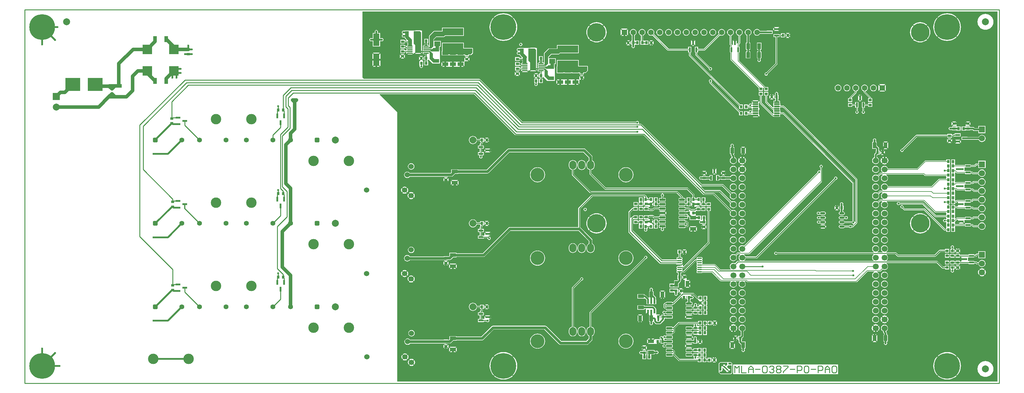
<source format=gtl>
G04 Layer_Physical_Order=1*
G04 Layer_Color=128*
%FSLAX43Y43*%
%MOMM*%
G71*
G01*
G75*
%ADD10R,2.700X2.700*%
%ADD11O,1.400X0.350*%
%ADD12R,6.000X2.000*%
%ADD13R,0.600X1.000*%
%ADD14R,1.350X0.600*%
%ADD15O,1.450X0.650*%
%ADD16R,1.800X1.340*%
%ADD17R,0.900X0.800*%
G04:AMPARAMS|DCode=18|XSize=0.45mm|YSize=1.6mm|CornerRadius=0.05mm|HoleSize=0mm|Usage=FLASHONLY|Rotation=90.000|XOffset=0mm|YOffset=0mm|HoleType=Round|Shape=RoundedRectangle|*
%AMROUNDEDRECTD18*
21,1,0.450,1.501,0,0,90.0*
21,1,0.351,1.600,0,0,90.0*
1,1,0.099,0.750,0.175*
1,1,0.099,0.750,-0.175*
1,1,0.099,-0.750,-0.175*
1,1,0.099,-0.750,0.175*
%
%ADD18ROUNDEDRECTD18*%
%ADD19R,4.240X3.810*%
%ADD20R,0.800X0.900*%
%ADD21R,1.800X3.550*%
%ADD22C,2.000*%
G04:AMPARAMS|DCode=23|XSize=0.65mm|YSize=1.65mm|CornerRadius=0.049mm|HoleSize=0mm|Usage=FLASHONLY|Rotation=90.000|XOffset=0mm|YOffset=0mm|HoleType=Round|Shape=RoundedRectangle|*
%AMROUNDEDRECTD23*
21,1,0.650,1.552,0,0,90.0*
21,1,0.552,1.650,0,0,90.0*
1,1,0.098,0.776,0.276*
1,1,0.098,0.776,-0.276*
1,1,0.098,-0.776,-0.276*
1,1,0.098,-0.776,0.276*
%
%ADD23ROUNDEDRECTD23*%
%ADD24R,1.700X1.000*%
%ADD25R,1.000X1.700*%
G04:AMPARAMS|DCode=26|XSize=0.3mm|YSize=1.55mm|CornerRadius=0.05mm|HoleSize=0mm|Usage=FLASHONLY|Rotation=90.000|XOffset=0mm|YOffset=0mm|HoleType=Round|Shape=RoundedRectangle|*
%AMROUNDEDRECTD26*
21,1,0.300,1.451,0,0,90.0*
21,1,0.201,1.550,0,0,90.0*
1,1,0.099,0.726,0.101*
1,1,0.099,0.726,-0.101*
1,1,0.099,-0.726,-0.101*
1,1,0.099,-0.726,0.101*
%
%ADD26ROUNDEDRECTD26*%
G04:AMPARAMS|DCode=27|XSize=1.73mm|YSize=1.9mm|CornerRadius=0.052mm|HoleSize=0mm|Usage=FLASHONLY|Rotation=0.000|XOffset=0mm|YOffset=0mm|HoleType=Round|Shape=RoundedRectangle|*
%AMROUNDEDRECTD27*
21,1,1.730,1.796,0,0,0.0*
21,1,1.626,1.900,0,0,0.0*
1,1,0.104,0.813,-0.898*
1,1,0.104,-0.813,-0.898*
1,1,0.104,-0.813,0.898*
1,1,0.104,0.813,0.898*
%
%ADD27ROUNDEDRECTD27*%
%ADD28R,0.600X1.350*%
%ADD29C,0.250*%
%ADD30C,0.200*%
%ADD31C,0.500*%
%ADD32C,0.150*%
%ADD33C,1.000*%
%ADD34C,0.750*%
%ADD35C,0.300*%
%ADD36C,0.400*%
%ADD37C,0.254*%
%ADD38O,2.000X2.500*%
%ADD39C,3.000*%
%ADD40C,1.600*%
%ADD41R,1.600X1.600*%
%ADD42C,1.524*%
%ADD43C,7.400*%
%ADD44C,5.300*%
%ADD45C,1.700*%
%ADD46C,1.750*%
%ADD47R,1.750X1.750*%
%ADD48C,4.000*%
%ADD49R,2.000X2.000*%
%ADD50C,1.800*%
%ADD51R,1.800X1.800*%
%ADD52C,1.400*%
G04:AMPARAMS|DCode=53|XSize=1.4mm|YSize=1.4mm|CornerRadius=0.35mm|HoleSize=0mm|Usage=FLASHONLY|Rotation=180.000|XOffset=0mm|YOffset=0mm|HoleType=Round|Shape=RoundedRectangle|*
%AMROUNDEDRECTD53*
21,1,1.400,0.700,0,0,180.0*
21,1,0.700,1.400,0,0,180.0*
1,1,0.700,-0.350,0.350*
1,1,0.700,0.350,0.350*
1,1,0.700,0.350,-0.350*
1,1,0.700,-0.350,-0.350*
%
%ADD53ROUNDEDRECTD53*%
%ADD54C,0.600*%
G36*
X279500Y500D02*
X107000D01*
Y78000D01*
X101942Y83058D01*
X102009Y83220D01*
X129084D01*
X140802Y71502D01*
X140893Y71441D01*
X141000Y71420D01*
X177784D01*
X194902Y54302D01*
X194993Y54241D01*
X195100Y54220D01*
X197804D01*
X202678Y49345D01*
X202586Y49121D01*
X202551Y48860D01*
X202586Y48599D01*
X202686Y48356D01*
X202847Y48147D01*
X203056Y47986D01*
X203299Y47886D01*
X203560Y47851D01*
X203821Y47886D01*
X204064Y47986D01*
X204273Y48147D01*
X204433Y48356D01*
X204534Y48599D01*
X204569Y48860D01*
X204534Y49121D01*
X204433Y49364D01*
X204273Y49573D01*
X204064Y49733D01*
X203821Y49834D01*
X203560Y49869D01*
X203299Y49834D01*
X203075Y49742D01*
X198118Y54698D01*
X198027Y54759D01*
X197920Y54780D01*
X195296D01*
X195245Y54845D01*
X195331Y55020D01*
X199544D01*
X202678Y51885D01*
X202586Y51661D01*
X202551Y51400D01*
X202586Y51139D01*
X202686Y50896D01*
X202847Y50687D01*
X203056Y50527D01*
X203299Y50426D01*
X203560Y50391D01*
X203821Y50426D01*
X204064Y50527D01*
X204273Y50687D01*
X204433Y50896D01*
X204534Y51139D01*
X204569Y51400D01*
X204534Y51661D01*
X204433Y51904D01*
X204273Y52113D01*
X204064Y52273D01*
X203821Y52374D01*
X203560Y52409D01*
X203299Y52374D01*
X203075Y52282D01*
X199858Y55498D01*
X199767Y55559D01*
X199660Y55580D01*
X195316D01*
X194344Y56552D01*
X194381Y56662D01*
X194424Y56720D01*
X200384D01*
X202678Y54425D01*
X202586Y54201D01*
X202551Y53940D01*
X202586Y53679D01*
X202686Y53436D01*
X202847Y53227D01*
X203056Y53067D01*
X203299Y52966D01*
X203560Y52931D01*
X203821Y52966D01*
X204064Y53067D01*
X204273Y53227D01*
X204433Y53436D01*
X204534Y53679D01*
X204569Y53940D01*
X204534Y54201D01*
X204433Y54444D01*
X204273Y54653D01*
X204064Y54813D01*
X203821Y54914D01*
X203560Y54949D01*
X203299Y54914D01*
X203075Y54821D01*
X200698Y57198D01*
X200607Y57259D01*
X200500Y57280D01*
X194516D01*
X177198Y74598D01*
X177107Y74659D01*
X177000Y74680D01*
X176522D01*
X176430Y74855D01*
X176458Y75000D01*
X176424Y75175D01*
X176324Y75324D01*
X176175Y75424D01*
X176000Y75459D01*
X175824Y75424D01*
X175675Y75324D01*
X175646Y75280D01*
X143016D01*
X130798Y87498D01*
X130707Y87559D01*
X130600Y87580D01*
X97420D01*
X97000Y88000D01*
Y107000D01*
X279500D01*
Y500D01*
D02*
G37*
%LPC*%
G36*
X124104Y34274D02*
X123530Y33700D01*
X124104Y33126D01*
Y34274D01*
D02*
G37*
G36*
X123924Y34454D02*
X122076D01*
X122740Y33790D01*
X122650Y33700D01*
X122740Y33610D01*
X122076Y32946D01*
X123924D01*
X123260Y33610D01*
X123350Y33700D01*
X123260Y33790D01*
X123924Y34454D01*
D02*
G37*
G36*
X121896Y34274D02*
Y33126D01*
X122470Y33700D01*
X121896Y34274D01*
D02*
G37*
G36*
X147300Y38160D02*
X146879Y38119D01*
X146473Y37996D01*
X146100Y37796D01*
X145772Y37528D01*
X145504Y37200D01*
X145304Y36827D01*
X145181Y36421D01*
X145140Y36000D01*
X145181Y35579D01*
X145304Y35173D01*
X145504Y34800D01*
X145772Y34472D01*
X146100Y34204D01*
X146473Y34004D01*
X146879Y33881D01*
X147300Y33840D01*
X147721Y33881D01*
X148127Y34004D01*
X148500Y34204D01*
X148828Y34472D01*
X149096Y34800D01*
X149296Y35173D01*
X149419Y35579D01*
X149460Y36000D01*
X149419Y36421D01*
X149296Y36827D01*
X149096Y37200D01*
X148828Y37528D01*
X148500Y37796D01*
X148127Y37996D01*
X147721Y38119D01*
X147300Y38160D01*
D02*
G37*
G36*
X268524Y33954D02*
X267476D01*
X268000Y33430D01*
X268524Y33954D01*
D02*
G37*
G36*
X268000Y33350D02*
X267950Y33300D01*
X268000Y33250D01*
X268050Y33300D01*
X268000Y33350D01*
D02*
G37*
G36*
X267296Y33774D02*
Y32826D01*
X267770Y33300D01*
X267296Y33774D01*
D02*
G37*
G36*
X109120Y32595D02*
X108855Y32560D01*
X108608Y32457D01*
X108497Y32373D01*
X109120Y31750D01*
X109743Y32373D01*
X109632Y32457D01*
X109385Y32560D01*
X109120Y32595D01*
D02*
G37*
G36*
X275883Y32624D02*
X275180Y31920D01*
X275883Y31216D01*
X275986Y31351D01*
X276100Y31625D01*
X276139Y31920D01*
X276100Y32215D01*
X275986Y32489D01*
X275883Y32624D01*
D02*
G37*
G36*
X274117Y32624D02*
X274014Y32489D01*
X273900Y32215D01*
X273861Y31920D01*
X273900Y31625D01*
X274014Y31351D01*
X274117Y31216D01*
X274820Y31920D01*
X274117Y32624D01*
D02*
G37*
G36*
X267100Y33850D02*
X265900D01*
Y32750D01*
X266065D01*
X266079Y32734D01*
X266143Y32575D01*
X266076Y32476D01*
X266041Y32300D01*
X266076Y32124D01*
X266176Y31976D01*
X266324Y31876D01*
X266500Y31841D01*
X266676Y31876D01*
X266824Y31976D01*
X266924Y32124D01*
X266959Y32300D01*
X266924Y32476D01*
X266857Y32575D01*
X266921Y32734D01*
X266935Y32750D01*
X267100D01*
Y33850D01*
D02*
G37*
G36*
X268704Y33774D02*
X268230Y33300D01*
X268704Y32826D01*
Y33774D01*
D02*
G37*
G36*
X268000Y33170D02*
X267476Y32646D01*
X268524D01*
X268000Y33170D01*
D02*
G37*
G36*
X275000Y33059D02*
X274705Y33020D01*
X274431Y32906D01*
X274296Y32803D01*
X275000Y32100D01*
X275704Y32803D01*
X275569Y32906D01*
X275295Y33020D01*
X275000Y33059D01*
D02*
G37*
G36*
X172700Y38160D02*
X172279Y38119D01*
X171873Y37996D01*
X171500Y37796D01*
X171172Y37528D01*
X170904Y37200D01*
X170704Y36827D01*
X170581Y36421D01*
X170540Y36000D01*
X170581Y35579D01*
X170704Y35173D01*
X170904Y34800D01*
X171172Y34472D01*
X171500Y34204D01*
X171873Y34004D01*
X172279Y33881D01*
X172700Y33840D01*
X173121Y33881D01*
X173527Y34004D01*
X173900Y34204D01*
X174228Y34472D01*
X174496Y34800D01*
X174696Y35173D01*
X174819Y35579D01*
X174860Y36000D01*
X174819Y36421D01*
X174696Y36827D01*
X174496Y37200D01*
X174228Y37528D01*
X173900Y37796D01*
X173527Y37996D01*
X173121Y38119D01*
X172700Y38160D01*
D02*
G37*
G36*
X268000Y37970D02*
X267476Y37446D01*
X268524D01*
X268000Y37970D01*
D02*
G37*
G36*
X188846Y38324D02*
Y37276D01*
X189370Y37800D01*
X188846Y38324D01*
D02*
G37*
G36*
X190154Y38324D02*
X189630Y37800D01*
X190154Y37276D01*
Y38324D01*
D02*
G37*
G36*
X111000Y39300D02*
X110762Y39269D01*
X110540Y39177D01*
X110350Y39030D01*
X110203Y38840D01*
X110111Y38618D01*
X110080Y38380D01*
X110111Y38142D01*
X110203Y37920D01*
X110350Y37730D01*
X110540Y37583D01*
X110762Y37491D01*
X111000Y37460D01*
X111238Y37491D01*
X111460Y37583D01*
X111650Y37730D01*
X111797Y37920D01*
X111889Y38142D01*
X111920Y38380D01*
X111889Y38618D01*
X111797Y38840D01*
X111650Y39030D01*
X111460Y39177D01*
X111238Y39269D01*
X111000Y39300D01*
D02*
G37*
G36*
X266500Y39659D02*
X266324Y39624D01*
X266176Y39524D01*
X266076Y39376D01*
X266041Y39200D01*
X266076Y39024D01*
X266176Y38876D01*
X266220Y38846D01*
Y38650D01*
X265900D01*
Y37550D01*
X267100D01*
Y38650D01*
X266780D01*
Y38846D01*
X266824Y38876D01*
X266924Y39024D01*
X266959Y39200D01*
X266924Y39376D01*
X266824Y39524D01*
X266676Y39624D01*
X266500Y39659D01*
D02*
G37*
G36*
X160000Y40310D02*
X159700Y40270D01*
X159420Y40155D01*
X159180Y39970D01*
X158995Y39730D01*
X158880Y39450D01*
X158840Y39150D01*
Y38650D01*
X158880Y38350D01*
X158995Y38070D01*
X159180Y37830D01*
X159420Y37645D01*
X159700Y37530D01*
X160000Y37490D01*
X160300Y37530D01*
X160580Y37645D01*
X160820Y37830D01*
X161005Y38070D01*
X161120Y38350D01*
X161160Y38650D01*
Y39150D01*
X161120Y39450D01*
X161005Y39730D01*
X160820Y39970D01*
X160580Y40155D01*
X160300Y40270D01*
X160000Y40310D01*
D02*
G37*
G36*
X157450D02*
X157150Y40270D01*
X156870Y40155D01*
X156630Y39970D01*
X156445Y39730D01*
X156330Y39450D01*
X156290Y39150D01*
Y38650D01*
X156330Y38350D01*
X156445Y38070D01*
X156630Y37830D01*
X156870Y37645D01*
X157150Y37530D01*
X157450Y37490D01*
X157750Y37530D01*
X158030Y37645D01*
X158270Y37830D01*
X158455Y38070D01*
X158570Y38350D01*
X158610Y38650D01*
Y39150D01*
X158570Y39450D01*
X158455Y39730D01*
X158270Y39970D01*
X158030Y40155D01*
X157750Y40270D01*
X157450Y40310D01*
D02*
G37*
G36*
X189500Y37570D02*
X189026Y37096D01*
X189974D01*
X189500Y37570D01*
D02*
G37*
G36*
X121704Y35074D02*
X121230Y34600D01*
X121704Y34126D01*
Y35074D01*
D02*
G37*
G36*
X120296Y35074D02*
Y34126D01*
X120770Y34600D01*
X120296Y35074D01*
D02*
G37*
G36*
X121000Y34470D02*
X120476Y33946D01*
X121524D01*
X121000Y34470D01*
D02*
G37*
G36*
Y34650D02*
X120950Y34600D01*
X121000Y34550D01*
X121050Y34600D01*
X121000Y34650D01*
D02*
G37*
G36*
X276025Y38025D02*
X273975D01*
Y37280D01*
X273500D01*
X273393Y37259D01*
X273302Y37198D01*
X273034Y36930D01*
X272800D01*
Y37100D01*
X271150D01*
Y36930D01*
X268600D01*
Y37250D01*
X267400D01*
Y36930D01*
X267100D01*
Y37250D01*
X265900D01*
Y36980D01*
X265600D01*
Y37250D01*
X264400D01*
Y36150D01*
X265600D01*
Y36420D01*
X265900D01*
Y36150D01*
X267100D01*
Y36370D01*
X267400D01*
Y36150D01*
X268600D01*
Y36370D01*
X268969D01*
X269096Y36254D01*
X269096Y36195D01*
Y35205D01*
X269096Y35146D01*
X268969Y35030D01*
X268600D01*
Y35250D01*
X267400D01*
Y35030D01*
X267100D01*
Y35250D01*
X265900D01*
Y34980D01*
X265600D01*
Y35250D01*
X264400D01*
Y34150D01*
X265600D01*
Y34420D01*
X265900D01*
Y34150D01*
X267100D01*
Y34470D01*
X267400D01*
Y34150D01*
X268600D01*
Y34470D01*
X271150D01*
Y34300D01*
X272800D01*
Y34470D01*
X273234D01*
X273442Y34262D01*
X273533Y34201D01*
X273640Y34180D01*
X274007D01*
X274105Y33943D01*
X274269Y33729D01*
X274483Y33565D01*
X274732Y33461D01*
X275000Y33426D01*
X275268Y33461D01*
X275517Y33565D01*
X275731Y33729D01*
X275895Y33943D01*
X275999Y34192D01*
X276034Y34460D01*
X275999Y34728D01*
X275895Y34977D01*
X275731Y35191D01*
X275517Y35355D01*
X275268Y35459D01*
X275000Y35494D01*
X274732Y35459D01*
X274483Y35355D01*
X274269Y35191D01*
X274105Y34977D01*
X274007Y34740D01*
X273756D01*
X273548Y34948D01*
X273457Y35009D01*
X273350Y35030D01*
X272800D01*
Y35200D01*
X271150D01*
Y35200D01*
X271129Y35191D01*
X271116Y35192D01*
X270954Y35308D01*
Y36092D01*
X271116Y36208D01*
X271129Y36209D01*
X271150Y36200D01*
Y36200D01*
X272800D01*
Y36370D01*
X273150D01*
X273257Y36391D01*
X273348Y36452D01*
X273616Y36720D01*
X273975D01*
Y35975D01*
X276025D01*
Y38025D01*
D02*
G37*
G36*
X178400Y36659D02*
X178224Y36624D01*
X178076Y36524D01*
X177976Y36376D01*
X177941Y36200D01*
X177952Y36148D01*
X162352Y20548D01*
X162291Y20457D01*
X162270Y20350D01*
Y16273D01*
X162250Y16270D01*
X161970Y16155D01*
X161730Y15970D01*
X161545Y15730D01*
X161430Y15450D01*
X161390Y15150D01*
Y14650D01*
X161430Y14350D01*
X161545Y14070D01*
X161730Y13830D01*
X161970Y13645D01*
X162015Y13627D01*
Y12872D01*
X161278Y12135D01*
X154122D01*
X149878Y16378D01*
X149705Y16495D01*
X149500Y16535D01*
X134500D01*
X134295Y16495D01*
X134122Y16378D01*
X131178Y13435D01*
X124000D01*
Y13550D01*
X122000D01*
Y12657D01*
X121878Y12535D01*
X121600D01*
Y12550D01*
X120400D01*
Y12505D01*
X110719D01*
X110630Y12620D01*
X110440Y12767D01*
X110218Y12859D01*
X109980Y12890D01*
X109742Y12859D01*
X109520Y12767D01*
X109330Y12620D01*
X109183Y12430D01*
X109091Y12208D01*
X109060Y11970D01*
X109091Y11732D01*
X109183Y11510D01*
X109330Y11320D01*
X109520Y11173D01*
X109742Y11081D01*
X109980Y11050D01*
X110218Y11081D01*
X110440Y11173D01*
X110630Y11320D01*
X110719Y11435D01*
X120970D01*
X121047Y11450D01*
X121600D01*
Y11465D01*
X122100D01*
X122305Y11505D01*
X122479Y11622D01*
X123107Y12250D01*
X124000D01*
Y12365D01*
X131400D01*
X131605Y12405D01*
X131779Y12521D01*
X134722Y15465D01*
X149278D01*
X153521Y11222D01*
X153695Y11105D01*
X153900Y11065D01*
X161500D01*
X161705Y11105D01*
X161878Y11222D01*
X162929Y12271D01*
X163045Y12445D01*
X163085Y12650D01*
Y13627D01*
X163130Y13645D01*
X163370Y13830D01*
X163555Y14070D01*
X163670Y14350D01*
X163710Y14650D01*
Y15150D01*
X163670Y15450D01*
X163555Y15730D01*
X163370Y15970D01*
X163130Y16155D01*
X162850Y16270D01*
X162830Y16273D01*
Y20234D01*
X178348Y35752D01*
X178400Y35741D01*
X178576Y35776D01*
X178724Y35876D01*
X178824Y36024D01*
X178859Y36200D01*
X178824Y36376D01*
X178724Y36524D01*
X178576Y36624D01*
X178400Y36659D01*
D02*
G37*
G36*
X121524Y35254D02*
X120476D01*
X121000Y34730D01*
X121524Y35254D01*
D02*
G37*
G36*
X108317Y32193D02*
X108233Y32082D01*
X108130Y31835D01*
X108095Y31570D01*
X108130Y31305D01*
X108233Y31058D01*
X108317Y30947D01*
X108940Y31570D01*
X108317Y32193D01*
D02*
G37*
G36*
X183954Y26424D02*
X183290Y25760D01*
X183200Y25850D01*
X183110Y25760D01*
X182446Y26424D01*
Y24576D01*
X183110Y25240D01*
X183200Y25150D01*
X183290Y25240D01*
X183954Y24576D01*
Y26424D01*
D02*
G37*
G36*
X186400Y27250D02*
Y27250D01*
X186396Y27250D01*
X185200D01*
Y26150D01*
X186400D01*
Y26150D01*
X186550Y26090D01*
Y26000D01*
X186692D01*
Y25800D01*
X186676Y25776D01*
X186641Y25600D01*
X186676Y25424D01*
X186776Y25276D01*
X186924Y25176D01*
X187100Y25141D01*
X187276Y25176D01*
X187424Y25276D01*
X187524Y25424D01*
X187559Y25600D01*
X187524Y25776D01*
X187508Y25800D01*
Y26000D01*
X187650D01*
Y27200D01*
X186550D01*
Y27200D01*
X186400Y27250D01*
D02*
G37*
G36*
X247000Y27009D02*
X246739Y26974D01*
X246496Y26873D01*
X246287Y26713D01*
X246126Y26504D01*
X246026Y26261D01*
X245991Y26000D01*
X246026Y25739D01*
X246126Y25496D01*
X246287Y25287D01*
X246496Y25126D01*
X246739Y25026D01*
X247000Y24991D01*
X247261Y25026D01*
X247504Y25126D01*
X247713Y25287D01*
X247873Y25496D01*
X247974Y25739D01*
X248009Y26000D01*
X247974Y26261D01*
X247873Y26504D01*
X247713Y26713D01*
X247504Y26873D01*
X247261Y26974D01*
X247000Y27009D01*
D02*
G37*
G36*
X183774Y26604D02*
X182626D01*
X183200Y26030D01*
X183774Y26604D01*
D02*
G37*
G36*
X188974Y27304D02*
X188026D01*
X188500Y26830D01*
X188974Y27304D01*
D02*
G37*
G36*
X189154Y27124D02*
X188590Y26560D01*
X188500Y26650D01*
X188450Y26600D01*
X188590Y26460D01*
X188026Y25896D01*
X188571D01*
X188638Y25734D01*
X186274Y23371D01*
X186095Y23325D01*
X186029Y23368D01*
X185951Y23384D01*
X184399D01*
X184321Y23368D01*
X184255Y23325D01*
X184212Y23259D01*
X184197Y23185D01*
X184005D01*
X183898Y23164D01*
X183807Y23103D01*
X183602Y22898D01*
X183541Y22807D01*
X183520Y22700D01*
Y21900D01*
X183541Y21793D01*
X183602Y21702D01*
X183867Y21437D01*
X183958Y21376D01*
X184065Y21355D01*
X184197D01*
X184212Y21281D01*
X184255Y21215D01*
X184321Y21172D01*
X184399Y21156D01*
X185951D01*
X186029Y21172D01*
X186095Y21215D01*
X186138Y21281D01*
X186154Y21359D01*
Y21911D01*
X186138Y21989D01*
X186095Y22055D01*
X186029Y22098D01*
X185951Y22114D01*
X184399D01*
X184321Y22098D01*
X184255Y22055D01*
X184255Y22054D01*
X184080Y22108D01*
Y22432D01*
X184255Y22486D01*
X184255Y22485D01*
X184321Y22442D01*
X184399Y22426D01*
X185951D01*
X186029Y22442D01*
X186095Y22485D01*
X186138Y22551D01*
X186152Y22620D01*
X186200D01*
X186307Y22641D01*
X186398Y22702D01*
X188584Y24888D01*
X188746Y24821D01*
Y24176D01*
X189310Y24740D01*
X189400Y24650D01*
X189490Y24740D01*
X190054Y24176D01*
Y25245D01*
X190075Y25254D01*
X190083Y25254D01*
X190250Y25139D01*
Y24100D01*
X190392D01*
Y23384D01*
X190049D01*
X189971Y23368D01*
X189905Y23325D01*
X189862Y23259D01*
X189846Y23181D01*
Y22629D01*
X189862Y22551D01*
X189905Y22485D01*
X189971Y22442D01*
X190049Y22426D01*
X191601D01*
X191679Y22442D01*
X191745Y22485D01*
X191788Y22551D01*
X191804Y22629D01*
Y23181D01*
X191788Y23259D01*
X191745Y23325D01*
X191679Y23368D01*
X191601Y23384D01*
X191208D01*
Y24100D01*
X191350D01*
Y24226D01*
X191524Y24276D01*
X191700Y24241D01*
X191876Y24276D01*
X192024Y24376D01*
X192124Y24524D01*
X192159Y24700D01*
X192124Y24876D01*
X192024Y25024D01*
X191876Y25124D01*
X191700Y25159D01*
X191582Y25135D01*
X191408Y25240D01*
X191403Y25275D01*
X191535Y25420D01*
X191984D01*
X193102Y24302D01*
X193193Y24241D01*
X193300Y24220D01*
X193426D01*
X193550Y24096D01*
X193550Y23936D01*
X193525Y23904D01*
X194100Y23330D01*
X194675Y23904D01*
X194650Y23936D01*
X194650Y23979D01*
Y25100D01*
X193550D01*
Y24880D01*
X193375Y24822D01*
X192298Y25898D01*
X192207Y25959D01*
X192100Y25980D01*
X189154D01*
Y27124D01*
D02*
G37*
G36*
X187846Y27124D02*
Y26076D01*
X188370Y26600D01*
X187846Y27124D01*
D02*
G37*
G36*
X244460Y27009D02*
X244199Y26974D01*
X243956Y26873D01*
X243747Y26713D01*
X243587Y26504D01*
X243486Y26261D01*
X243451Y26000D01*
X243486Y25739D01*
X243587Y25496D01*
X243747Y25287D01*
X243956Y25126D01*
X244199Y25026D01*
X244460Y24991D01*
X244721Y25026D01*
X244964Y25126D01*
X245173Y25287D01*
X245333Y25496D01*
X245434Y25739D01*
X245469Y26000D01*
X245434Y26261D01*
X245333Y26504D01*
X245173Y26713D01*
X244964Y26873D01*
X244721Y26974D01*
X244460Y27009D01*
D02*
G37*
G36*
X189400Y24470D02*
X188926Y23996D01*
X189874D01*
X189400Y24470D01*
D02*
G37*
G36*
X194100Y23150D02*
X194050Y23100D01*
X194100Y23050D01*
X194150Y23100D01*
X194100Y23150D01*
D02*
G37*
G36*
X193446Y23624D02*
X193446Y22576D01*
X193970Y23100D01*
X193446Y23624D01*
D02*
G37*
G36*
X183200Y24970D02*
X182626Y24396D01*
X183774D01*
X183200Y24970D01*
D02*
G37*
G36*
X206100Y27009D02*
X205839Y26974D01*
X205596Y26873D01*
X205387Y26713D01*
X205227Y26504D01*
X205126Y26261D01*
X205091Y26000D01*
X205126Y25739D01*
X205227Y25496D01*
X205387Y25287D01*
X205596Y25126D01*
X205839Y25026D01*
X206100Y24991D01*
X206361Y25026D01*
X206604Y25126D01*
X206813Y25287D01*
X206973Y25496D01*
X207074Y25739D01*
X207109Y26000D01*
X207074Y26261D01*
X206973Y26504D01*
X206813Y26713D01*
X206604Y26873D01*
X206361Y26974D01*
X206100Y27009D01*
D02*
G37*
G36*
X203560D02*
X203299Y26974D01*
X203056Y26873D01*
X202847Y26713D01*
X202686Y26504D01*
X202586Y26261D01*
X202551Y26000D01*
X202586Y25739D01*
X202686Y25496D01*
X202847Y25287D01*
X203056Y25126D01*
X203299Y25026D01*
X203560Y24991D01*
X203821Y25026D01*
X204064Y25126D01*
X204273Y25287D01*
X204433Y25496D01*
X204534Y25739D01*
X204569Y26000D01*
X204534Y26261D01*
X204433Y26504D01*
X204273Y26713D01*
X204064Y26873D01*
X203821Y26974D01*
X203560Y27009D01*
D02*
G37*
G36*
X180000Y27459D02*
X179824Y27424D01*
X179676Y27324D01*
X179576Y27176D01*
X179541Y27000D01*
X179576Y26824D01*
X179592Y26800D01*
Y26500D01*
X179350D01*
Y24674D01*
X179175Y24602D01*
X178488Y25288D01*
X178356Y25377D01*
X178200Y25408D01*
X178200Y25408D01*
X178000D01*
Y25650D01*
X176000D01*
Y24350D01*
X178000D01*
Y24376D01*
X178175Y24448D01*
X178600Y24023D01*
Y22725D01*
X179375D01*
X179500Y22725D01*
X179675Y22725D01*
X180450D01*
Y22725D01*
X180500D01*
Y22725D01*
X181400D01*
Y24025D01*
X181358D01*
Y24550D01*
X181358Y24550D01*
X181327Y24706D01*
X181238Y24838D01*
X180650Y25427D01*
Y26500D01*
X180408D01*
Y26800D01*
X180424Y26824D01*
X180459Y27000D01*
X180424Y27176D01*
X180324Y27324D01*
X180176Y27424D01*
X180000Y27459D01*
D02*
G37*
G36*
X190154Y31024D02*
X189590Y30460D01*
X189500Y30550D01*
X189450Y30500D01*
X189590Y30360D01*
X189026Y29796D01*
X189509D01*
X189646Y29704D01*
X189646Y29621D01*
Y27676D01*
X190310Y28340D01*
X190400Y28250D01*
X190490Y28340D01*
X191154Y27676D01*
Y29524D01*
X190490Y28860D01*
X190310Y29040D01*
X190974Y29704D01*
X190291D01*
X190154Y29796D01*
X190154Y29879D01*
Y31024D01*
D02*
G37*
G36*
X111000Y31025D02*
X110735Y30990D01*
X110488Y30887D01*
X110377Y30803D01*
X111000Y30180D01*
X111623Y30803D01*
X111512Y30887D01*
X111265Y30990D01*
X111000Y31025D01*
D02*
G37*
G36*
X247000Y32089D02*
X246739Y32054D01*
X246496Y31953D01*
X246287Y31793D01*
X246126Y31584D01*
X246026Y31341D01*
X245991Y31080D01*
X246026Y30819D01*
X246126Y30576D01*
X246287Y30367D01*
X246496Y30206D01*
X246739Y30106D01*
X247000Y30071D01*
X247261Y30106D01*
X247504Y30206D01*
X247713Y30367D01*
X247873Y30576D01*
X247974Y30819D01*
X248009Y31080D01*
X247974Y31341D01*
X247873Y31584D01*
X247713Y31793D01*
X247504Y31953D01*
X247261Y32054D01*
X247000Y32089D01*
D02*
G37*
G36*
X109120Y31390D02*
X108497Y30767D01*
X108608Y30683D01*
X108855Y30580D01*
X109120Y30545D01*
X109385Y30580D01*
X109632Y30683D01*
X109743Y30767D01*
X109120Y31390D01*
D02*
G37*
G36*
X109923Y32193D02*
X109300Y31570D01*
X109923Y30947D01*
X110007Y31058D01*
X110110Y31305D01*
X110145Y31570D01*
X110110Y31835D01*
X110007Y32082D01*
X109923Y32193D01*
D02*
G37*
G36*
X275000Y31740D02*
X274296Y31037D01*
X274431Y30934D01*
X274705Y30820D01*
X275000Y30781D01*
X275295Y30820D01*
X275569Y30934D01*
X275704Y31037D01*
X275000Y31740D01*
D02*
G37*
G36*
X189974Y31204D02*
X189026D01*
X189500Y30730D01*
X189974Y31204D01*
D02*
G37*
G36*
X188846Y31024D02*
Y29976D01*
X189370Y30500D01*
X188846Y31024D01*
D02*
G37*
G36*
X247000Y29549D02*
X246739Y29514D01*
X246496Y29413D01*
X246287Y29253D01*
X246126Y29044D01*
X246026Y28801D01*
X245991Y28540D01*
X246026Y28279D01*
X246126Y28036D01*
X246287Y27827D01*
X246496Y27667D01*
X246739Y27566D01*
X247000Y27531D01*
X247261Y27566D01*
X247504Y27667D01*
X247713Y27827D01*
X247873Y28036D01*
X247974Y28279D01*
X248009Y28540D01*
X247974Y28801D01*
X247873Y29044D01*
X247713Y29253D01*
X247504Y29413D01*
X247261Y29514D01*
X247000Y29549D01*
D02*
G37*
G36*
X244460D02*
X244199Y29514D01*
X243956Y29413D01*
X243747Y29253D01*
X243587Y29044D01*
X243486Y28801D01*
X243451Y28540D01*
X243486Y28279D01*
X243587Y28036D01*
X243747Y27827D01*
X243956Y27667D01*
X244199Y27566D01*
X244460Y27531D01*
X244721Y27566D01*
X244964Y27667D01*
X245173Y27827D01*
X245333Y28036D01*
X245434Y28279D01*
X245469Y28540D01*
X245434Y28801D01*
X245333Y29044D01*
X245173Y29253D01*
X244964Y29413D01*
X244721Y29514D01*
X244460Y29549D01*
D02*
G37*
G36*
X190400Y28070D02*
X189826Y27496D01*
X190974D01*
X190400Y28070D01*
D02*
G37*
G36*
X111000Y29820D02*
X110377Y29197D01*
X110488Y29113D01*
X110735Y29010D01*
X111000Y28975D01*
X111265Y29010D01*
X111512Y29113D01*
X111623Y29197D01*
X111000Y29820D01*
D02*
G37*
G36*
X160000Y30459D02*
X159824Y30424D01*
X159676Y30324D01*
X159576Y30176D01*
X159541Y30000D01*
X159552Y29948D01*
X157252Y27648D01*
X157191Y27557D01*
X157170Y27450D01*
Y16273D01*
X157150Y16270D01*
X156870Y16155D01*
X156630Y15970D01*
X156445Y15730D01*
X156330Y15450D01*
X156290Y15150D01*
Y14650D01*
X156330Y14350D01*
X156445Y14070D01*
X156630Y13830D01*
X156870Y13645D01*
X157150Y13530D01*
X157450Y13490D01*
X157750Y13530D01*
X158030Y13645D01*
X158270Y13830D01*
X158455Y14070D01*
X158570Y14350D01*
X158610Y14650D01*
Y15150D01*
X158570Y15450D01*
X158455Y15730D01*
X158270Y15970D01*
X158030Y16155D01*
X157750Y16270D01*
X157730Y16273D01*
Y27334D01*
X159948Y29552D01*
X160000Y29541D01*
X160176Y29576D01*
X160324Y29676D01*
X160424Y29824D01*
X160459Y30000D01*
X160424Y30176D01*
X160324Y30324D01*
X160176Y30424D01*
X160000Y30459D01*
D02*
G37*
G36*
X110197Y30623D02*
X110113Y30512D01*
X110010Y30265D01*
X109975Y30000D01*
X110010Y29735D01*
X110113Y29488D01*
X110197Y29377D01*
X110820Y30000D01*
X110197Y30623D01*
D02*
G37*
G36*
X111803Y30623D02*
X111180Y30000D01*
X111803Y29377D01*
X111887Y29488D01*
X111990Y29735D01*
X112025Y30000D01*
X111990Y30265D01*
X111887Y30512D01*
X111803Y30623D01*
D02*
G37*
G36*
X132046Y46524D02*
Y45476D01*
X132570Y46000D01*
X132046Y46524D01*
D02*
G37*
G36*
X189601Y46939D02*
X188049D01*
X187971Y46923D01*
X187905Y46880D01*
X187862Y46814D01*
X187846Y46736D01*
Y46184D01*
X187862Y46106D01*
X187905Y46040D01*
X187971Y45997D01*
X188049Y45981D01*
X189601D01*
X189679Y45997D01*
X189745Y46040D01*
X189788Y46106D01*
X189803Y46180D01*
X190024D01*
X190120Y46084D01*
Y45516D01*
X190074Y45470D01*
X189803D01*
X189788Y45544D01*
X189745Y45610D01*
X189679Y45653D01*
X189601Y45669D01*
X188049D01*
X187971Y45653D01*
X187905Y45610D01*
X187862Y45544D01*
X187846Y45466D01*
Y44914D01*
X187862Y44836D01*
X187905Y44770D01*
X187971Y44727D01*
X188049Y44711D01*
X189601D01*
X189679Y44727D01*
X189745Y44770D01*
X189788Y44836D01*
X189803Y44910D01*
X190190D01*
X190297Y44931D01*
X190388Y44992D01*
X190598Y45202D01*
X190659Y45293D01*
X190680Y45400D01*
Y46200D01*
X190659Y46307D01*
X190598Y46398D01*
X190338Y46658D01*
X190247Y46719D01*
X190140Y46740D01*
X189803D01*
X189788Y46814D01*
X189745Y46880D01*
X189679Y46923D01*
X189601Y46939D01*
D02*
G37*
G36*
X247000Y47329D02*
X246739Y47294D01*
X246496Y47193D01*
X246287Y47033D01*
X246126Y46824D01*
X246026Y46581D01*
X245991Y46320D01*
X246026Y46059D01*
X246126Y45816D01*
X246287Y45607D01*
X246496Y45446D01*
X246739Y45346D01*
X247000Y45311D01*
X247261Y45346D01*
X247504Y45446D01*
X247713Y45607D01*
X247873Y45816D01*
X247974Y46059D01*
X248009Y46320D01*
X247974Y46581D01*
X247873Y46824D01*
X247713Y47033D01*
X247504Y47193D01*
X247261Y47294D01*
X247000Y47329D01*
D02*
G37*
G36*
X133354Y46524D02*
X132830Y46000D01*
X133354Y45476D01*
Y46524D01*
D02*
G37*
G36*
X181850Y47100D02*
X180750D01*
Y45900D01*
X181020D01*
Y45700D01*
X180750D01*
Y44500D01*
X181850D01*
Y45700D01*
X181580D01*
Y45900D01*
X181850D01*
Y46180D01*
X182197D01*
X182212Y46106D01*
X182255Y46040D01*
X182321Y45997D01*
X182399Y45981D01*
X183951D01*
X184029Y45997D01*
X184095Y46040D01*
X184138Y46106D01*
X184154Y46184D01*
Y46736D01*
X184138Y46814D01*
X184095Y46880D01*
X184029Y46923D01*
X183951Y46939D01*
X182399D01*
X182321Y46923D01*
X182255Y46880D01*
X182212Y46814D01*
X182197Y46740D01*
X181850D01*
Y47100D01*
D02*
G37*
G36*
X180554Y47024D02*
X180030Y46500D01*
X180554Y45976D01*
Y47024D01*
D02*
G37*
G36*
X132700Y46050D02*
X132650Y46000D01*
X132700Y45950D01*
X132750Y46000D01*
X132700Y46050D01*
D02*
G37*
G36*
X244460Y47329D02*
X244199Y47294D01*
X243956Y47193D01*
X243747Y47033D01*
X243587Y46824D01*
X243486Y46581D01*
X243451Y46320D01*
X243486Y46059D01*
X243587Y45816D01*
X243747Y45607D01*
X243956Y45446D01*
X244199Y45346D01*
X244460Y45311D01*
X244721Y45346D01*
X244964Y45446D01*
X245173Y45607D01*
X245333Y45816D01*
X245434Y46059D01*
X245469Y46320D01*
X245434Y46581D01*
X245333Y46824D01*
X245173Y47033D01*
X244964Y47193D01*
X244721Y47294D01*
X244460Y47329D01*
D02*
G37*
G36*
X195100Y45050D02*
X195050Y45000D01*
X195100Y44950D01*
X195150Y45000D01*
X195100Y45050D01*
D02*
G37*
G36*
X228386Y45405D02*
X228330Y45321D01*
X228285Y45095D01*
X228330Y44869D01*
X228386Y44785D01*
X228695Y45095D01*
X228386Y45405D01*
D02*
G37*
G36*
X230164Y45405D02*
X229855Y45095D01*
X230164Y44785D01*
X230220Y44869D01*
X230265Y45095D01*
X230220Y45321D01*
X230164Y45405D01*
D02*
G37*
G36*
X195624Y45654D02*
X194576D01*
X195100Y45130D01*
X195624Y45654D01*
D02*
G37*
G36*
X206100Y47329D02*
X205839Y47294D01*
X205596Y47193D01*
X205387Y47033D01*
X205227Y46824D01*
X205126Y46581D01*
X205091Y46320D01*
X205126Y46059D01*
X205227Y45816D01*
X205387Y45607D01*
X205596Y45446D01*
X205839Y45346D01*
X206100Y45311D01*
X206361Y45346D01*
X206604Y45446D01*
X206813Y45607D01*
X206973Y45816D01*
X207074Y46059D01*
X207109Y46320D01*
X207074Y46581D01*
X206973Y46824D01*
X206813Y47033D01*
X206604Y47193D01*
X206361Y47294D01*
X206100Y47329D01*
D02*
G37*
G36*
X203560D02*
X203299Y47294D01*
X203056Y47193D01*
X202847Y47033D01*
X202686Y46824D01*
X202586Y46581D01*
X202551Y46320D01*
X202586Y46059D01*
X202686Y45816D01*
X202847Y45607D01*
X203056Y45446D01*
X203299Y45346D01*
X203560Y45311D01*
X203821Y45346D01*
X204064Y45446D01*
X204273Y45607D01*
X204433Y45816D01*
X204534Y46059D01*
X204569Y46320D01*
X204534Y46581D01*
X204433Y46824D01*
X204273Y47033D01*
X204064Y47193D01*
X203821Y47294D01*
X203560Y47329D01*
D02*
G37*
G36*
X132700Y45770D02*
X132226Y45296D01*
X133174D01*
X132700Y45770D01*
D02*
G37*
G36*
X180500Y48380D02*
X179500D01*
X179393Y48359D01*
X179302Y48298D01*
X179262Y48258D01*
X179100Y48325D01*
Y48350D01*
X177900D01*
Y48080D01*
X177600D01*
Y48350D01*
X176400D01*
Y47250D01*
X177600D01*
Y47520D01*
X177900D01*
Y47250D01*
X178937D01*
X178981Y47250D01*
X179073Y47143D01*
X179040Y47054D01*
X177976D01*
X178540Y46490D01*
X178360Y46310D01*
X177796Y46874D01*
Y45853D01*
X177796Y45746D01*
X177850Y45593D01*
Y44500D01*
X177916D01*
X178009Y44325D01*
X177976Y44276D01*
X177941Y44100D01*
X177976Y43924D01*
X178076Y43776D01*
X178224Y43676D01*
X178400Y43641D01*
X178576Y43676D01*
X178724Y43776D01*
X178824Y43924D01*
X178859Y44100D01*
X178824Y44276D01*
X178791Y44325D01*
X178884Y44500D01*
X178950D01*
Y44820D01*
X179350D01*
Y44500D01*
X180450D01*
X180450Y45664D01*
X180475Y45696D01*
X179810Y46360D01*
X179950Y46500D01*
X179810Y46640D01*
X180374Y47204D01*
X179401D01*
X179295Y47204D01*
X179283Y47204D01*
X179212Y47220D01*
X179120Y47264D01*
X179106Y47345D01*
X179200Y47520D01*
X179307Y47541D01*
X179398Y47602D01*
X179616Y47820D01*
X180384D01*
X180672Y47532D01*
X180763Y47471D01*
X180870Y47450D01*
X182197D01*
X182212Y47376D01*
X182255Y47310D01*
X182321Y47267D01*
X182399Y47251D01*
X183951D01*
X184029Y47267D01*
X184095Y47310D01*
X184138Y47376D01*
X184154Y47454D01*
Y48006D01*
X184138Y48084D01*
X184095Y48150D01*
X184029Y48193D01*
X183951Y48209D01*
X182399D01*
X182321Y48193D01*
X182255Y48150D01*
X182212Y48084D01*
X182197Y48010D01*
X180986D01*
X180698Y48298D01*
X180607Y48359D01*
X180500Y48380D01*
D02*
G37*
G36*
X229675Y48119D02*
X228875D01*
X228690Y48082D01*
X228550Y47989D01*
X228504Y47974D01*
X228359Y47959D01*
X228211Y48059D01*
X228035Y48094D01*
X227859Y48059D01*
X227711Y47959D01*
X227611Y47811D01*
X227576Y47635D01*
X227611Y47459D01*
X227711Y47311D01*
X227859Y47211D01*
X228035Y47176D01*
X228211Y47211D01*
X228359Y47311D01*
X228504Y47296D01*
X228550Y47281D01*
X228690Y47188D01*
X228875Y47151D01*
X229675D01*
X229860Y47188D01*
X230017Y47293D01*
X230122Y47450D01*
X230159Y47635D01*
X230122Y47820D01*
X230017Y47977D01*
X229860Y48082D01*
X229675Y48119D01*
D02*
G37*
G36*
X247000Y49869D02*
X246739Y49834D01*
X246496Y49733D01*
X246287Y49573D01*
X246126Y49364D01*
X246026Y49121D01*
X245991Y48860D01*
X246026Y48599D01*
X246126Y48356D01*
X246287Y48147D01*
X246496Y47986D01*
X246739Y47886D01*
X247000Y47851D01*
X247261Y47886D01*
X247504Y47986D01*
X247713Y48147D01*
X247873Y48356D01*
X247974Y48599D01*
X248009Y48860D01*
X247974Y49121D01*
X247873Y49364D01*
X247713Y49573D01*
X247504Y49733D01*
X247261Y49834D01*
X247000Y49869D01*
D02*
G37*
G36*
X183951Y49585D02*
X182399D01*
X182291Y49564D01*
X182765Y49090D01*
X182675Y49000D01*
X182765Y48910D01*
X182291Y48436D01*
X182399Y48415D01*
X183951D01*
X184059Y48436D01*
X183585Y48910D01*
X183675Y49000D01*
X183585Y49090D01*
X184059Y49564D01*
X183951Y49585D01*
D02*
G37*
G36*
X184239Y49384D02*
X183855Y49000D01*
X184239Y48616D01*
X184260Y48724D01*
Y49276D01*
X184239Y49384D01*
D02*
G37*
G36*
X182111Y49384D02*
X182090Y49276D01*
Y48724D01*
X182111Y48616D01*
X182495Y49000D01*
X182111Y49384D01*
D02*
G37*
G36*
X234700Y52059D02*
X234524Y52024D01*
X234376Y51924D01*
X234276Y51776D01*
X234241Y51600D01*
X234276Y51424D01*
X234292Y51400D01*
Y51100D01*
X234150D01*
Y49900D01*
X234292D01*
Y49383D01*
X234140Y49352D01*
X233983Y49247D01*
X233878Y49090D01*
X233841Y48905D01*
X233878Y48720D01*
X233983Y48563D01*
X234140Y48458D01*
X234325Y48421D01*
X235125D01*
X235310Y48458D01*
X235467Y48563D01*
X235572Y48720D01*
X235609Y48905D01*
X235572Y49090D01*
X235467Y49247D01*
X235310Y49352D01*
X235125Y49389D01*
X235108D01*
Y49900D01*
X235250D01*
Y51100D01*
X235108D01*
Y51400D01*
X235124Y51424D01*
X235159Y51600D01*
X235124Y51776D01*
X235024Y51924D01*
X234876Y52024D01*
X234700Y52059D01*
D02*
G37*
G36*
X244460Y49869D02*
X244199Y49834D01*
X243956Y49733D01*
X243747Y49573D01*
X243587Y49364D01*
X243486Y49121D01*
X243451Y48860D01*
X243486Y48599D01*
X243587Y48356D01*
X243747Y48147D01*
X243956Y47986D01*
X244199Y47886D01*
X244460Y47851D01*
X244721Y47886D01*
X244964Y47986D01*
X245173Y48147D01*
X245333Y48356D01*
X245434Y48599D01*
X245469Y48860D01*
X245434Y49121D01*
X245333Y49364D01*
X245173Y49573D01*
X244964Y49733D01*
X244721Y49834D01*
X244460Y49869D01*
D02*
G37*
G36*
X133174Y46704D02*
X132226D01*
X132700Y46230D01*
X133174Y46704D01*
D02*
G37*
G36*
X257270Y48913D02*
X256814Y48877D01*
X256370Y48770D01*
X255948Y48595D01*
X255558Y48357D01*
X255307Y48143D01*
X257270Y46180D01*
X259233Y48143D01*
X258982Y48357D01*
X258592Y48595D01*
X258170Y48770D01*
X257726Y48877D01*
X257270Y48913D01*
D02*
G37*
G36*
X164250D02*
X163794Y48877D01*
X163350Y48770D01*
X162928Y48595D01*
X162538Y48357D01*
X162287Y48143D01*
X164250Y46180D01*
X166213Y48143D01*
X165962Y48357D01*
X165572Y48595D01*
X165150Y48770D01*
X164706Y48877D01*
X164250Y48913D01*
D02*
G37*
G36*
X177600Y46950D02*
X176400D01*
Y46680D01*
X176100D01*
Y46950D01*
X174900D01*
Y45850D01*
X176100D01*
Y46120D01*
X176400D01*
Y45854D01*
X176400Y45850D01*
X176400D01*
X176450Y45700D01*
X176450Y45700D01*
Y44500D01*
X177550D01*
Y45700D01*
X177550Y45700D01*
X177600Y45850D01*
X177600D01*
X177600Y45854D01*
Y46950D01*
D02*
G37*
G36*
X206100Y49869D02*
X205839Y49834D01*
X205596Y49733D01*
X205387Y49573D01*
X205227Y49364D01*
X205126Y49121D01*
X205091Y48860D01*
X205126Y48599D01*
X205227Y48356D01*
X205387Y48147D01*
X205596Y47986D01*
X205839Y47886D01*
X206100Y47851D01*
X206361Y47886D01*
X206604Y47986D01*
X206813Y48147D01*
X206973Y48356D01*
X207074Y48599D01*
X207109Y48860D01*
X207074Y49121D01*
X206973Y49364D01*
X206813Y49573D01*
X206604Y49733D01*
X206361Y49834D01*
X206100Y49869D01*
D02*
G37*
G36*
X235125Y48119D02*
X234325D01*
X234140Y48082D01*
X233983Y47977D01*
X233878Y47820D01*
X233841Y47635D01*
X233878Y47450D01*
X233983Y47293D01*
X234140Y47188D01*
X234325Y47151D01*
X235125D01*
X235310Y47188D01*
X235467Y47293D01*
X235496Y47336D01*
X235694D01*
X235711Y47311D01*
X235859Y47211D01*
X236035Y47176D01*
X236211Y47211D01*
X236359Y47311D01*
X236459Y47459D01*
X236494Y47635D01*
X236459Y47811D01*
X236359Y47959D01*
X236211Y48059D01*
X236035Y48094D01*
X235859Y48059D01*
X235711Y47959D01*
X235694Y47934D01*
X235496D01*
X235467Y47977D01*
X235310Y48082D01*
X235125Y48119D01*
D02*
G37*
G36*
X229675Y46849D02*
X228875D01*
X228690Y46812D01*
X228550Y46719D01*
X228504Y46704D01*
X228359Y46689D01*
X228211Y46789D01*
X228035Y46824D01*
X227859Y46789D01*
X227711Y46689D01*
X227611Y46541D01*
X227576Y46365D01*
X227611Y46189D01*
X227711Y46041D01*
X227859Y45941D01*
X228035Y45906D01*
X228211Y45941D01*
X228359Y46041D01*
X228504Y46026D01*
X228550Y46011D01*
X228690Y45918D01*
X228875Y45881D01*
X229675D01*
X229860Y45918D01*
X230017Y46023D01*
X230122Y46180D01*
X230159Y46365D01*
X230122Y46550D01*
X230017Y46707D01*
X229860Y46812D01*
X229675Y46849D01*
D02*
G37*
G36*
X194396Y45474D02*
Y44526D01*
X194870Y45000D01*
X194396Y45474D01*
D02*
G37*
G36*
X247000Y42249D02*
X246739Y42214D01*
X246496Y42113D01*
X246287Y41953D01*
X246126Y41744D01*
X246026Y41501D01*
X245991Y41240D01*
X246026Y40979D01*
X246126Y40736D01*
X246287Y40527D01*
X246496Y40367D01*
X246739Y40266D01*
X247000Y40231D01*
X247261Y40266D01*
X247504Y40367D01*
X247713Y40527D01*
X247873Y40736D01*
X247974Y40979D01*
X248009Y41240D01*
X247974Y41501D01*
X247873Y41744D01*
X247713Y41953D01*
X247504Y42113D01*
X247261Y42214D01*
X247000Y42249D01*
D02*
G37*
G36*
X244460D02*
X244199Y42214D01*
X243956Y42113D01*
X243747Y41953D01*
X243587Y41744D01*
X243486Y41501D01*
X243451Y41240D01*
X243486Y40979D01*
X243587Y40736D01*
X243747Y40527D01*
X243956Y40367D01*
X244199Y40266D01*
X244460Y40231D01*
X244721Y40266D01*
X244964Y40367D01*
X245173Y40527D01*
X245333Y40736D01*
X245434Y40979D01*
X245469Y41240D01*
X245434Y41501D01*
X245333Y41744D01*
X245173Y41953D01*
X244964Y42113D01*
X244721Y42214D01*
X244460Y42249D01*
D02*
G37*
G36*
X206100D02*
X205839Y42214D01*
X205596Y42113D01*
X205387Y41953D01*
X205227Y41744D01*
X205126Y41501D01*
X205091Y41240D01*
X205126Y40979D01*
X205227Y40736D01*
X205387Y40527D01*
X205596Y40367D01*
X205839Y40266D01*
X206100Y40231D01*
X206361Y40266D01*
X206604Y40367D01*
X206813Y40527D01*
X206973Y40736D01*
X207074Y40979D01*
X207109Y41240D01*
X207074Y41501D01*
X206973Y41744D01*
X206813Y41953D01*
X206604Y42113D01*
X206361Y42214D01*
X206100Y42249D01*
D02*
G37*
G36*
X128750Y47160D02*
X128450Y47120D01*
X128170Y47005D01*
X127930Y46820D01*
X127745Y46580D01*
X127630Y46300D01*
X127590Y46000D01*
X127630Y45700D01*
X127745Y45420D01*
X127930Y45180D01*
X128170Y44995D01*
X128450Y44880D01*
X128750Y44840D01*
X129050Y44880D01*
X129330Y44995D01*
X129570Y45180D01*
X129755Y45420D01*
X129870Y45700D01*
X129873Y45720D01*
X130750D01*
Y45400D01*
X130856D01*
X130928Y45225D01*
X130827Y45123D01*
X130766Y45032D01*
X130745Y44925D01*
Y44400D01*
X130200D01*
Y43500D01*
X130745D01*
Y42500D01*
X130200D01*
Y41600D01*
X131850D01*
Y41770D01*
X132777D01*
X132941Y41700D01*
X132976Y41524D01*
X133076Y41376D01*
X133224Y41276D01*
X133400Y41241D01*
X133576Y41276D01*
X133724Y41376D01*
X133824Y41524D01*
X133859Y41700D01*
X133824Y41876D01*
X133724Y42024D01*
X133576Y42124D01*
X133400Y42159D01*
X133348Y42148D01*
X133248Y42248D01*
X133214Y42271D01*
X133267Y42446D01*
X133724D01*
X133260Y42910D01*
X133350Y43000D01*
X133260Y43090D01*
X133724Y43554D01*
X132226D01*
X132690Y43090D01*
X132510Y42910D01*
X132046Y43374D01*
Y42608D01*
X131884Y42492D01*
X131871Y42491D01*
X131850Y42500D01*
Y42500D01*
X131305D01*
Y43500D01*
X131850D01*
Y44400D01*
X131305D01*
Y44809D01*
X131498Y45002D01*
X131559Y45093D01*
X131580Y45200D01*
Y45400D01*
X131850D01*
Y46600D01*
X130750D01*
Y46280D01*
X129873D01*
X129870Y46300D01*
X129755Y46580D01*
X129570Y46820D01*
X129330Y47005D01*
X129050Y47120D01*
X128750Y47160D01*
D02*
G37*
G36*
X206100Y44789D02*
X205839Y44754D01*
X205596Y44653D01*
X205387Y44493D01*
X205227Y44284D01*
X205126Y44041D01*
X205091Y43780D01*
X205126Y43519D01*
X205227Y43276D01*
X205387Y43067D01*
X205596Y42907D01*
X205839Y42806D01*
X206100Y42771D01*
X206361Y42806D01*
X206604Y42907D01*
X206813Y43067D01*
X206973Y43276D01*
X207074Y43519D01*
X207109Y43780D01*
X207074Y44041D01*
X206973Y44284D01*
X206813Y44493D01*
X206604Y44653D01*
X206361Y44754D01*
X206100Y44789D01*
D02*
G37*
G36*
X203560D02*
X203299Y44754D01*
X203056Y44653D01*
X202847Y44493D01*
X202686Y44284D01*
X202586Y44041D01*
X202551Y43780D01*
X202586Y43519D01*
X202686Y43276D01*
X202847Y43067D01*
X203056Y42907D01*
X203299Y42806D01*
X203560Y42771D01*
X203821Y42806D01*
X204064Y42907D01*
X204273Y43067D01*
X204433Y43276D01*
X204534Y43519D01*
X204569Y43780D01*
X204534Y44041D01*
X204433Y44284D01*
X204273Y44493D01*
X204064Y44653D01*
X203821Y44754D01*
X203560Y44789D01*
D02*
G37*
G36*
X133904Y43374D02*
X133530Y43000D01*
X133904Y42626D01*
Y43374D01*
D02*
G37*
G36*
X203560Y42249D02*
X203299Y42214D01*
X203056Y42113D01*
X202847Y41953D01*
X202686Y41744D01*
X202586Y41501D01*
X202551Y41240D01*
X202586Y40979D01*
X202686Y40736D01*
X202847Y40527D01*
X203056Y40367D01*
X203299Y40266D01*
X203560Y40231D01*
X203821Y40266D01*
X204064Y40367D01*
X204273Y40527D01*
X204433Y40736D01*
X204534Y40979D01*
X204569Y41240D01*
X204534Y41501D01*
X204433Y41744D01*
X204273Y41953D01*
X204064Y42113D01*
X203821Y42214D01*
X203560Y42249D01*
D02*
G37*
G36*
Y39709D02*
X203299Y39674D01*
X203056Y39573D01*
X202847Y39413D01*
X202686Y39204D01*
X202586Y38961D01*
X202551Y38700D01*
X202586Y38439D01*
X202686Y38196D01*
X202847Y37987D01*
X203056Y37826D01*
X203299Y37726D01*
X203560Y37691D01*
X203821Y37726D01*
X204064Y37826D01*
X204273Y37987D01*
X204433Y38196D01*
X204534Y38439D01*
X204569Y38700D01*
X204534Y38961D01*
X204433Y39204D01*
X204273Y39413D01*
X204064Y39573D01*
X203821Y39674D01*
X203560Y39709D01*
D02*
G37*
G36*
X267296Y38574D02*
Y37626D01*
X267770Y38100D01*
X267296Y38574D01*
D02*
G37*
G36*
X268704Y38574D02*
X268230Y38100D01*
X268704Y37626D01*
Y38574D01*
D02*
G37*
G36*
X189500Y37850D02*
X189450Y37800D01*
X189500Y37750D01*
X189550Y37800D01*
X189500Y37850D01*
D02*
G37*
G36*
X268524Y38754D02*
X267476D01*
X268000Y38230D01*
X268524Y38754D01*
D02*
G37*
G36*
X268000Y38150D02*
X267950Y38100D01*
X268000Y38050D01*
X268050Y38100D01*
X268000Y38150D01*
D02*
G37*
G36*
X189974Y38504D02*
X189026D01*
X189500Y38030D01*
X189974Y38504D01*
D02*
G37*
G36*
X166393Y47963D02*
X164430Y46000D01*
X166393Y44037D01*
X166607Y44288D01*
X166845Y44678D01*
X167020Y45100D01*
X167127Y45544D01*
X167163Y46000D01*
X167127Y46456D01*
X167020Y46900D01*
X166845Y47322D01*
X166607Y47712D01*
X166393Y47963D01*
D02*
G37*
G36*
X255127D02*
X254913Y47712D01*
X254674Y47322D01*
X254500Y46900D01*
X254393Y46456D01*
X254357Y46000D01*
X254393Y45544D01*
X254500Y45100D01*
X254674Y44678D01*
X254913Y44288D01*
X255127Y44037D01*
X257090Y46000D01*
X255127Y47963D01*
D02*
G37*
G36*
X162107D02*
X161893Y47712D01*
X161655Y47322D01*
X161480Y46900D01*
X161373Y46456D01*
X161337Y46000D01*
X161373Y45544D01*
X161480Y45100D01*
X161655Y44678D01*
X161893Y44288D01*
X162107Y44037D01*
X164070Y46000D01*
X162107Y47963D01*
D02*
G37*
G36*
X259413D02*
X257450Y46000D01*
X259413Y44037D01*
X259627Y44288D01*
X259865Y44678D01*
X260040Y45100D01*
X260147Y45544D01*
X260183Y46000D01*
X260147Y46456D01*
X260040Y46900D01*
X259865Y47322D01*
X259627Y47712D01*
X259413Y47963D01*
D02*
G37*
G36*
X195804Y45474D02*
X195330Y45000D01*
X195804Y44526D01*
Y45474D01*
D02*
G37*
G36*
X229675Y45685D02*
X228875D01*
X228649Y45640D01*
X228565Y45584D01*
X228965Y45185D01*
X228875Y45095D01*
X228965Y45005D01*
X228565Y44606D01*
X228649Y44550D01*
X228875Y44505D01*
X229675D01*
X229901Y44550D01*
X229985Y44606D01*
X229585Y45005D01*
X229675Y45095D01*
X229585Y45185D01*
X229985Y45584D01*
X229901Y45640D01*
X229675Y45685D01*
D02*
G37*
G36*
X195100Y44870D02*
X194576Y44346D01*
X195624D01*
X195100Y44870D01*
D02*
G37*
G36*
X190896Y44974D02*
Y43826D01*
X191470Y44400D01*
X190896Y44974D01*
D02*
G37*
G36*
X164250Y45820D02*
X162287Y43857D01*
X162538Y43643D01*
X162928Y43405D01*
X163350Y43230D01*
X163794Y43123D01*
X164250Y43087D01*
X164706Y43123D01*
X165150Y43230D01*
X165572Y43405D01*
X165962Y43643D01*
X166213Y43857D01*
X164250Y45820D01*
D02*
G37*
G36*
X247000Y44789D02*
X246739Y44754D01*
X246496Y44653D01*
X246287Y44493D01*
X246126Y44284D01*
X246026Y44041D01*
X245991Y43780D01*
X246026Y43519D01*
X246126Y43276D01*
X246287Y43067D01*
X246496Y42907D01*
X246739Y42806D01*
X247000Y42771D01*
X247261Y42806D01*
X247504Y42907D01*
X247713Y43067D01*
X247873Y43276D01*
X247974Y43519D01*
X248009Y43780D01*
X247974Y44041D01*
X247873Y44284D01*
X247713Y44493D01*
X247504Y44653D01*
X247261Y44754D01*
X247000Y44789D01*
D02*
G37*
G36*
X244460D02*
X244199Y44754D01*
X243956Y44653D01*
X243747Y44493D01*
X243587Y44284D01*
X243486Y44041D01*
X243451Y43780D01*
X243486Y43519D01*
X243587Y43276D01*
X243747Y43067D01*
X243956Y42907D01*
X244199Y42806D01*
X244460Y42771D01*
X244721Y42806D01*
X244964Y42907D01*
X245173Y43067D01*
X245333Y43276D01*
X245434Y43519D01*
X245469Y43780D01*
X245434Y44041D01*
X245333Y44284D01*
X245173Y44493D01*
X244964Y44653D01*
X244721Y44754D01*
X244460Y44789D01*
D02*
G37*
G36*
X257270Y45820D02*
X255307Y43857D01*
X255558Y43643D01*
X255948Y43405D01*
X256370Y43230D01*
X256814Y43123D01*
X257270Y43087D01*
X257726Y43123D01*
X258170Y43230D01*
X258592Y43405D01*
X258982Y43643D01*
X259233Y43857D01*
X257270Y45820D01*
D02*
G37*
G36*
X193104Y44974D02*
X192530Y44400D01*
X193104Y43826D01*
Y44974D01*
D02*
G37*
G36*
X183951Y45669D02*
X182399D01*
X182321Y45653D01*
X182255Y45610D01*
X182212Y45544D01*
X182196Y45466D01*
Y44914D01*
X182212Y44836D01*
X182255Y44770D01*
X182321Y44727D01*
X182399Y44711D01*
X182778D01*
X182826Y44603D01*
X182842Y44536D01*
X182751Y44401D01*
X182716Y44225D01*
X182751Y44049D01*
X182851Y43901D01*
X182999Y43801D01*
X183175Y43766D01*
X183351Y43801D01*
X183499Y43901D01*
X183599Y44049D01*
X183634Y44225D01*
X183599Y44401D01*
X183508Y44536D01*
X183524Y44603D01*
X183572Y44711D01*
X183951D01*
X184029Y44727D01*
X184095Y44770D01*
X184138Y44836D01*
X184154Y44914D01*
Y45466D01*
X184138Y45544D01*
X184095Y45610D01*
X184029Y45653D01*
X183951Y45669D01*
D02*
G37*
G36*
X192924Y45154D02*
X191076D01*
X191740Y44490D01*
X191650Y44400D01*
X191740Y44310D01*
X191076Y43646D01*
X192924D01*
X192260Y44310D01*
X192350Y44400D01*
X192260Y44490D01*
X192924Y45154D01*
D02*
G37*
G36*
X194754Y23624D02*
X194230Y23100D01*
X194754Y22576D01*
X194754Y23624D01*
D02*
G37*
G36*
X121704Y11074D02*
X121230Y10600D01*
X121704Y10126D01*
Y11074D01*
D02*
G37*
G36*
X202476Y11894D02*
Y10046D01*
X203140Y10710D01*
X203230Y10620D01*
X203320Y10710D01*
X203984Y10046D01*
Y11894D01*
X203320Y11230D01*
X203230Y11320D01*
X203140Y11230D01*
X202476Y11894D01*
D02*
G37*
G36*
X121000Y10470D02*
X120476Y9946D01*
X121524D01*
X121000Y10470D01*
D02*
G37*
G36*
X120296Y11074D02*
Y10126D01*
X120770Y10600D01*
X120296Y11074D01*
D02*
G37*
G36*
X178524Y10854D02*
X177476D01*
X178000Y10330D01*
X178524Y10854D01*
D02*
G37*
G36*
X178000Y10250D02*
X177950Y10200D01*
X178000Y10150D01*
X178050Y10200D01*
X178000Y10250D01*
D02*
G37*
G36*
X191601Y11315D02*
X190049D01*
X189941Y11294D01*
X190415Y10820D01*
X190325Y10730D01*
X190415Y10640D01*
X189941Y10166D01*
X190049Y10145D01*
X191601D01*
X191709Y10166D01*
X191235Y10640D01*
X191325Y10730D01*
X191235Y10820D01*
X191709Y11294D01*
X191601Y11315D01*
D02*
G37*
G36*
X172700Y14260D02*
X172279Y14219D01*
X171873Y14096D01*
X171500Y13896D01*
X171172Y13628D01*
X170904Y13300D01*
X170704Y12927D01*
X170581Y12521D01*
X170540Y12100D01*
X170581Y11679D01*
X170704Y11273D01*
X170904Y10900D01*
X171172Y10572D01*
X171500Y10304D01*
X171873Y10104D01*
X172279Y9981D01*
X172700Y9940D01*
X173121Y9981D01*
X173527Y10104D01*
X173900Y10304D01*
X174228Y10572D01*
X174496Y10900D01*
X174696Y11273D01*
X174819Y11679D01*
X174860Y12100D01*
X174819Y12521D01*
X174696Y12927D01*
X174496Y13300D01*
X174228Y13628D01*
X173900Y13896D01*
X173527Y14096D01*
X173121Y14219D01*
X172700Y14260D01*
D02*
G37*
G36*
X177296Y10674D02*
Y9726D01*
X177770Y10200D01*
X177296Y10674D01*
D02*
G37*
G36*
X178000Y10070D02*
X177476Y9546D01*
X178524D01*
X178000Y10070D01*
D02*
G37*
G36*
X178600Y9350D02*
X177400D01*
Y9208D01*
X177200D01*
X177176Y9224D01*
X177000Y9259D01*
X176824Y9224D01*
X176676Y9124D01*
X176576Y8976D01*
X176541Y8800D01*
X176576Y8624D01*
X176676Y8476D01*
X176824Y8376D01*
X177000Y8341D01*
X177176Y8376D01*
X177354Y8332D01*
X177400Y8250D01*
X177450Y8100D01*
X177450D01*
X177450Y8100D01*
Y6900D01*
X178550D01*
Y8100D01*
X178550Y8100D01*
X178600Y8250D01*
X178600D01*
X178600Y8254D01*
Y9350D01*
D02*
G37*
G36*
X178704Y10674D02*
X178230Y10200D01*
X178704Y9726D01*
Y10674D01*
D02*
G37*
G36*
X147300Y14260D02*
X146879Y14219D01*
X146473Y14096D01*
X146100Y13896D01*
X145772Y13628D01*
X145504Y13300D01*
X145304Y12927D01*
X145181Y12521D01*
X145140Y12100D01*
X145181Y11679D01*
X145304Y11273D01*
X145504Y10900D01*
X145772Y10572D01*
X146100Y10304D01*
X146473Y10104D01*
X146879Y9981D01*
X147300Y9940D01*
X147721Y9981D01*
X148127Y10104D01*
X148500Y10304D01*
X148828Y10572D01*
X149096Y10900D01*
X149296Y11273D01*
X149419Y11679D01*
X149460Y12100D01*
X149419Y12521D01*
X149296Y12927D01*
X149096Y13300D01*
X148828Y13628D01*
X148500Y13896D01*
X148127Y14096D01*
X147721Y14219D01*
X147300Y14260D01*
D02*
G37*
G36*
X203230Y10440D02*
X202656Y9866D01*
X203804D01*
X203230Y10440D01*
D02*
G37*
G36*
X193350Y10100D02*
X193300Y10050D01*
X192100D01*
Y9740D01*
X191803D01*
X191788Y9814D01*
X191745Y9880D01*
X191679Y9923D01*
X191601Y9939D01*
X190049D01*
X189971Y9923D01*
X189905Y9880D01*
X189862Y9814D01*
X189846Y9736D01*
Y9184D01*
X189862Y9106D01*
X189905Y9040D01*
X189971Y8997D01*
X190049Y8981D01*
X191601D01*
X191679Y8997D01*
X191745Y9040D01*
X191788Y9106D01*
X191803Y9180D01*
X192100D01*
Y8950D01*
X193300D01*
X193350Y8900D01*
Y8900D01*
X194450D01*
Y10100D01*
X193350D01*
Y10100D01*
D02*
G37*
G36*
X178796Y12674D02*
Y11526D01*
X179370Y12100D01*
X178796Y12674D01*
D02*
G37*
G36*
X203804Y12074D02*
X202656D01*
X203230Y11500D01*
X203804Y12074D01*
D02*
G37*
G36*
X193346Y12524D02*
Y11476D01*
X193870Y12000D01*
X193346Y12524D01*
D02*
G37*
G36*
X244130Y12440D02*
X243556Y11866D01*
X244704D01*
X244130Y12440D01*
D02*
G37*
G36*
X194474Y12704D02*
X193526D01*
X194000Y12230D01*
X194474Y12704D01*
D02*
G37*
G36*
X243376Y13894D02*
Y12046D01*
X244040Y12710D01*
X244130Y12620D01*
X244220Y12710D01*
X244884Y12046D01*
Y13894D01*
X244220Y13230D01*
X244130Y13320D01*
X244040Y13230D01*
X243376Y13894D01*
D02*
G37*
G36*
X194000Y12050D02*
X193950Y12000D01*
X194000Y11950D01*
X194050Y12000D01*
X194000Y12050D01*
D02*
G37*
G36*
X194654Y12524D02*
X194130Y12000D01*
X194654Y11476D01*
Y12524D01*
D02*
G37*
G36*
X121000Y10650D02*
X120950Y10600D01*
X121000Y10550D01*
X121050Y10600D01*
X121000Y10650D01*
D02*
G37*
G36*
X189761Y11114D02*
X189740Y11006D01*
Y10454D01*
X189761Y10346D01*
X190145Y10730D01*
X189761Y11114D01*
D02*
G37*
G36*
X191889Y11114D02*
X191505Y10730D01*
X191889Y10346D01*
X191910Y10454D01*
Y11006D01*
X191889Y11114D01*
D02*
G37*
G36*
X121524Y11254D02*
X120476D01*
X121000Y10730D01*
X121524Y11254D01*
D02*
G37*
G36*
X194000Y11770D02*
X193526Y11296D01*
X194474D01*
X194000Y11770D01*
D02*
G37*
G36*
X247000Y16849D02*
X246739Y16814D01*
X246496Y16713D01*
X246287Y16553D01*
X246126Y16344D01*
X246026Y16101D01*
X245991Y15840D01*
X246026Y15579D01*
X246126Y15336D01*
X246287Y15127D01*
X246496Y14967D01*
X246592Y14927D01*
Y14700D01*
X246592Y14700D01*
X246623Y14544D01*
X246712Y14412D01*
X246922Y14201D01*
Y13970D01*
X246680D01*
Y11970D01*
X246922D01*
Y11670D01*
X246906Y11646D01*
X246871Y11470D01*
X246906Y11294D01*
X247006Y11146D01*
X247154Y11046D01*
X247330Y11011D01*
X247506Y11046D01*
X247654Y11146D01*
X247754Y11294D01*
X247789Y11470D01*
X247754Y11646D01*
X247738Y11670D01*
Y11970D01*
X247980D01*
Y13970D01*
X247738D01*
Y14370D01*
X247738Y14370D01*
X247707Y14526D01*
X247618Y14658D01*
X247618Y14658D01*
X247501Y14776D01*
X247503Y14867D01*
X247535Y14990D01*
X247713Y15127D01*
X247873Y15336D01*
X247974Y15579D01*
X248009Y15840D01*
X247974Y16101D01*
X247873Y16344D01*
X247713Y16553D01*
X247504Y16713D01*
X247261Y16814D01*
X247000Y16849D01*
D02*
G37*
G36*
X185951Y11209D02*
X184399D01*
X184321Y11193D01*
X184255Y11150D01*
X184212Y11084D01*
X184197Y11010D01*
X184024D01*
X183994Y11054D01*
X183846Y11154D01*
X183670Y11189D01*
X183494Y11154D01*
X183346Y11054D01*
X183246Y10906D01*
X183211Y10730D01*
X183246Y10554D01*
X183346Y10406D01*
X183494Y10306D01*
X183670Y10271D01*
X183846Y10306D01*
X183994Y10406D01*
X184024Y10450D01*
X184197D01*
X184212Y10376D01*
X184255Y10310D01*
X184321Y10267D01*
X184399Y10251D01*
X185951D01*
X186029Y10267D01*
X186095Y10310D01*
X186138Y10376D01*
X186154Y10454D01*
Y11006D01*
X186138Y11084D01*
X186095Y11150D01*
X186029Y11193D01*
X185951Y11209D01*
D02*
G37*
G36*
X121896Y10274D02*
Y9126D01*
X122470Y9700D01*
X121896Y10274D01*
D02*
G37*
G36*
X137500Y8966D02*
X136880Y8917D01*
X136274Y8772D01*
X135699Y8534D01*
X135169Y8209D01*
X134792Y7887D01*
X137500Y5180D01*
X140208Y7887D01*
X139831Y8209D01*
X139301Y8534D01*
X138726Y8772D01*
X138120Y8917D01*
X137500Y8966D01*
D02*
G37*
G36*
X265000Y8966D02*
X264380Y8917D01*
X263774Y8772D01*
X263199Y8534D01*
X262669Y8209D01*
X262292Y7887D01*
X265000Y5180D01*
X267708Y7887D01*
X267331Y8209D01*
X266801Y8534D01*
X266226Y8772D01*
X265620Y8917D01*
X265000Y8966D01*
D02*
G37*
G36*
X111100Y5820D02*
X110477Y5197D01*
X110588Y5113D01*
X110835Y5010D01*
X111100Y4975D01*
X111365Y5010D01*
X111612Y5113D01*
X111723Y5197D01*
X111100Y5820D01*
D02*
G37*
G36*
X111903Y6623D02*
X111280Y6000D01*
X111903Y5377D01*
X111987Y5488D01*
X112090Y5735D01*
X112125Y6000D01*
X112090Y6265D01*
X111987Y6512D01*
X111903Y6623D01*
D02*
G37*
G36*
X201837Y6096D02*
X200035Y6095D01*
X200034Y6096D01*
X200033Y6095D01*
X200032D01*
X200024Y6092D01*
X200015Y6095D01*
X199884Y6081D01*
X199884Y6081D01*
X199883Y6082D01*
X199862Y6070D01*
X199838Y6070D01*
X199837Y6070D01*
X199721Y6022D01*
X199721Y6022D01*
X199720D01*
X199719Y6022D01*
X199708Y6010D01*
X199691Y6007D01*
X199590Y5939D01*
X199589Y5939D01*
X199589Y5938D01*
X199589Y5938D01*
X199574Y5916D01*
X199551Y5904D01*
X199479Y5814D01*
X199478Y5814D01*
X199478Y5813D01*
X199474Y5808D01*
X199469Y5790D01*
X199455Y5777D01*
X199399Y5664D01*
X199399Y5658D01*
X199395Y5654D01*
X199394Y5653D01*
X199394Y5648D01*
X199391Y5644D01*
X199392Y5628D01*
X199384Y5613D01*
X199368Y5501D01*
X199368Y5501D01*
X199368Y5500D01*
X199368Y5500D01*
X199371Y5488D01*
X199366Y5477D01*
X199366Y3654D01*
X199367Y3652D01*
X199366Y3650D01*
X199366Y3650D01*
X199373Y3629D01*
X199378Y3609D01*
X199378Y3591D01*
X199380Y3586D01*
X199380Y3510D01*
X199380Y3433D01*
X199378Y3428D01*
X199378Y3406D01*
X199377Y3400D01*
X199374Y3392D01*
X199366Y3366D01*
X199366Y3366D01*
X199366Y3366D01*
X199366Y3366D01*
X199366Y3169D01*
X199366Y3168D01*
X199366Y3166D01*
X199366Y3165D01*
X199371Y3155D01*
X199369Y3149D01*
X199378Y3130D01*
X199378Y3104D01*
X199380Y3099D01*
X199402Y3077D01*
X199412Y3052D01*
X199414Y3051D01*
X199414Y3051D01*
X199419Y3048D01*
X199424Y3038D01*
X199885Y2641D01*
X199885Y2641D01*
X199886Y2640D01*
X199886Y2640D01*
X199889Y2639D01*
X199891Y2636D01*
X199891Y2636D01*
X199913Y2630D01*
X199930Y2613D01*
X199932Y2612D01*
X199945Y2612D01*
X199955Y2605D01*
X199958Y2604D01*
X199958Y2604D01*
X199958Y2604D01*
X199976Y2599D01*
X199978Y2600D01*
X199979Y2598D01*
X199998Y2602D01*
X200016Y2594D01*
X202620Y2594D01*
X202621Y2594D01*
X202622Y2594D01*
X202623D01*
X202631Y2598D01*
X202640Y2595D01*
X202771Y2608D01*
X202772Y2609D01*
X202774Y2608D01*
X202776Y2609D01*
X202777Y2609D01*
X202778Y2609D01*
X202796Y2620D01*
X202817Y2620D01*
X202818Y2620D01*
X202934Y2667D01*
X202934Y2668D01*
X202935D01*
X202936Y2668D01*
X202951Y2683D01*
X202971Y2688D01*
X203074Y2765D01*
X203083Y2780D01*
X203100Y2789D01*
X203176Y2875D01*
X203176Y2876D01*
X203184Y2897D01*
X203200Y2911D01*
X203255Y3022D01*
X203255Y3022D01*
X203255Y3022D01*
X203255Y3022D01*
X203255Y3024D01*
X203257Y3026D01*
X203257Y3030D01*
X203260Y3032D01*
X203261Y3034D01*
Y3034D01*
X203261Y3035D01*
X203261Y3036D01*
X203262Y3036D01*
X203261Y3060D01*
X203272Y3080D01*
X203285Y3200D01*
X203285Y3201D01*
X203285Y3201D01*
X203285Y3204D01*
X203285Y3205D01*
X203285Y3206D01*
X203285Y3206D01*
X203283Y3213D01*
X203287Y3221D01*
X203286Y5104D01*
X203287Y5105D01*
X203274Y5135D01*
X203274Y5167D01*
X203274Y5167D01*
X203272Y5171D01*
X203272Y5171D01*
X203272Y5171D01*
X203272Y5171D01*
X203245Y5206D01*
X203239Y5219D01*
X203232Y5280D01*
X203231Y5381D01*
X203247Y5422D01*
X203251Y5429D01*
X203261Y5483D01*
X203276Y5536D01*
X203268Y5606D01*
X203254Y5631D01*
X203252Y5659D01*
X203197Y5772D01*
X203183Y5785D01*
X203177Y5803D01*
X203101Y5898D01*
X203079Y5910D01*
X203065Y5931D01*
X202962Y6000D01*
X202945Y6003D01*
X202933Y6015D01*
X202817Y6062D01*
X202793Y6062D01*
X202772Y6074D01*
X202640Y6087D01*
X202632Y6084D01*
X202624Y6088D01*
X202171Y6088D01*
X202132Y6072D01*
X202082Y6061D01*
X202018Y6051D01*
X201900Y6084D01*
X201900Y6084D01*
X201867Y6084D01*
X201837Y6096D01*
D02*
G37*
G36*
X198100Y6470D02*
X197626Y5996D01*
X198574D01*
X198100Y6470D01*
D02*
G37*
G36*
X110297Y6623D02*
X110213Y6512D01*
X110110Y6265D01*
X110075Y6000D01*
X110110Y5735D01*
X110213Y5488D01*
X110297Y5377D01*
X110920Y6000D01*
X110297Y6623D01*
D02*
G37*
G36*
X233628Y5403D02*
X203496D01*
Y2596D01*
X233628D01*
Y5403D01*
D02*
G37*
G36*
X276000Y6388D02*
X275554Y6344D01*
X275124Y6214D01*
X274729Y6002D01*
X274382Y5718D01*
X274098Y5371D01*
X273886Y4976D01*
X273756Y4546D01*
X273712Y4100D01*
X273756Y3654D01*
X273886Y3224D01*
X274098Y2829D01*
X274382Y2482D01*
X274729Y2198D01*
X275124Y1986D01*
X275554Y1856D01*
X276000Y1812D01*
X276446Y1856D01*
X276876Y1986D01*
X277271Y2198D01*
X277618Y2482D01*
X277902Y2829D01*
X278114Y3224D01*
X278244Y3654D01*
X278288Y4100D01*
X278244Y4546D01*
X278114Y4976D01*
X277902Y5371D01*
X277618Y5718D01*
X277271Y6002D01*
X276876Y6214D01*
X276446Y6344D01*
X276000Y6388D01*
D02*
G37*
G36*
X137500Y4820D02*
X134792Y2113D01*
X135169Y1791D01*
X135699Y1466D01*
X136274Y1228D01*
X136880Y1083D01*
X137500Y1034D01*
X138120Y1083D01*
X138726Y1228D01*
X139301Y1466D01*
X139831Y1791D01*
X140208Y2113D01*
X137500Y4820D01*
D02*
G37*
G36*
X265000Y4820D02*
X262292Y2113D01*
X262669Y1791D01*
X263199Y1466D01*
X263774Y1228D01*
X264380Y1083D01*
X265000Y1034D01*
X265620Y1083D01*
X266226Y1228D01*
X266801Y1466D01*
X267331Y1791D01*
X267708Y2113D01*
X265000Y4820D01*
D02*
G37*
G36*
X262113Y7708D02*
X261791Y7331D01*
X261466Y6801D01*
X261228Y6226D01*
X261083Y5620D01*
X261034Y5000D01*
X261083Y4380D01*
X261228Y3774D01*
X261466Y3199D01*
X261791Y2669D01*
X262113Y2292D01*
X264820Y5000D01*
X262113Y7708D01*
D02*
G37*
G36*
X134613Y7708D02*
X134291Y7331D01*
X133966Y6801D01*
X133728Y6226D01*
X133583Y5620D01*
X133534Y5000D01*
X133583Y4380D01*
X133728Y3774D01*
X133966Y3199D01*
X134291Y2669D01*
X134613Y2292D01*
X137320Y5000D01*
X134613Y7708D01*
D02*
G37*
G36*
X140387Y7708D02*
X137680Y5000D01*
X140387Y2292D01*
X140709Y2669D01*
X141034Y3199D01*
X141272Y3774D01*
X141417Y4380D01*
X141466Y5000D01*
X141417Y5620D01*
X141272Y6226D01*
X141034Y6801D01*
X140709Y7331D01*
X140387Y7708D01*
D02*
G37*
G36*
X267887Y7708D02*
X265180Y5000D01*
X267887Y2292D01*
X268209Y2669D01*
X268534Y3199D01*
X268772Y3774D01*
X268917Y4380D01*
X268966Y5000D01*
X268917Y5620D01*
X268772Y6226D01*
X268534Y6801D01*
X268209Y7331D01*
X267887Y7708D01*
D02*
G37*
G36*
X180900Y9550D02*
X178900D01*
Y8250D01*
X178900Y8250D01*
X178850Y8100D01*
X178850D01*
X178850Y8096D01*
Y6900D01*
X179950D01*
Y8100D01*
X179950D01*
X180010Y8250D01*
X180900D01*
Y8492D01*
X181400D01*
X181424Y8476D01*
X181600Y8441D01*
X181776Y8476D01*
X181924Y8576D01*
X182024Y8724D01*
X182059Y8900D01*
X182024Y9076D01*
X181924Y9224D01*
X181776Y9324D01*
X181600Y9359D01*
X181424Y9324D01*
X181400Y9308D01*
X180900D01*
Y9550D01*
D02*
G37*
G36*
X109220Y8595D02*
X108955Y8560D01*
X108708Y8457D01*
X108597Y8373D01*
X109220Y7750D01*
X109843Y8373D01*
X109732Y8457D01*
X109485Y8560D01*
X109220Y8595D01*
D02*
G37*
G36*
X110023Y8193D02*
X109400Y7570D01*
X110023Y6947D01*
X110107Y7058D01*
X110210Y7305D01*
X110245Y7570D01*
X110210Y7835D01*
X110107Y8082D01*
X110023Y8193D01*
D02*
G37*
G36*
X185951Y9939D02*
X184399D01*
X184321Y9923D01*
X184255Y9880D01*
X184212Y9814D01*
X184196Y9736D01*
Y9184D01*
X184212Y9106D01*
X184255Y9040D01*
X184321Y8997D01*
X184399Y8981D01*
X185951D01*
X186029Y8997D01*
X186055Y9014D01*
X186193Y8965D01*
X186230Y8936D01*
Y8714D01*
X186193Y8685D01*
X186055Y8636D01*
X186029Y8653D01*
X185951Y8669D01*
X184399D01*
X184321Y8653D01*
X184255Y8610D01*
X184212Y8544D01*
X184196Y8466D01*
Y7914D01*
X184212Y7836D01*
X184255Y7770D01*
X184321Y7727D01*
X184399Y7711D01*
X185951D01*
X186029Y7727D01*
X186095Y7770D01*
X186138Y7836D01*
X186153Y7910D01*
X186394D01*
X187802Y6502D01*
X187893Y6441D01*
X188000Y6420D01*
X193350D01*
Y6100D01*
X194450D01*
Y7300D01*
X193350D01*
Y7113D01*
X193286Y7097D01*
X193148Y7243D01*
X193159Y7300D01*
X193144Y7375D01*
X193179Y7424D01*
X193350Y7500D01*
X193350Y7500D01*
Y7500D01*
X194450D01*
Y8700D01*
X193350D01*
Y8700D01*
X193300Y8650D01*
X192100D01*
Y8470D01*
X191803D01*
X191788Y8544D01*
X191745Y8610D01*
X191679Y8653D01*
X191601Y8669D01*
X190049D01*
X189971Y8653D01*
X189905Y8610D01*
X189862Y8544D01*
X189846Y8466D01*
Y7914D01*
X189862Y7836D01*
X189905Y7770D01*
X189971Y7727D01*
X190049Y7711D01*
X191601D01*
X191679Y7727D01*
X191745Y7770D01*
X191788Y7836D01*
X191803Y7910D01*
X192100D01*
Y7550D01*
X192131D01*
X192256Y7375D01*
X192241Y7300D01*
X192270Y7155D01*
X192178Y6980D01*
X188116D01*
X186790Y8306D01*
Y9190D01*
X186769Y9297D01*
X186708Y9388D01*
X186438Y9658D01*
X186347Y9719D01*
X186240Y9740D01*
X186153D01*
X186138Y9814D01*
X186095Y9880D01*
X186029Y9923D01*
X185951Y9939D01*
D02*
G37*
G36*
X124104Y10274D02*
X123530Y9700D01*
X124104Y9126D01*
Y10274D01*
D02*
G37*
G36*
X206100Y16849D02*
X205839Y16814D01*
X205596Y16713D01*
X205387Y16553D01*
X205227Y16344D01*
X205126Y16101D01*
X205091Y15840D01*
X205126Y15579D01*
X205227Y15336D01*
X205387Y15127D01*
X205596Y14967D01*
X205692Y14927D01*
Y13709D01*
X205553Y13570D01*
X204980D01*
Y12370D01*
X205122D01*
Y11870D01*
X205122Y11870D01*
X205153Y11714D01*
X205242Y11582D01*
X205780Y11043D01*
Y9970D01*
X206022D01*
Y9630D01*
X206006Y9606D01*
X205971Y9430D01*
X206006Y9254D01*
X206106Y9106D01*
X206254Y9006D01*
X206430Y8971D01*
X206606Y9006D01*
X206754Y9106D01*
X206854Y9254D01*
X206889Y9430D01*
X206854Y9606D01*
X206838Y9630D01*
Y9970D01*
X207080D01*
Y11970D01*
X206007D01*
X205938Y12039D01*
Y12370D01*
X206080D01*
Y12943D01*
X206388Y13252D01*
X206388Y13252D01*
X206477Y13384D01*
X206508Y13540D01*
Y14927D01*
X206604Y14967D01*
X206813Y15127D01*
X206973Y15336D01*
X207074Y15579D01*
X207109Y15840D01*
X207074Y16101D01*
X206973Y16344D01*
X206813Y16553D01*
X206604Y16713D01*
X206361Y16814D01*
X206100Y16849D01*
D02*
G37*
G36*
X123924Y10454D02*
X122076D01*
X122740Y9790D01*
X122650Y9700D01*
X122740Y9610D01*
X122076Y8946D01*
X123924D01*
X123260Y9610D01*
X123350Y9700D01*
X123260Y9790D01*
X123924Y10454D01*
D02*
G37*
G36*
X108417Y8193D02*
X108333Y8082D01*
X108230Y7835D01*
X108195Y7570D01*
X108230Y7305D01*
X108333Y7058D01*
X108417Y6947D01*
X109040Y7570D01*
X108417Y8193D01*
D02*
G37*
G36*
X198754Y7224D02*
X198230Y6700D01*
X198754Y6176D01*
Y7224D01*
D02*
G37*
G36*
X197446Y7224D02*
Y6176D01*
X197970Y6700D01*
X197446Y7224D01*
D02*
G37*
G36*
X195850Y10100D02*
X194750D01*
Y8900D01*
X195020D01*
Y8700D01*
X194750D01*
Y7500D01*
X195020D01*
Y7300D01*
X194750D01*
Y6100D01*
X195850D01*
Y6420D01*
X196150D01*
Y6100D01*
X197250D01*
Y7300D01*
X196150D01*
Y6980D01*
X195850D01*
Y7300D01*
X195580D01*
Y7500D01*
X195850D01*
Y8700D01*
X195580D01*
Y8900D01*
X195850D01*
Y10100D01*
D02*
G37*
G36*
X111100Y7025D02*
X110835Y6990D01*
X110588Y6887D01*
X110477Y6803D01*
X111100Y6180D01*
X111723Y6803D01*
X111612Y6887D01*
X111365Y6990D01*
X111100Y7025D01*
D02*
G37*
G36*
X198574Y7404D02*
X197626D01*
X198100Y6930D01*
X198574Y7404D01*
D02*
G37*
G36*
X198100Y6750D02*
X198050Y6700D01*
X198100Y6650D01*
X198150Y6700D01*
X198100Y6750D01*
D02*
G37*
G36*
X109220Y7390D02*
X108597Y6767D01*
X108708Y6683D01*
X108955Y6580D01*
X109220Y6545D01*
X109485Y6580D01*
X109732Y6683D01*
X109843Y6767D01*
X109220Y7390D01*
D02*
G37*
G36*
X204130Y12740D02*
X203656Y12266D01*
X204604D01*
X204130Y12740D01*
D02*
G37*
G36*
X191889Y19479D02*
X191505Y19095D01*
X191889Y18711D01*
X191910Y18819D01*
Y19371D01*
X191889Y19479D01*
D02*
G37*
G36*
X133904Y19374D02*
X133530Y19000D01*
X133904Y18626D01*
Y19374D01*
D02*
G37*
G36*
X178000Y22450D02*
X176000D01*
Y21150D01*
X178000D01*
Y21392D01*
X178326D01*
X178496Y21379D01*
Y20051D01*
X178960Y20515D01*
X179140Y20335D01*
X178676Y19871D01*
X179340D01*
X179350Y19700D01*
X179350D01*
Y17700D01*
X179592D01*
Y17400D01*
X179576Y17376D01*
X179541Y17200D01*
X179576Y17024D01*
X179676Y16876D01*
X179824Y16776D01*
X180000Y16741D01*
X180176Y16776D01*
X180324Y16876D01*
X180424Y17024D01*
X180459Y17200D01*
X180424Y17376D01*
X180408Y17400D01*
Y17576D01*
X180492Y17660D01*
X180689Y17659D01*
X180770Y17575D01*
X180812Y17512D01*
X181212Y17112D01*
X181212Y17112D01*
X181344Y17023D01*
X181500Y16992D01*
X182400D01*
X182400Y16992D01*
X182556Y17023D01*
X182688Y17112D01*
X183688Y18112D01*
X183688Y18112D01*
X183777Y18244D01*
X183808Y18400D01*
Y18500D01*
X183950D01*
Y18692D01*
X184244D01*
X184255Y18675D01*
X184321Y18632D01*
X184399Y18616D01*
X185951D01*
X186029Y18632D01*
X186095Y18675D01*
X186138Y18741D01*
X186154Y18819D01*
Y19371D01*
X186138Y19449D01*
X186095Y19515D01*
X186029Y19558D01*
X185951Y19574D01*
X184399D01*
X184321Y19558D01*
X184255Y19515D01*
X184251Y19508D01*
X183950D01*
Y19700D01*
X182850D01*
Y18586D01*
X182829Y18570D01*
X182654Y18656D01*
Y19624D01*
X182090Y19060D01*
X181910Y19240D01*
X182474Y19804D01*
X181521D01*
X181410Y19804D01*
X181400Y19975D01*
X181400Y20124D01*
Y21275D01*
X181358D01*
Y21350D01*
X181327Y21506D01*
X181238Y21638D01*
X181238Y21638D01*
X180788Y22088D01*
X180656Y22177D01*
X180500Y22208D01*
X180500Y22208D01*
X178000D01*
Y22450D01*
D02*
G37*
G36*
X189761Y19479D02*
X189740Y19371D01*
Y18819D01*
X189761Y18711D01*
X190145Y19095D01*
X189761Y19479D01*
D02*
G37*
G36*
X203560Y21929D02*
X203299Y21894D01*
X203056Y21793D01*
X202847Y21633D01*
X202686Y21424D01*
X202586Y21181D01*
X202551Y20920D01*
X202586Y20659D01*
X202686Y20416D01*
X202847Y20207D01*
X203056Y20046D01*
X203299Y19946D01*
X203560Y19911D01*
X203821Y19946D01*
X204064Y20046D01*
X204273Y20207D01*
X204433Y20416D01*
X204534Y20659D01*
X204569Y20920D01*
X204534Y21181D01*
X204433Y21424D01*
X204273Y21633D01*
X204064Y21793D01*
X203821Y21894D01*
X203560Y21929D01*
D02*
G37*
G36*
X196050Y25100D02*
X194950D01*
Y23900D01*
X195220D01*
Y23700D01*
X194950D01*
Y22500D01*
X195220D01*
Y22300D01*
X194950D01*
Y21100D01*
X195220D01*
Y20900D01*
X194950D01*
Y19700D01*
X196050D01*
Y20900D01*
X195780D01*
Y21100D01*
X196050D01*
Y22300D01*
X195780D01*
Y22500D01*
X196050D01*
Y23700D01*
X195780D01*
Y23900D01*
X196050D01*
Y25100D01*
D02*
G37*
G36*
X177374Y19804D02*
X176226D01*
X176800Y19230D01*
X177374Y19804D01*
D02*
G37*
G36*
X247000Y19494D02*
X246712Y19456D01*
X246443Y19344D01*
X246314Y19245D01*
X247000Y18560D01*
X247686Y19245D01*
X247557Y19344D01*
X247288Y19456D01*
X247000Y19494D01*
D02*
G37*
G36*
X176800Y18170D02*
X176226Y17596D01*
X177374D01*
X176800Y18170D01*
D02*
G37*
G36*
X197350Y17900D02*
X196250D01*
Y17580D01*
X195950D01*
Y17900D01*
X194850D01*
Y16700D01*
X195120D01*
Y16500D01*
X194850D01*
Y15300D01*
X195120D01*
Y15100D01*
X194850D01*
Y13900D01*
X195950D01*
Y15100D01*
X195680D01*
Y15300D01*
X195950D01*
Y16500D01*
X195680D01*
Y16700D01*
X195950D01*
Y17020D01*
X196250D01*
Y16700D01*
X197350D01*
Y17900D01*
D02*
G37*
G36*
X128750Y23160D02*
X128450Y23120D01*
X128170Y23005D01*
X127930Y22820D01*
X127745Y22580D01*
X127630Y22300D01*
X127590Y22000D01*
X127630Y21700D01*
X127745Y21420D01*
X127930Y21180D01*
X128170Y20995D01*
X128450Y20880D01*
X128750Y20840D01*
X129050Y20880D01*
X129330Y20995D01*
X129570Y21180D01*
X129755Y21420D01*
X129870Y21700D01*
X129873Y21720D01*
X130750D01*
Y21400D01*
X131020D01*
Y21016D01*
X130827Y20823D01*
X130766Y20732D01*
X130745Y20625D01*
Y20400D01*
X130200D01*
Y19500D01*
X130745D01*
Y18500D01*
X130200D01*
Y17600D01*
X131850D01*
Y17770D01*
X132613D01*
X132676Y17676D01*
X132824Y17576D01*
X133000Y17541D01*
X133176Y17576D01*
X133324Y17676D01*
X133424Y17824D01*
X133459Y18000D01*
X133424Y18176D01*
X133360Y18271D01*
X133430Y18438D01*
X133438Y18446D01*
X133724D01*
X133260Y18910D01*
X133350Y19000D01*
X133260Y19090D01*
X133724Y19554D01*
X132226D01*
X132690Y19090D01*
X132510Y18910D01*
X132046Y19374D01*
Y18608D01*
X131871Y18491D01*
X131850Y18500D01*
Y18500D01*
X131305D01*
Y19500D01*
X131850D01*
Y20400D01*
X131444D01*
X131372Y20575D01*
X131498Y20702D01*
X131559Y20793D01*
X131580Y20900D01*
Y21400D01*
X131850D01*
Y22600D01*
X130750D01*
Y22280D01*
X129873D01*
X129870Y22300D01*
X129755Y22580D01*
X129570Y22820D01*
X129330Y23005D01*
X129050Y23120D01*
X128750Y23160D01*
D02*
G37*
G36*
X246135Y19066D02*
X246036Y18937D01*
X245924Y18668D01*
X245886Y18380D01*
X245924Y18092D01*
X246036Y17823D01*
X246135Y17694D01*
X246820Y18380D01*
X246135Y19066D01*
D02*
G37*
G36*
X191601Y19680D02*
X190049D01*
X189941Y19659D01*
X190415Y19185D01*
X190325Y19095D01*
X190415Y19005D01*
X189941Y18531D01*
X190049Y18510D01*
X191601D01*
X191709Y18531D01*
X191235Y19005D01*
X191325Y19095D01*
X191235Y19185D01*
X191709Y19659D01*
X191601Y19680D01*
D02*
G37*
G36*
X176046Y19624D02*
Y17776D01*
X176710Y18440D01*
X176800Y18350D01*
X176890Y18440D01*
X177554Y17776D01*
Y19624D01*
X176890Y18960D01*
X176800Y19050D01*
X176710Y18960D01*
X176046Y19624D01*
D02*
G37*
G36*
X247865Y19066D02*
X247180Y18380D01*
X247865Y17694D01*
X247964Y17823D01*
X248076Y18092D01*
X248114Y18380D01*
X248076Y18668D01*
X247964Y18937D01*
X247865Y19066D01*
D02*
G37*
G36*
X133174Y22704D02*
X132226D01*
X132700Y22230D01*
X133174Y22704D01*
D02*
G37*
G36*
X132700Y22050D02*
X132650Y22000D01*
X132700Y21950D01*
X132750Y22000D01*
X132700Y22050D01*
D02*
G37*
G36*
X192700Y23059D02*
X192524Y23024D01*
X192376Y22924D01*
X192276Y22776D01*
X192241Y22600D01*
X192276Y22424D01*
X192182Y22250D01*
X192100D01*
Y21915D01*
X191803D01*
X191788Y21989D01*
X191745Y22055D01*
X191679Y22098D01*
X191601Y22114D01*
X190049D01*
X189971Y22098D01*
X189905Y22055D01*
X189862Y21989D01*
X189846Y21911D01*
Y21359D01*
X189862Y21281D01*
X189905Y21215D01*
X189971Y21172D01*
X190049Y21156D01*
X191601D01*
X191679Y21172D01*
X191745Y21215D01*
X191788Y21281D01*
X191803Y21355D01*
X192100D01*
Y21150D01*
X193300D01*
Y21420D01*
X193550D01*
Y21100D01*
X194650D01*
X194650Y22264D01*
X194675Y22296D01*
X194100Y22870D01*
X193525Y22296D01*
X193550Y22264D01*
X193550Y22221D01*
Y21980D01*
X193300D01*
Y22250D01*
X193218D01*
X193124Y22424D01*
X193159Y22600D01*
X193124Y22776D01*
X193024Y22924D01*
X192876Y23024D01*
X192700Y23059D01*
D02*
G37*
G36*
X203560Y24469D02*
X203299Y24434D01*
X203056Y24333D01*
X202847Y24173D01*
X202686Y23964D01*
X202586Y23721D01*
X202551Y23460D01*
X202586Y23199D01*
X202686Y22956D01*
X202847Y22747D01*
X203056Y22587D01*
X203299Y22486D01*
X203560Y22451D01*
X203821Y22486D01*
X204064Y22587D01*
X204273Y22747D01*
X204433Y22956D01*
X204534Y23199D01*
X204569Y23460D01*
X204534Y23721D01*
X204433Y23964D01*
X204273Y24173D01*
X204064Y24333D01*
X203821Y24434D01*
X203560Y24469D01*
D02*
G37*
G36*
X247000D02*
X246739Y24434D01*
X246496Y24333D01*
X246287Y24173D01*
X246126Y23964D01*
X246026Y23721D01*
X245991Y23460D01*
X246026Y23199D01*
X246126Y22956D01*
X246287Y22747D01*
X246496Y22587D01*
X246739Y22486D01*
X247000Y22451D01*
X247261Y22486D01*
X247504Y22587D01*
X247713Y22747D01*
X247873Y22956D01*
X247974Y23199D01*
X248009Y23460D01*
X247974Y23721D01*
X247873Y23964D01*
X247713Y24173D01*
X247504Y24333D01*
X247261Y24434D01*
X247000Y24469D01*
D02*
G37*
G36*
X244460D02*
X244199Y24434D01*
X243956Y24333D01*
X243747Y24173D01*
X243587Y23964D01*
X243486Y23721D01*
X243451Y23460D01*
X243486Y23199D01*
X243587Y22956D01*
X243747Y22747D01*
X243956Y22587D01*
X244199Y22486D01*
X244460Y22451D01*
X244721Y22486D01*
X244964Y22587D01*
X245173Y22747D01*
X245333Y22956D01*
X245434Y23199D01*
X245469Y23460D01*
X245434Y23721D01*
X245333Y23964D01*
X245173Y24173D01*
X244964Y24333D01*
X244721Y24434D01*
X244460Y24469D01*
D02*
G37*
G36*
X206100D02*
X205839Y24434D01*
X205596Y24333D01*
X205387Y24173D01*
X205227Y23964D01*
X205126Y23721D01*
X205091Y23460D01*
X205126Y23199D01*
X205227Y22956D01*
X205387Y22747D01*
X205596Y22587D01*
X205839Y22486D01*
X206100Y22451D01*
X206361Y22486D01*
X206604Y22587D01*
X206813Y22747D01*
X206973Y22956D01*
X207074Y23199D01*
X207109Y23460D01*
X207074Y23721D01*
X206973Y23964D01*
X206813Y24173D01*
X206604Y24333D01*
X206361Y24434D01*
X206100Y24469D01*
D02*
G37*
G36*
X133354Y22524D02*
X132830Y22000D01*
X133354Y21476D01*
Y22524D01*
D02*
G37*
G36*
X247000Y21929D02*
X246739Y21894D01*
X246496Y21793D01*
X246287Y21633D01*
X246126Y21424D01*
X246026Y21181D01*
X245991Y20920D01*
X246026Y20659D01*
X246126Y20416D01*
X246287Y20207D01*
X246496Y20046D01*
X246739Y19946D01*
X247000Y19911D01*
X247261Y19946D01*
X247504Y20046D01*
X247713Y20207D01*
X247873Y20416D01*
X247974Y20659D01*
X248009Y20920D01*
X247974Y21181D01*
X247873Y21424D01*
X247713Y21633D01*
X247504Y21793D01*
X247261Y21894D01*
X247000Y21929D01*
D02*
G37*
G36*
X244460D02*
X244199Y21894D01*
X243956Y21793D01*
X243747Y21633D01*
X243587Y21424D01*
X243486Y21181D01*
X243451Y20920D01*
X243486Y20659D01*
X243587Y20416D01*
X243747Y20207D01*
X243956Y20046D01*
X244199Y19946D01*
X244460Y19911D01*
X244721Y19946D01*
X244964Y20046D01*
X245173Y20207D01*
X245333Y20416D01*
X245434Y20659D01*
X245469Y20920D01*
X245434Y21181D01*
X245333Y21424D01*
X245173Y21633D01*
X244964Y21793D01*
X244721Y21894D01*
X244460Y21929D01*
D02*
G37*
G36*
X206100D02*
X205839Y21894D01*
X205596Y21793D01*
X205387Y21633D01*
X205227Y21424D01*
X205126Y21181D01*
X205091Y20920D01*
X205126Y20659D01*
X205227Y20416D01*
X205387Y20207D01*
X205596Y20046D01*
X205839Y19946D01*
X206100Y19911D01*
X206361Y19946D01*
X206604Y20046D01*
X206813Y20207D01*
X206973Y20416D01*
X207074Y20659D01*
X207109Y20920D01*
X207074Y21181D01*
X206973Y21424D01*
X206813Y21633D01*
X206604Y21793D01*
X206361Y21894D01*
X206100Y21929D01*
D02*
G37*
G36*
X194650Y20900D02*
X193550D01*
Y20580D01*
X193300D01*
Y20850D01*
X192100D01*
Y20645D01*
X191803D01*
X191788Y20719D01*
X191745Y20785D01*
X191679Y20828D01*
X191601Y20844D01*
X190049D01*
X189971Y20828D01*
X189905Y20785D01*
X189862Y20719D01*
X189846Y20641D01*
Y20089D01*
X189862Y20011D01*
X189905Y19945D01*
X189971Y19902D01*
X190049Y19886D01*
X191601D01*
X191679Y19902D01*
X191745Y19945D01*
X191788Y20011D01*
X191803Y20085D01*
X192100D01*
Y19750D01*
X193300D01*
Y20020D01*
X193550D01*
Y19700D01*
X194650D01*
Y20900D01*
D02*
G37*
G36*
X132046Y22524D02*
Y21476D01*
X132570Y22000D01*
X132046Y22524D01*
D02*
G37*
G36*
X132700Y21770D02*
X132226Y21296D01*
X133174D01*
X132700Y21770D01*
D02*
G37*
G36*
X185951Y20844D02*
X184399D01*
X184321Y20828D01*
X184255Y20785D01*
X184212Y20719D01*
X184197Y20645D01*
X184019D01*
X183989Y20689D01*
X183841Y20789D01*
X183665Y20824D01*
X183489Y20789D01*
X183341Y20689D01*
X183241Y20541D01*
X183206Y20365D01*
X183241Y20189D01*
X183341Y20041D01*
X183489Y19941D01*
X183665Y19906D01*
X183841Y19941D01*
X183989Y20041D01*
X184019Y20085D01*
X184197D01*
X184212Y20011D01*
X184255Y19945D01*
X184321Y19902D01*
X184399Y19886D01*
X185951D01*
X186029Y19902D01*
X186095Y19945D01*
X186138Y20011D01*
X186154Y20089D01*
Y20641D01*
X186138Y20719D01*
X186095Y20785D01*
X186029Y20828D01*
X185951Y20844D01*
D02*
G37*
G36*
X198674Y18004D02*
X197726D01*
X198200Y17530D01*
X198674Y18004D01*
D02*
G37*
G36*
X160000Y16310D02*
X159700Y16270D01*
X159420Y16155D01*
X159180Y15970D01*
X158995Y15730D01*
X158880Y15450D01*
X158840Y15150D01*
Y14650D01*
X158880Y14350D01*
X158995Y14070D01*
X159180Y13830D01*
X159420Y13645D01*
X159700Y13530D01*
X160000Y13490D01*
X160300Y13530D01*
X160580Y13645D01*
X160820Y13830D01*
X161005Y14070D01*
X161120Y14350D01*
X161160Y14650D01*
Y15150D01*
X161120Y15450D01*
X161005Y15730D01*
X160820Y15970D01*
X160580Y16155D01*
X160300Y16270D01*
X160000Y16310D01*
D02*
G37*
G36*
X111100Y15300D02*
X110862Y15269D01*
X110640Y15177D01*
X110450Y15030D01*
X110303Y14840D01*
X110211Y14618D01*
X110180Y14380D01*
X110211Y14142D01*
X110303Y13920D01*
X110450Y13730D01*
X110640Y13583D01*
X110862Y13491D01*
X111100Y13460D01*
X111338Y13491D01*
X111560Y13583D01*
X111750Y13730D01*
X111897Y13920D01*
X111989Y14142D01*
X112020Y14380D01*
X111989Y14618D01*
X111897Y14840D01*
X111750Y15030D01*
X111560Y15177D01*
X111338Y15269D01*
X111100Y15300D01*
D02*
G37*
G36*
X183800Y13759D02*
X183624Y13724D01*
X183476Y13624D01*
X183388Y13494D01*
X183326Y13468D01*
X183192Y13446D01*
X183076Y13524D01*
X182900Y13559D01*
X182724Y13524D01*
X182576Y13424D01*
X182476Y13276D01*
X182441Y13100D01*
X182476Y12924D01*
X182527Y12849D01*
X182413Y12704D01*
X182296Y12704D01*
X181179D01*
X181146Y12704D01*
X181074Y12744D01*
X180340Y12010D01*
X180160Y12190D01*
X180824Y12854D01*
X178976D01*
X179640Y12190D01*
X179550Y12100D01*
X179640Y12010D01*
X178976Y11346D01*
X180971D01*
X180992Y11346D01*
X181146Y11296D01*
X181158Y11296D01*
X182274D01*
X181710Y11860D01*
X181890Y12040D01*
X182454Y11476D01*
Y12487D01*
X182488Y12552D01*
X182629Y12596D01*
X182650Y12576D01*
Y11400D01*
X183750D01*
Y11592D01*
X184248D01*
X184255Y11580D01*
X184321Y11537D01*
X184399Y11521D01*
X185951D01*
X186029Y11537D01*
X186095Y11580D01*
X186138Y11646D01*
X186154Y11724D01*
Y12276D01*
X186138Y12354D01*
X186095Y12420D01*
X186029Y12463D01*
X185951Y12479D01*
X184399D01*
X184321Y12463D01*
X184255Y12420D01*
X184248Y12408D01*
X183750D01*
Y12600D01*
X183750D01*
X183720Y12680D01*
X183732Y12714D01*
X183838Y12849D01*
X183976Y12876D01*
X184033Y12915D01*
X184072Y12915D01*
X184244Y12866D01*
X184247Y12863D01*
X184255Y12850D01*
X184321Y12807D01*
X184399Y12791D01*
X185951D01*
X186029Y12807D01*
X186095Y12850D01*
X186138Y12916D01*
X186154Y12994D01*
Y13546D01*
X186138Y13624D01*
X186095Y13690D01*
X186029Y13733D01*
X185951Y13749D01*
X184399D01*
X184321Y13733D01*
X184255Y13690D01*
X184061Y13671D01*
X184051Y13674D01*
X183976Y13724D01*
X183800Y13759D01*
D02*
G37*
G36*
X244704Y14074D02*
X243556D01*
X244130Y13500D01*
X244704Y14074D01*
D02*
G37*
G36*
X193450Y15100D02*
X193300Y15050D01*
X193300Y15050D01*
X192100D01*
Y14820D01*
X191803D01*
X191788Y14894D01*
X191745Y14960D01*
X191679Y15003D01*
X191601Y15019D01*
X190049D01*
X189971Y15003D01*
X189905Y14960D01*
X189862Y14894D01*
X189846Y14816D01*
Y14264D01*
X189862Y14186D01*
X189905Y14120D01*
X189971Y14077D01*
X190049Y14061D01*
X191601D01*
X191679Y14077D01*
X191745Y14120D01*
X191788Y14186D01*
X191803Y14260D01*
X192100D01*
Y13950D01*
X193300D01*
X193300Y13950D01*
X193450Y13900D01*
Y13900D01*
X193454Y13900D01*
X194550D01*
Y15100D01*
X193454D01*
X193450Y15100D01*
D02*
G37*
G36*
X244460Y15660D02*
X243774Y14975D01*
X243903Y14876D01*
X244172Y14764D01*
X244460Y14726D01*
X244748Y14764D01*
X245017Y14876D01*
X245146Y14975D01*
X244460Y15660D01*
D02*
G37*
G36*
X203560Y15660D02*
X202874Y14975D01*
X203003Y14876D01*
X203272Y14764D01*
X203560Y14726D01*
X203848Y14764D01*
X204117Y14876D01*
X204246Y14975D01*
X203560Y15660D01*
D02*
G37*
G36*
X204604Y13674D02*
X203656D01*
X204130Y13200D01*
X204604Y13674D01*
D02*
G37*
G36*
X204784Y13494D02*
X204260Y12970D01*
X204784Y12446D01*
Y13494D01*
D02*
G37*
G36*
X203476Y13494D02*
Y12446D01*
X204000Y12970D01*
X203476Y13494D01*
D02*
G37*
G36*
X192600Y13459D02*
X192424Y13424D01*
X192276Y13324D01*
X192176Y13176D01*
X192141Y13000D01*
X192176Y12824D01*
X192192Y12800D01*
Y12600D01*
X192050D01*
Y12408D01*
X191752D01*
X191745Y12420D01*
X191679Y12463D01*
X191601Y12479D01*
X190049D01*
X189971Y12463D01*
X189905Y12420D01*
X189862Y12354D01*
X189846Y12276D01*
Y11724D01*
X189862Y11646D01*
X189905Y11580D01*
X189971Y11537D01*
X190049Y11521D01*
X191601D01*
X191679Y11537D01*
X191745Y11580D01*
X191752Y11592D01*
X192050D01*
Y11400D01*
X193150D01*
Y12600D01*
X193008D01*
Y12800D01*
X193024Y12824D01*
X193059Y13000D01*
X193024Y13176D01*
X192924Y13324D01*
X192776Y13424D01*
X192600Y13459D01*
D02*
G37*
G36*
X191601Y13855D02*
X190049D01*
X189941Y13834D01*
X190415Y13360D01*
X190325Y13270D01*
X190415Y13180D01*
X189941Y12706D01*
X190049Y12685D01*
X191601D01*
X191709Y12706D01*
X191235Y13180D01*
X191325Y13270D01*
X191235Y13360D01*
X191709Y13834D01*
X191601Y13855D01*
D02*
G37*
G36*
X204130Y13020D02*
X204080Y12970D01*
X204130Y12920D01*
X204180Y12970D01*
X204130Y13020D01*
D02*
G37*
G36*
X189761Y13654D02*
X189740Y13546D01*
Y12994D01*
X189761Y12886D01*
X190145Y13270D01*
X189761Y13654D01*
D02*
G37*
G36*
X191889Y13654D02*
X191505Y13270D01*
X191889Y12886D01*
X191910Y12994D01*
Y13546D01*
X191889Y13654D01*
D02*
G37*
G36*
X198200Y17350D02*
X198150Y17300D01*
X198200Y17250D01*
X198250Y17300D01*
X198200Y17350D01*
D02*
G37*
G36*
X197546Y17824D02*
Y16776D01*
X198070Y17300D01*
X197546Y17824D01*
D02*
G37*
G36*
X198854Y17824D02*
X198330Y17300D01*
X198854Y16776D01*
Y17824D01*
D02*
G37*
G36*
X247000Y18200D02*
X246314Y17515D01*
X246443Y17416D01*
X246712Y17304D01*
X247000Y17266D01*
X247288Y17304D01*
X247557Y17416D01*
X247686Y17515D01*
X247000Y18200D01*
D02*
G37*
G36*
X244460Y19389D02*
X244199Y19354D01*
X243956Y19253D01*
X243747Y19093D01*
X243587Y18884D01*
X243486Y18641D01*
X243451Y18380D01*
X243486Y18119D01*
X243587Y17876D01*
X243747Y17667D01*
X243956Y17507D01*
X244199Y17406D01*
X244460Y17371D01*
X244721Y17406D01*
X244964Y17507D01*
X245173Y17667D01*
X245333Y17876D01*
X245434Y18119D01*
X245469Y18380D01*
X245434Y18641D01*
X245333Y18884D01*
X245173Y19093D01*
X244964Y19253D01*
X244721Y19354D01*
X244460Y19389D01*
D02*
G37*
G36*
X206100D02*
X205839Y19354D01*
X205596Y19253D01*
X205387Y19093D01*
X205227Y18884D01*
X205126Y18641D01*
X205091Y18380D01*
X205126Y18119D01*
X205227Y17876D01*
X205387Y17667D01*
X205596Y17507D01*
X205839Y17406D01*
X206100Y17371D01*
X206361Y17406D01*
X206604Y17507D01*
X206813Y17667D01*
X206973Y17876D01*
X207074Y18119D01*
X207109Y18380D01*
X207074Y18641D01*
X206973Y18884D01*
X206813Y19093D01*
X206604Y19253D01*
X206361Y19354D01*
X206100Y19389D01*
D02*
G37*
G36*
X203560D02*
X203299Y19354D01*
X203056Y19253D01*
X202847Y19093D01*
X202686Y18884D01*
X202586Y18641D01*
X202551Y18380D01*
X202586Y18119D01*
X202686Y17876D01*
X202847Y17667D01*
X203056Y17507D01*
X203299Y17406D01*
X203560Y17371D01*
X203821Y17406D01*
X204064Y17507D01*
X204273Y17667D01*
X204433Y17876D01*
X204534Y18119D01*
X204569Y18380D01*
X204534Y18641D01*
X204433Y18884D01*
X204273Y19093D01*
X204064Y19253D01*
X203821Y19354D01*
X203560Y19389D01*
D02*
G37*
G36*
X194550Y17900D02*
X193450D01*
Y17580D01*
X187900D01*
X187793Y17559D01*
X187702Y17498D01*
X186324Y16120D01*
X186179Y16135D01*
X186142Y16146D01*
X186138Y16164D01*
X186095Y16230D01*
X186029Y16273D01*
X185951Y16289D01*
X184399D01*
X184321Y16273D01*
X184255Y16230D01*
X184212Y16164D01*
X184196Y16086D01*
Y15534D01*
X184212Y15456D01*
X184255Y15390D01*
X184321Y15347D01*
X184399Y15331D01*
X185951D01*
X186029Y15347D01*
X186045Y15357D01*
X186205Y15292D01*
X186220Y15280D01*
Y15070D01*
X186205Y15057D01*
X186045Y14993D01*
X186029Y15003D01*
X185951Y15019D01*
X184399D01*
X184321Y15003D01*
X184255Y14960D01*
X184212Y14894D01*
X184196Y14816D01*
Y14264D01*
X184212Y14186D01*
X184255Y14120D01*
X184321Y14077D01*
X184399Y14061D01*
X185951D01*
X186029Y14077D01*
X186095Y14120D01*
X186138Y14186D01*
X186153Y14260D01*
X186240D01*
X186347Y14281D01*
X186438Y14342D01*
X186698Y14602D01*
X186759Y14693D01*
X186780Y14800D01*
Y15784D01*
X188016Y17020D01*
X192178D01*
X192270Y16845D01*
X192241Y16700D01*
X192256Y16625D01*
X192131Y16450D01*
X192100D01*
Y16090D01*
X191803D01*
X191788Y16164D01*
X191745Y16230D01*
X191679Y16273D01*
X191601Y16289D01*
X190049D01*
X189971Y16273D01*
X189905Y16230D01*
X189862Y16164D01*
X189846Y16086D01*
Y15534D01*
X189862Y15456D01*
X189905Y15390D01*
X189971Y15347D01*
X190049Y15331D01*
X191601D01*
X191679Y15347D01*
X191745Y15390D01*
X191788Y15456D01*
X191803Y15530D01*
X192100D01*
Y15350D01*
X193300D01*
X193300Y15350D01*
X193450Y15300D01*
Y15300D01*
X193454Y15300D01*
X194550D01*
Y16500D01*
X193454D01*
X193450Y16500D01*
Y16500D01*
X193300Y16450D01*
X193179Y16575D01*
X193144Y16625D01*
X193159Y16700D01*
X193130Y16845D01*
X193222Y17020D01*
X193450D01*
Y16700D01*
X194550D01*
Y17900D01*
D02*
G37*
G36*
X245325Y16526D02*
X244640Y15840D01*
X245325Y15154D01*
X245424Y15283D01*
X245536Y15552D01*
X245574Y15840D01*
X245536Y16128D01*
X245424Y16397D01*
X245325Y16526D01*
D02*
G37*
G36*
X204425Y16526D02*
X203740Y15840D01*
X204425Y15154D01*
X204524Y15283D01*
X204636Y15552D01*
X204674Y15840D01*
X204636Y16128D01*
X204524Y16397D01*
X204425Y16526D01*
D02*
G37*
G36*
X243595Y16526D02*
X243496Y16397D01*
X243384Y16128D01*
X243346Y15840D01*
X243384Y15552D01*
X243496Y15283D01*
X243595Y15154D01*
X244280Y15840D01*
X243595Y16526D01*
D02*
G37*
G36*
X202695Y16526D02*
X202596Y16397D01*
X202484Y16128D01*
X202446Y15840D01*
X202484Y15552D01*
X202596Y15283D01*
X202695Y15154D01*
X203380Y15840D01*
X202695Y16526D01*
D02*
G37*
G36*
X198200Y17070D02*
X197726Y16596D01*
X198674D01*
X198200Y17070D01*
D02*
G37*
G36*
X203560Y16954D02*
X203272Y16916D01*
X203003Y16804D01*
X202874Y16705D01*
X203560Y16020D01*
X204246Y16705D01*
X204117Y16804D01*
X203848Y16916D01*
X203560Y16954D01*
D02*
G37*
G36*
X244460D02*
X244172Y16916D01*
X243903Y16804D01*
X243774Y16705D01*
X244460Y16020D01*
X245146Y16705D01*
X245017Y16804D01*
X244748Y16916D01*
X244460Y16954D01*
D02*
G37*
G36*
X99846Y94974D02*
Y91276D01*
X100910Y92340D01*
X101000Y92250D01*
X101090Y92340D01*
X102154Y91276D01*
Y94974D01*
X101090Y93910D01*
X101000Y94000D01*
X100910Y93910D01*
X99846Y94974D01*
D02*
G37*
G36*
X126296Y93774D02*
Y92759D01*
X126296Y92646D01*
X126159Y92554D01*
X126129Y92554D01*
X119876D01*
X120540Y91890D01*
X120450Y91800D01*
X120540Y91710D01*
X119876Y91046D01*
X126124D01*
X125460Y91710D01*
X125640Y91890D01*
X126304Y91226D01*
Y92441D01*
X126304Y92554D01*
X126441Y92646D01*
X126471Y92646D01*
X127524D01*
X126960Y93210D01*
X127050Y93300D01*
X127000Y93350D01*
X126860Y93210D01*
X126296Y93774D01*
D02*
G37*
G36*
X119696Y92374D02*
Y91226D01*
X120270Y91800D01*
X119696Y92374D01*
D02*
G37*
G36*
X159150Y97300D02*
X152850D01*
Y96362D01*
X150600D01*
X150570Y96350D01*
X150450D01*
Y96280D01*
X149185Y95015D01*
X149138Y94900D01*
Y92465D01*
X149051Y92304D01*
X148733D01*
Y92900D01*
X148850D01*
Y94100D01*
X147750D01*
Y92900D01*
X147917D01*
Y92304D01*
X147600D01*
X147522Y92288D01*
X147456Y92244D01*
X147412Y92178D01*
X147396Y92101D01*
Y91899D01*
X147412Y91822D01*
X147456Y91756D01*
Y91744D01*
X147412Y91678D01*
X147396Y91601D01*
Y91399D01*
X147412Y91322D01*
X147452Y91250D01*
X147412Y91178D01*
X147396Y91101D01*
Y90899D01*
X147408Y90838D01*
X147381Y90819D01*
X147314Y90719D01*
X147305Y90675D01*
X149425D01*
X150250Y89850D01*
X150250Y88750D01*
X150725Y88275D01*
X150725Y87300D01*
X150350Y87300D01*
X149300Y88350D01*
Y90175D01*
X149150Y90325D01*
X147305D01*
X147314Y90281D01*
X147381Y90181D01*
X147408Y90162D01*
X147396Y90101D01*
Y89899D01*
X147412Y89822D01*
X147456Y89756D01*
X147522Y89712D01*
X147600Y89696D01*
X148045D01*
Y89100D01*
X147750D01*
Y87900D01*
X148045D01*
Y87600D01*
X147750D01*
Y86400D01*
X148850D01*
Y87600D01*
X148605D01*
Y87900D01*
X148850D01*
Y88082D01*
X149025Y88117D01*
X150096Y87046D01*
Y87046D01*
X150096D01*
X150096Y87046D01*
X152304D01*
Y88550D01*
Y90801D01*
X152200Y90801D01*
Y91650D01*
X152156D01*
Y91850D01*
X152550D01*
Y93490D01*
X150537D01*
Y93908D01*
X151267Y94638D01*
X153400D01*
X153515Y94685D01*
X153830Y95000D01*
X159150D01*
Y97300D01*
D02*
G37*
G36*
X113246Y94024D02*
X113246Y92976D01*
X113770Y93500D01*
X113246Y94024D01*
D02*
G37*
G36*
X127704Y93774D02*
X127230Y93300D01*
X127704Y92826D01*
Y93774D01*
D02*
G37*
G36*
X211650Y98000D02*
X210350D01*
Y96000D01*
X210592D01*
Y95500D01*
X210350D01*
Y93500D01*
X210592D01*
Y93100D01*
X210576Y93076D01*
X210541Y92900D01*
X210576Y92724D01*
X210676Y92576D01*
X210824Y92476D01*
X211000Y92441D01*
X211176Y92476D01*
X211324Y92576D01*
X211424Y92724D01*
X211459Y92900D01*
X211424Y93076D01*
X211408Y93100D01*
Y93500D01*
X211650D01*
Y95500D01*
X211408D01*
Y96000D01*
X211650D01*
Y98000D01*
D02*
G37*
G36*
X141500Y89150D02*
X141450Y89100D01*
X141500Y89050D01*
X141550Y89100D01*
X141500Y89150D01*
D02*
G37*
G36*
X159150Y93000D02*
X152850D01*
Y91230D01*
X152838Y91200D01*
Y90550D01*
X152800D01*
Y89250D01*
X154800D01*
Y89338D01*
X155000D01*
Y89250D01*
X157000D01*
Y89338D01*
X157200D01*
Y89250D01*
X159200D01*
Y89338D01*
X159400D01*
Y88850D01*
X160600D01*
Y89338D01*
X161100D01*
X161215Y89385D01*
X161715Y89885D01*
X161762Y90000D01*
X161762Y91200D01*
X161715Y91315D01*
X161600Y91362D01*
X159150D01*
Y93000D01*
D02*
G37*
G36*
X147374Y89204D02*
X146426D01*
X146900Y88730D01*
X147374Y89204D01*
D02*
G37*
G36*
X142024Y89754D02*
X140976D01*
X141500Y89230D01*
X142024Y89754D01*
D02*
G37*
G36*
X101000Y92070D02*
X100026Y91096D01*
X101974D01*
X101000Y92070D01*
D02*
G37*
G36*
X113900Y93270D02*
X113325Y92696D01*
X113350Y92664D01*
X113350Y92621D01*
Y91500D01*
X113365D01*
X113466Y91325D01*
X113441Y91200D01*
X113476Y91024D01*
X113576Y90876D01*
X113724Y90776D01*
X113900Y90741D01*
X114076Y90776D01*
X114224Y90876D01*
X114324Y91024D01*
X114359Y91200D01*
X114334Y91325D01*
X114435Y91500D01*
X114450D01*
X114450Y92664D01*
X114475Y92696D01*
X113900Y93270D01*
D02*
G37*
G36*
X146000Y90735D02*
X145077Y89812D01*
X145187Y89790D01*
X146813D01*
X146923Y89812D01*
X146000Y90735D01*
D02*
G37*
G36*
X114554Y94024D02*
X114030Y93500D01*
X114554Y92976D01*
Y94024D01*
D02*
G37*
G36*
X101974Y95154D02*
X100026D01*
X101000Y94180D01*
X101974Y95154D01*
D02*
G37*
G36*
X126150Y98000D02*
X119850D01*
Y96330D01*
X119838Y96300D01*
Y95650D01*
X119800D01*
Y94350D01*
X121800D01*
Y94438D01*
X122000D01*
Y94350D01*
X124000D01*
Y94438D01*
X124200D01*
Y94350D01*
X126200D01*
Y94438D01*
X126400D01*
Y94150D01*
X127600D01*
Y94438D01*
X128100D01*
X128215Y94485D01*
X128715Y94985D01*
X128762Y95100D01*
X128762Y96300D01*
X128715Y96415D01*
X128600Y96462D01*
X126150D01*
Y98000D01*
D02*
G37*
G36*
X108500Y94150D02*
X108450Y94100D01*
X108500Y94050D01*
X108550Y94100D01*
X108500Y94150D01*
D02*
G37*
G36*
X109024Y94754D02*
X107976D01*
X108500Y94230D01*
X109024Y94754D01*
D02*
G37*
G36*
X142500Y97959D02*
X142324Y97924D01*
X142176Y97824D01*
X142076Y97676D01*
X142041Y97500D01*
X142076Y97324D01*
X142176Y97176D01*
X142324Y97076D01*
X142500Y97041D01*
X142676Y97076D01*
X142824Y97176D01*
X142924Y97324D01*
X142959Y97500D01*
X142924Y97676D01*
X142824Y97824D01*
X142676Y97924D01*
X142500Y97959D01*
D02*
G37*
G36*
X146754Y96604D02*
Y96604D01*
X145246D01*
Y96500D01*
X143453Y96497D01*
X143450Y96500D01*
Y96500D01*
X142150D01*
Y96474D01*
X141976Y96424D01*
X141800Y96459D01*
X141624Y96424D01*
X141476Y96324D01*
X141376Y96176D01*
X141341Y96000D01*
X141376Y95824D01*
X141476Y95676D01*
X141594Y95596D01*
X141610Y95507D01*
Y95493D01*
X141594Y95404D01*
X141476Y95324D01*
X141376Y95176D01*
X141341Y95000D01*
X141376Y94824D01*
X141476Y94676D01*
X141624Y94576D01*
X141800Y94541D01*
X141976Y94576D01*
X142150Y94526D01*
Y94500D01*
X142179D01*
X142232Y94372D01*
X142336Y94236D01*
X142817Y93755D01*
X142745Y93580D01*
X142100D01*
Y93850D01*
X140900D01*
Y92750D01*
X142100D01*
Y93020D01*
X142938D01*
Y92302D01*
X142872Y92288D01*
X142806Y92244D01*
X142762Y92178D01*
X142746Y92101D01*
Y91998D01*
X142571Y91925D01*
X142398Y92098D01*
X142307Y92159D01*
X142200Y92180D01*
X142100D01*
Y92450D01*
X140900D01*
Y91350D01*
X142100D01*
Y91375D01*
X142262Y91442D01*
X142402Y91302D01*
X142493Y91241D01*
X142595Y91221D01*
X142601Y91219D01*
X142746Y91101D01*
Y90899D01*
X142595Y90780D01*
X142100D01*
Y91050D01*
X140900D01*
Y89950D01*
X142100D01*
Y90220D01*
X142485D01*
X142640Y90101D01*
Y89899D01*
X142662Y89791D01*
X142960Y90090D01*
X143140Y89910D01*
X142841Y89612D01*
X142949Y89590D01*
X144400D01*
X144509Y89612D01*
X144210Y89910D01*
X144390Y90090D01*
X144688Y89791D01*
X144710Y89899D01*
Y89978D01*
X144710Y90035D01*
X144885Y90052D01*
X144897Y89992D01*
X145910Y91005D01*
X146000Y90915D01*
X146090Y91005D01*
X147103Y89992D01*
X147125Y90102D01*
Y90325D01*
X146800D01*
Y90675D01*
X147125D01*
Y91898D01*
X147101Y92017D01*
X147090Y92035D01*
X147100Y92210D01*
X147100Y92210D01*
X147100Y92210D01*
X147100Y96504D01*
X146855Y96504D01*
X146754Y96604D01*
D02*
G37*
G36*
X113000Y95735D02*
X112077Y94812D01*
X112187Y94790D01*
X113813D01*
X113923Y94812D01*
X113000Y95735D01*
D02*
G37*
G36*
X113900Y93550D02*
X113850Y93500D01*
X113900Y93450D01*
X113950Y93500D01*
X113900Y93550D01*
D02*
G37*
G36*
X108500Y93970D02*
X107976Y93446D01*
X109024D01*
X108500Y93970D01*
D02*
G37*
G36*
X127524Y93954D02*
X126476D01*
X127000Y93430D01*
X127524Y93954D01*
D02*
G37*
G36*
X207810Y101958D02*
X207562Y101926D01*
X207331Y101830D01*
X207132Y101678D01*
X206980Y101479D01*
X206884Y101248D01*
X206852Y101000D01*
X206884Y100752D01*
X206980Y100521D01*
X207132Y100322D01*
X207331Y100170D01*
X207392Y100145D01*
Y98000D01*
X207150D01*
Y96000D01*
X207392D01*
Y95500D01*
X207150D01*
Y93500D01*
X208450D01*
Y95500D01*
X208208D01*
Y96000D01*
X208450D01*
Y98000D01*
X208208D01*
Y100137D01*
X208289Y100170D01*
X208488Y100322D01*
X208640Y100521D01*
X208736Y100752D01*
X208768Y101000D01*
X208736Y101248D01*
X208640Y101479D01*
X208488Y101678D01*
X208289Y101830D01*
X208058Y101926D01*
X207810Y101958D01*
D02*
G37*
G36*
X114374Y94204D02*
X113426D01*
X113900Y93730D01*
X114374Y94204D01*
D02*
G37*
G36*
X109204Y94574D02*
X108730Y94100D01*
X109204Y93626D01*
Y94574D01*
D02*
G37*
G36*
X107796Y94574D02*
Y93626D01*
X108270Y94100D01*
X107796Y94574D01*
D02*
G37*
G36*
X140796Y89574D02*
Y88626D01*
X141270Y89100D01*
X140796Y89574D01*
D02*
G37*
G36*
X240374Y83004D02*
X239626D01*
X240000Y82630D01*
X240374Y83004D01*
D02*
G37*
G36*
X240554Y82824D02*
X240090Y82360D01*
X240000Y82450D01*
X239910Y82360D01*
X239446Y82824D01*
Y81326D01*
X239910Y81790D01*
X240000Y81700D01*
X240090Y81790D01*
X240554Y81326D01*
Y82824D01*
D02*
G37*
G36*
X214600Y82450D02*
X214550Y82400D01*
X214600Y82350D01*
X214650Y82400D01*
X214600Y82450D01*
D02*
G37*
G36*
X215074Y83104D02*
X214126D01*
X214600Y82630D01*
X215074Y83104D01*
D02*
G37*
G36*
X236190Y85958D02*
X235942Y85925D01*
X235711Y85830D01*
X235513Y85677D01*
X235360Y85479D01*
X235265Y85248D01*
X235232Y85000D01*
X235265Y84752D01*
X235360Y84521D01*
X235513Y84322D01*
X235711Y84170D01*
X235942Y84074D01*
X236190Y84042D01*
X236438Y84074D01*
X236669Y84170D01*
X236868Y84322D01*
X237020Y84521D01*
X237116Y84752D01*
X237148Y85000D01*
X237116Y85248D01*
X237020Y85479D01*
X236868Y85677D01*
X236669Y85830D01*
X236438Y85925D01*
X236190Y85958D01*
D02*
G37*
G36*
X233650D02*
X233402Y85925D01*
X233171Y85830D01*
X232973Y85677D01*
X232820Y85479D01*
X232725Y85248D01*
X232692Y85000D01*
X232725Y84752D01*
X232820Y84521D01*
X232973Y84322D01*
X233171Y84170D01*
X233402Y84074D01*
X233650Y84042D01*
X233898Y84074D01*
X234129Y84170D01*
X234328Y84322D01*
X234480Y84521D01*
X234576Y84752D01*
X234608Y85000D01*
X234576Y85248D01*
X234480Y85479D01*
X234328Y85677D01*
X234129Y85830D01*
X233898Y85925D01*
X233650Y85958D01*
D02*
G37*
G36*
X246350Y84820D02*
X245476Y83946D01*
X247225D01*
X246350Y84820D01*
D02*
G37*
G36*
X241270Y85958D02*
X241022Y85925D01*
X240791Y85830D01*
X240593Y85677D01*
X240440Y85479D01*
X240345Y85248D01*
X240312Y85000D01*
X240345Y84752D01*
X240440Y84521D01*
X240593Y84322D01*
X240791Y84170D01*
X241022Y84074D01*
X241041Y84072D01*
Y83830D01*
X241058Y83742D01*
X241108Y83668D01*
X242551Y82225D01*
X242478Y82050D01*
X242300D01*
Y80950D01*
X243500D01*
Y82050D01*
X243130D01*
Y82200D01*
X243112Y82288D01*
X243062Y82362D01*
X241526Y83899D01*
X241522Y83977D01*
X241540Y84083D01*
X241749Y84170D01*
X241948Y84322D01*
X242100Y84521D01*
X242196Y84752D01*
X242228Y85000D01*
X242196Y85248D01*
X242100Y85479D01*
X241948Y85677D01*
X241749Y85830D01*
X241518Y85925D01*
X241270Y85958D01*
D02*
G37*
G36*
X238730D02*
X238482Y85925D01*
X238251Y85830D01*
X238053Y85677D01*
X237900Y85479D01*
X237805Y85248D01*
X237772Y85000D01*
X237805Y84752D01*
X237900Y84521D01*
X238053Y84322D01*
X238251Y84170D01*
X238482Y84074D01*
X238501Y84072D01*
Y83825D01*
X236938Y82262D01*
X236888Y82188D01*
X236871Y82100D01*
Y82050D01*
X236500D01*
Y80950D01*
X237700D01*
Y82050D01*
X237603D01*
X237536Y82212D01*
X238892Y83568D01*
X238892Y83568D01*
X238942Y83642D01*
X238960Y83730D01*
X238960Y83730D01*
Y84072D01*
X238978Y84074D01*
X239209Y84170D01*
X239408Y84322D01*
X239560Y84521D01*
X239656Y84752D01*
X239688Y85000D01*
X239656Y85248D01*
X239560Y85479D01*
X239408Y85677D01*
X239209Y85830D01*
X238978Y85925D01*
X238730Y85958D01*
D02*
G37*
G36*
X210701Y81435D02*
X209199D01*
X209091Y81413D01*
X209465Y81040D01*
X209285Y80860D01*
X208912Y81234D01*
X208890Y81126D01*
Y80774D01*
X208904Y80704D01*
X208826Y80567D01*
X208788Y80529D01*
X208700D01*
X208700Y80529D01*
X208612Y80512D01*
X208538Y80462D01*
X208512Y80437D01*
X208400Y80459D01*
X208224Y80424D01*
X208076Y80324D01*
X207976Y80176D01*
X207941Y80000D01*
X207943Y79989D01*
X207793Y79848D01*
X207750Y79860D01*
Y80200D01*
X206650D01*
Y79000D01*
X207750D01*
Y79195D01*
X208628D01*
X208725Y79215D01*
X208750Y79209D01*
X208890Y79114D01*
Y78825D01*
X208904Y78754D01*
X208826Y78617D01*
X208788Y78579D01*
X208650D01*
X208562Y78562D01*
X208521Y78535D01*
X208400Y78559D01*
X208224Y78524D01*
X208076Y78424D01*
X207976Y78276D01*
X207941Y78100D01*
X207943Y78089D01*
X207793Y77948D01*
X207750Y77960D01*
Y78300D01*
X206650D01*
Y77100D01*
X207750D01*
Y77295D01*
X208628D01*
X208725Y77315D01*
X208730Y77318D01*
X208862Y77242D01*
X208890Y77214D01*
Y76874D01*
X208912Y76766D01*
X209285Y77140D01*
X209465Y76960D01*
X209091Y76587D01*
X209199Y76565D01*
X210701D01*
X210809Y76587D01*
X210435Y76960D01*
X210615Y77140D01*
X210988Y76766D01*
X211010Y76874D01*
Y77226D01*
X210986Y77344D01*
X210919Y77444D01*
X210892Y77463D01*
X210904Y77524D01*
Y77876D01*
X210888Y77953D01*
X210844Y78019D01*
Y78031D01*
X210888Y78097D01*
X210904Y78174D01*
Y78525D01*
X210892Y78587D01*
X210919Y78606D01*
X210986Y78706D01*
X211010Y78825D01*
Y79175D01*
X210986Y79294D01*
X210919Y79394D01*
X210892Y79413D01*
X210904Y79475D01*
Y79826D01*
X210888Y79903D01*
X210848Y79975D01*
X210888Y80047D01*
X210904Y80124D01*
Y80476D01*
X210892Y80537D01*
X210919Y80556D01*
X210986Y80656D01*
X211010Y80774D01*
Y81126D01*
X210988Y81234D01*
X210615Y80860D01*
X210435Y81040D01*
X210809Y81413D01*
X210701Y81435D01*
D02*
G37*
G36*
X240000Y81520D02*
X239626Y81146D01*
X240375D01*
X240000Y81520D01*
D02*
G37*
G36*
X215254Y82924D02*
X214730Y82400D01*
X215254Y81876D01*
Y82924D01*
D02*
G37*
G36*
X213946Y82924D02*
Y81876D01*
X214470Y82400D01*
X213946Y82924D01*
D02*
G37*
G36*
X214600Y82170D02*
X214126Y81696D01*
X215074D01*
X214600Y82170D01*
D02*
G37*
G36*
X243810Y85958D02*
X243562Y85925D01*
X243331Y85830D01*
X243133Y85677D01*
X242980Y85479D01*
X242885Y85248D01*
X242852Y85000D01*
X242885Y84752D01*
X242980Y84521D01*
X243133Y84322D01*
X243331Y84170D01*
X243562Y84074D01*
X243810Y84042D01*
X244058Y84074D01*
X244289Y84170D01*
X244488Y84322D01*
X244640Y84521D01*
X244736Y84752D01*
X244768Y85000D01*
X244736Y85248D01*
X244640Y85479D01*
X244488Y85677D01*
X244289Y85830D01*
X244058Y85925D01*
X243810Y85958D01*
D02*
G37*
G36*
X146246Y89024D02*
Y87976D01*
X146770Y88500D01*
X146246Y89024D01*
D02*
G37*
G36*
X147554Y89024D02*
X147030Y88500D01*
X147554Y87976D01*
Y89024D01*
D02*
G37*
G36*
X146900Y88270D02*
X146426Y87796D01*
X147374D01*
X146900Y88270D01*
D02*
G37*
G36*
X160524Y88654D02*
X159476D01*
X160000Y88130D01*
X160524Y88654D01*
D02*
G37*
G36*
X142204Y89574D02*
X141730Y89100D01*
X142204Y88626D01*
Y89574D01*
D02*
G37*
G36*
X146900Y88550D02*
X146850Y88500D01*
X146900Y88450D01*
X146950Y88500D01*
X146900Y88550D01*
D02*
G37*
G36*
X141500Y88970D02*
X140976Y88446D01*
X142024D01*
X141500Y88970D01*
D02*
G37*
G36*
X247225Y86054D02*
X245476D01*
X246350Y85180D01*
X247225Y86054D01*
D02*
G37*
G36*
X245296Y85874D02*
Y84126D01*
X246171Y85000D01*
X245296Y85874D01*
D02*
G37*
G36*
X247404Y85874D02*
X246530Y85000D01*
X247404Y84126D01*
Y85874D01*
D02*
G37*
G36*
X147450Y87600D02*
X146350D01*
Y86400D01*
X146416D01*
X146509Y86225D01*
X146476Y86176D01*
X146441Y86000D01*
X146476Y85824D01*
X146576Y85676D01*
X146724Y85576D01*
X146900Y85541D01*
X147076Y85576D01*
X147224Y85676D01*
X147324Y85824D01*
X147359Y86000D01*
X147324Y86176D01*
X147291Y86225D01*
X147384Y86400D01*
X147450D01*
Y87600D01*
D02*
G37*
G36*
X160704Y88474D02*
X160230Y88000D01*
X160704Y87526D01*
Y88474D01*
D02*
G37*
G36*
X152696Y87274D02*
Y86126D01*
X153270Y86700D01*
X152696Y87274D01*
D02*
G37*
G36*
X159296Y88474D02*
Y87518D01*
X159296Y87454D01*
X159174Y87454D01*
X152876Y87454D01*
X153540Y86790D01*
X153450Y86700D01*
X153540Y86610D01*
X152876Y85946D01*
X159124D01*
X158460Y86610D01*
X158640Y86790D01*
X159304Y86126D01*
Y87282D01*
X159304Y87346D01*
X159426Y87346D01*
X160524Y87346D01*
X159960Y87910D01*
X160050Y88000D01*
X160000Y88050D01*
X159860Y87910D01*
X159296Y88474D01*
D02*
G37*
G36*
X192570Y101958D02*
X192322Y101926D01*
X192091Y101830D01*
X191892Y101678D01*
X191740Y101479D01*
X191644Y101248D01*
X191612Y101000D01*
X191644Y100752D01*
X191740Y100521D01*
X191892Y100322D01*
X192091Y100170D01*
X192322Y100074D01*
X192570Y100042D01*
X192818Y100074D01*
X193049Y100170D01*
X193248Y100322D01*
X193400Y100521D01*
X193496Y100752D01*
X193528Y101000D01*
X193496Y101248D01*
X193400Y101479D01*
X193248Y101678D01*
X193049Y101830D01*
X192818Y101926D01*
X192570Y101958D01*
D02*
G37*
G36*
X190030D02*
X189782Y101926D01*
X189551Y101830D01*
X189352Y101678D01*
X189200Y101479D01*
X189104Y101248D01*
X189072Y101000D01*
X189104Y100752D01*
X189200Y100521D01*
X189352Y100322D01*
X189551Y100170D01*
X189782Y100074D01*
X190030Y100042D01*
X190278Y100074D01*
X190509Y100170D01*
X190708Y100322D01*
X190860Y100521D01*
X190956Y100752D01*
X190988Y101000D01*
X190956Y101248D01*
X190860Y101479D01*
X190708Y101678D01*
X190509Y101830D01*
X190278Y101926D01*
X190030Y101958D01*
D02*
G37*
G36*
X187490D02*
X187242Y101926D01*
X187011Y101830D01*
X186812Y101678D01*
X186660Y101479D01*
X186564Y101248D01*
X186532Y101000D01*
X186564Y100752D01*
X186660Y100521D01*
X186812Y100322D01*
X187011Y100170D01*
X187242Y100074D01*
X187490Y100042D01*
X187738Y100074D01*
X187969Y100170D01*
X188168Y100322D01*
X188320Y100521D01*
X188416Y100752D01*
X188448Y101000D01*
X188416Y101248D01*
X188320Y101479D01*
X188168Y101678D01*
X187969Y101830D01*
X187738Y101926D01*
X187490Y101958D01*
D02*
G37*
G36*
X195110D02*
X194862Y101926D01*
X194631Y101830D01*
X194432Y101678D01*
X194280Y101479D01*
X194184Y101248D01*
X194152Y101000D01*
X194184Y100752D01*
X194280Y100521D01*
X194432Y100322D01*
X194631Y100170D01*
X194862Y100074D01*
X195110Y100042D01*
X195358Y100074D01*
X195589Y100170D01*
X195788Y100322D01*
X195940Y100521D01*
X196036Y100752D01*
X196068Y101000D01*
X196036Y101248D01*
X195940Y101479D01*
X195788Y101678D01*
X195589Y101830D01*
X195358Y101926D01*
X195110Y101958D01*
D02*
G37*
G36*
X219200Y100150D02*
X219150Y100100D01*
X219200Y100050D01*
X219250Y100100D01*
X219200Y100150D01*
D02*
G37*
G36*
X200190Y101958D02*
X199942Y101926D01*
X199711Y101830D01*
X199512Y101678D01*
X199360Y101479D01*
X199264Y101248D01*
X199232Y101000D01*
X199264Y100752D01*
X199357Y100528D01*
X195109Y96280D01*
X193400D01*
Y96850D01*
X192500D01*
Y95200D01*
X192695D01*
Y94550D01*
X192714Y94452D01*
X192770Y94370D01*
X196557Y90582D01*
X196541Y90500D01*
X196576Y90324D01*
X196676Y90176D01*
X196824Y90076D01*
X197000Y90041D01*
X197176Y90076D01*
X197324Y90176D01*
X197424Y90324D01*
X197459Y90500D01*
X197424Y90676D01*
X197324Y90824D01*
X197176Y90924D01*
X197000Y90959D01*
X196918Y90942D01*
X193205Y94656D01*
Y95200D01*
X193400D01*
Y95770D01*
X195215D01*
X195313Y95790D01*
X195395Y95845D01*
X199718Y100167D01*
X199942Y100074D01*
X200190Y100042D01*
X200438Y100074D01*
X200669Y100170D01*
X200868Y100322D01*
X201020Y100521D01*
X201116Y100752D01*
X201148Y101000D01*
X201116Y101248D01*
X201020Y101479D01*
X200868Y101678D01*
X200669Y101830D01*
X200438Y101926D01*
X200190Y101958D01*
D02*
G37*
G36*
X197650D02*
X197402Y101926D01*
X197171Y101830D01*
X196972Y101678D01*
X196820Y101479D01*
X196724Y101248D01*
X196692Y101000D01*
X196724Y100752D01*
X196820Y100521D01*
X196972Y100322D01*
X197171Y100170D01*
X197402Y100074D01*
X197650Y100042D01*
X197898Y100074D01*
X198129Y100170D01*
X198328Y100322D01*
X198480Y100521D01*
X198576Y100752D01*
X198608Y101000D01*
X198576Y101248D01*
X198480Y101479D01*
X198328Y101678D01*
X198129Y101830D01*
X197898Y101926D01*
X197650Y101958D01*
D02*
G37*
G36*
X134613Y105208D02*
X134291Y104831D01*
X133966Y104301D01*
X133728Y103726D01*
X133583Y103120D01*
X133534Y102500D01*
X133583Y101880D01*
X133728Y101274D01*
X133966Y100699D01*
X134291Y100169D01*
X134613Y99792D01*
X137320Y102500D01*
X134613Y105208D01*
D02*
G37*
G36*
X140387Y105208D02*
X137680Y102500D01*
X140387Y99792D01*
X140709Y100169D01*
X141034Y100699D01*
X141272Y101274D01*
X141417Y101880D01*
X141466Y102500D01*
X141417Y103120D01*
X141272Y103726D01*
X141034Y104301D01*
X140709Y104831D01*
X140387Y105208D01*
D02*
G37*
G36*
X262113D02*
X261791Y104831D01*
X261466Y104301D01*
X261228Y103726D01*
X261083Y103120D01*
X261034Y102500D01*
X261083Y101880D01*
X261228Y101274D01*
X261466Y100699D01*
X261791Y100169D01*
X262113Y99792D01*
X264820Y102500D01*
X262113Y105208D01*
D02*
G37*
G36*
X267887Y105208D02*
X265180Y102500D01*
X267887Y99792D01*
X268209Y100169D01*
X268534Y100699D01*
X268772Y101274D01*
X268917Y101880D01*
X268966Y102500D01*
X268917Y103120D01*
X268772Y103726D01*
X268534Y104301D01*
X268209Y104831D01*
X267887Y105208D01*
D02*
G37*
G36*
X184950Y101958D02*
X184702Y101926D01*
X184471Y101830D01*
X184272Y101678D01*
X184120Y101479D01*
X184024Y101248D01*
X183992Y101000D01*
X184024Y100752D01*
X184120Y100521D01*
X184272Y100322D01*
X184471Y100170D01*
X184702Y100074D01*
X184950Y100042D01*
X185198Y100074D01*
X185429Y100170D01*
X185628Y100322D01*
X185780Y100521D01*
X185876Y100752D01*
X185908Y101000D01*
X185876Y101248D01*
X185780Y101479D01*
X185628Y101678D01*
X185429Y101830D01*
X185198Y101926D01*
X184950Y101958D01*
D02*
G37*
G36*
X182410D02*
X182162Y101926D01*
X181931Y101830D01*
X181732Y101678D01*
X181580Y101479D01*
X181484Y101248D01*
X181452Y101000D01*
X181484Y100752D01*
X181580Y100521D01*
X181732Y100322D01*
X181931Y100170D01*
X182162Y100074D01*
X182410Y100042D01*
X182658Y100074D01*
X182889Y100170D01*
X183088Y100322D01*
X183240Y100521D01*
X183336Y100752D01*
X183368Y101000D01*
X183336Y101248D01*
X183240Y101479D01*
X183088Y101678D01*
X182889Y101830D01*
X182658Y101926D01*
X182410Y101958D01*
D02*
G37*
G36*
X172250Y100820D02*
X171376Y99946D01*
X173124D01*
X172250Y100820D01*
D02*
G37*
G36*
X171196Y101874D02*
Y100126D01*
X172070Y101000D01*
X171196Y101874D01*
D02*
G37*
G36*
X215046Y102324D02*
Y101576D01*
X215420Y101950D01*
X215046Y102324D01*
D02*
G37*
G36*
X113754Y101604D02*
Y101604D01*
X112246D01*
Y101500D01*
X110453Y101497D01*
X110450Y101500D01*
Y101500D01*
X109150D01*
Y101474D01*
X108976Y101424D01*
X108800Y101459D01*
X108624Y101424D01*
X108476Y101324D01*
X108376Y101176D01*
X108341Y101000D01*
X108376Y100824D01*
X108476Y100676D01*
X108594Y100596D01*
X108610Y100507D01*
Y100493D01*
X108594Y100404D01*
X108476Y100324D01*
X108376Y100176D01*
X108341Y100000D01*
X108376Y99824D01*
X108476Y99676D01*
X108624Y99576D01*
X108800Y99541D01*
X108976Y99576D01*
X109018Y99572D01*
X109150Y99526D01*
Y99500D01*
X109158D01*
X109167Y99430D01*
X109232Y99272D01*
X109336Y99136D01*
X109731Y98742D01*
X109664Y98580D01*
X109100D01*
Y98850D01*
X107900D01*
Y97750D01*
X109100D01*
Y98020D01*
X109938D01*
Y97302D01*
X109872Y97288D01*
X109806Y97244D01*
X109762Y97178D01*
X109746Y97101D01*
Y97098D01*
X109571Y97025D01*
X109498Y97098D01*
X109407Y97159D01*
X109300Y97180D01*
X109100D01*
Y97450D01*
X107900D01*
Y96350D01*
X109100D01*
Y96456D01*
X109275Y96528D01*
X109502Y96302D01*
X109593Y96241D01*
X109607Y96238D01*
X109746Y96101D01*
Y95899D01*
X109595Y95780D01*
X109100D01*
Y96050D01*
X107900D01*
Y94950D01*
X109100D01*
Y95220D01*
X109485D01*
X109640Y95101D01*
Y94899D01*
X109662Y94791D01*
X109960Y95090D01*
X110140Y94910D01*
X109841Y94612D01*
X109950Y94590D01*
X111400D01*
X111509Y94612D01*
X111210Y94910D01*
X111390Y95090D01*
X111688Y94791D01*
X111710Y94899D01*
Y94978D01*
X111710Y95035D01*
X111885Y95052D01*
X111897Y94992D01*
X112910Y96005D01*
X113000Y95915D01*
X113090Y96005D01*
X114103Y94992D01*
X114125Y95102D01*
Y95325D01*
X113800D01*
Y95675D01*
X114125D01*
Y96898D01*
X114101Y97017D01*
X114090Y97035D01*
X114100Y97210D01*
X114100Y97210D01*
X114100Y97210D01*
X114100Y101504D01*
X113855Y101504D01*
X113754Y101604D01*
D02*
G37*
G36*
X216724Y102504D02*
X215226D01*
X215690Y102040D01*
X215600Y101950D01*
X215690Y101860D01*
X215226Y101396D01*
X216724D01*
X216260Y101860D01*
X216350Y101950D01*
X216260Y102040D01*
X216724Y102504D01*
D02*
G37*
G36*
X216904Y102324D02*
X216530Y101950D01*
X216904Y101576D01*
Y102324D01*
D02*
G37*
G36*
X265000Y106466D02*
X264380Y106417D01*
X263774Y106272D01*
X263199Y106034D01*
X262669Y105709D01*
X262292Y105387D01*
X265000Y102680D01*
X267708Y105387D01*
X267331Y105709D01*
X266801Y106034D01*
X266226Y106272D01*
X265620Y106417D01*
X265000Y106466D01*
D02*
G37*
G36*
X137500D02*
X136880Y106417D01*
X136274Y106272D01*
X135699Y106034D01*
X135169Y105709D01*
X134792Y105387D01*
X137500Y102680D01*
X140208Y105387D01*
X139831Y105709D01*
X139301Y106034D01*
X138726Y106272D01*
X138120Y106417D01*
X137500Y106466D01*
D02*
G37*
G36*
X276000Y106288D02*
X275554Y106244D01*
X275124Y106114D01*
X274729Y105902D01*
X274382Y105618D01*
X274098Y105271D01*
X273886Y104876D01*
X273756Y104446D01*
X273712Y104000D01*
X273756Y103554D01*
X273886Y103124D01*
X274098Y102729D01*
X274382Y102382D01*
X274729Y102098D01*
X275124Y101886D01*
X275554Y101756D01*
X276000Y101712D01*
X276446Y101756D01*
X276876Y101886D01*
X277271Y102098D01*
X277618Y102382D01*
X277902Y102729D01*
X278114Y103124D01*
X278244Y103554D01*
X278288Y104000D01*
X278244Y104446D01*
X278114Y104876D01*
X277902Y105271D01*
X277618Y105618D01*
X277271Y105902D01*
X276876Y106114D01*
X276446Y106244D01*
X276000Y106288D01*
D02*
G37*
G36*
X218350Y100700D02*
X217250D01*
Y100330D01*
X216800D01*
Y100500D01*
X215150D01*
Y99600D01*
X215695D01*
Y92091D01*
X213052Y89448D01*
X213000Y89459D01*
X212824Y89424D01*
X212676Y89324D01*
X212576Y89176D01*
X212541Y89000D01*
X212576Y88824D01*
X212676Y88676D01*
X212824Y88576D01*
X213000Y88541D01*
X213176Y88576D01*
X213324Y88676D01*
X213424Y88824D01*
X213459Y89000D01*
X213448Y89052D01*
X216173Y91777D01*
X216234Y91868D01*
X216255Y91975D01*
Y99600D01*
X216800D01*
Y99770D01*
X217250D01*
Y99500D01*
X218350D01*
Y100700D01*
D02*
G37*
G36*
X219674Y100804D02*
X218726D01*
X219200Y100330D01*
X219674Y100804D01*
D02*
G37*
G36*
X173304Y101874D02*
X172430Y101000D01*
X173304Y100126D01*
Y101874D01*
D02*
G37*
G36*
X210350Y101958D02*
X210102Y101926D01*
X209871Y101830D01*
X209672Y101678D01*
X209520Y101479D01*
X209424Y101248D01*
X209392Y101000D01*
X209424Y100752D01*
X209520Y100521D01*
X209672Y100322D01*
X209871Y100170D01*
X210102Y100074D01*
X210350Y100042D01*
X210598Y100074D01*
X210829Y100170D01*
X211028Y100322D01*
X211180Y100521D01*
X211209Y100592D01*
X213200D01*
Y100550D01*
X214850D01*
Y101450D01*
X213200D01*
Y101408D01*
X211209D01*
X211180Y101479D01*
X211028Y101678D01*
X210829Y101830D01*
X210598Y101926D01*
X210350Y101958D01*
D02*
G37*
G36*
X173124Y102054D02*
X171376D01*
X172250Y101180D01*
X173124Y102054D01*
D02*
G37*
G36*
X257250Y103913D02*
X256794Y103877D01*
X256350Y103770D01*
X255928Y103595D01*
X255538Y103357D01*
X255287Y103143D01*
X257250Y101180D01*
X259213Y103143D01*
X258962Y103357D01*
X258572Y103595D01*
X258150Y103770D01*
X257706Y103877D01*
X257250Y103913D01*
D02*
G37*
G36*
X164250D02*
X163794Y103877D01*
X163350Y103770D01*
X162928Y103595D01*
X162538Y103357D01*
X162287Y103143D01*
X164250Y101180D01*
X166213Y103143D01*
X165962Y103357D01*
X165572Y103595D01*
X165150Y103770D01*
X164706Y103877D01*
X164250Y103913D01*
D02*
G37*
G36*
X219854Y100624D02*
X219330Y100100D01*
X219854Y99576D01*
Y100624D01*
D02*
G37*
G36*
X179346Y98524D02*
Y97476D01*
X179870Y98000D01*
X179346Y98524D01*
D02*
G37*
G36*
X180654Y98524D02*
X180130Y98000D01*
X180654Y97476D01*
Y98524D01*
D02*
G37*
G36*
X174054Y98524D02*
X173530Y98000D01*
X174054Y97476D01*
Y98524D01*
D02*
G37*
G36*
X172746Y98524D02*
Y97476D01*
X173270Y98000D01*
X172746Y98524D01*
D02*
G37*
G36*
X180000Y98050D02*
X179950Y98000D01*
X180000Y97950D01*
X180050Y98000D01*
X180000Y98050D01*
D02*
G37*
G36*
X173400D02*
X173350Y98000D01*
X173400Y97950D01*
X173450Y98000D01*
X173400Y98050D01*
D02*
G37*
G36*
X205270Y101958D02*
X205022Y101926D01*
X204791Y101830D01*
X204592Y101678D01*
X204440Y101479D01*
X204344Y101248D01*
X204312Y101000D01*
X204344Y100752D01*
X204440Y100521D01*
X204592Y100322D01*
X204791Y100170D01*
X205015Y100077D01*
Y98076D01*
X204770Y97830D01*
X204729Y97769D01*
X204646Y97769D01*
X204554Y97798D01*
Y98724D01*
X204090Y98260D01*
X204000Y98350D01*
X203910Y98260D01*
X203446Y98724D01*
Y97398D01*
X203354Y97369D01*
X203271Y97369D01*
X203230Y97430D01*
X202985Y97676D01*
Y100077D01*
X203209Y100170D01*
X203408Y100322D01*
X203560Y100521D01*
X203656Y100752D01*
X203688Y101000D01*
X203656Y101248D01*
X203560Y101479D01*
X203408Y101678D01*
X203209Y101830D01*
X202978Y101926D01*
X202730Y101958D01*
X202482Y101926D01*
X202251Y101830D01*
X202052Y101678D01*
X201900Y101479D01*
X201804Y101248D01*
X201772Y101000D01*
X201804Y100752D01*
X201900Y100521D01*
X202052Y100322D01*
X202251Y100170D01*
X202475Y100077D01*
Y97570D01*
X202494Y97472D01*
X202550Y97390D01*
X202795Y97144D01*
Y96850D01*
X202600D01*
Y95200D01*
X202795D01*
Y93150D01*
X202814Y93052D01*
X202870Y92970D01*
X210900Y84940D01*
Y84150D01*
X212100D01*
Y85011D01*
X212262Y85078D01*
X212400Y84940D01*
Y84150D01*
X213600D01*
Y85250D01*
X212810D01*
X205205Y92856D01*
Y95200D01*
X205400D01*
Y96850D01*
X205205D01*
Y97544D01*
X205450Y97790D01*
X205505Y97872D01*
X205525Y97970D01*
Y100077D01*
X205749Y100170D01*
X205948Y100322D01*
X206100Y100521D01*
X206196Y100752D01*
X206228Y101000D01*
X206196Y101248D01*
X206100Y101479D01*
X205948Y101678D01*
X205749Y101830D01*
X205518Y101926D01*
X205270Y101958D01*
D02*
G37*
G36*
X173400Y97770D02*
X172926Y97296D01*
X173874D01*
X173400Y97770D01*
D02*
G37*
G36*
X191446Y98724D02*
Y97226D01*
X191910Y97690D01*
X192000Y97600D01*
X192090Y97690D01*
X192554Y97226D01*
Y98724D01*
X192090Y98260D01*
X192000Y98350D01*
X191910Y98260D01*
X191446Y98724D01*
D02*
G37*
G36*
X192000Y97420D02*
X191626Y97046D01*
X192374D01*
X192000Y97420D01*
D02*
G37*
G36*
X180000Y97770D02*
X179526Y97296D01*
X180474D01*
X180000Y97770D01*
D02*
G37*
G36*
X174790Y101958D02*
X174542Y101926D01*
X174311Y101830D01*
X174112Y101678D01*
X173960Y101479D01*
X173864Y101248D01*
X173832Y101000D01*
X173864Y100752D01*
X173960Y100521D01*
X174112Y100322D01*
X174311Y100170D01*
X174392Y100137D01*
Y98600D01*
X174250D01*
Y97400D01*
X174392D01*
Y97100D01*
X174376Y97076D01*
X174341Y96900D01*
X174376Y96724D01*
X174476Y96576D01*
X174624Y96476D01*
X174800Y96441D01*
X174976Y96476D01*
X175124Y96576D01*
X175224Y96724D01*
X175259Y96900D01*
X175224Y97076D01*
X175208Y97100D01*
Y97321D01*
X175350Y97400D01*
X175450D01*
Y97400D01*
X176550D01*
Y98600D01*
X175450D01*
Y98600D01*
X175383D01*
X175208Y98679D01*
Y100145D01*
X175269Y100170D01*
X175468Y100322D01*
X175620Y100521D01*
X175716Y100752D01*
X175748Y101000D01*
X175716Y101248D01*
X175620Y101479D01*
X175468Y101678D01*
X175269Y101830D01*
X175038Y101926D01*
X174790Y101958D01*
D02*
G37*
G36*
X177330D02*
X177082Y101926D01*
X176851Y101830D01*
X176652Y101678D01*
X176500Y101479D01*
X176404Y101248D01*
X176372Y101000D01*
X176404Y100752D01*
X176500Y100521D01*
X176652Y100322D01*
X176851Y100170D01*
X177050Y100088D01*
Y98600D01*
X176850D01*
Y97400D01*
X177950D01*
Y97400D01*
X178050D01*
Y97400D01*
X179150D01*
Y98600D01*
X178050D01*
Y98600D01*
X177950D01*
Y98600D01*
X177610D01*
Y100088D01*
X177809Y100170D01*
X178008Y100322D01*
X178160Y100521D01*
X178256Y100752D01*
X178288Y101000D01*
X178256Y101248D01*
X178160Y101479D01*
X178008Y101678D01*
X177809Y101830D01*
X177578Y101926D01*
X177330Y101958D01*
D02*
G37*
G36*
X126150Y102300D02*
X119850D01*
Y101362D01*
X117600D01*
X117570Y101350D01*
X117450D01*
Y101280D01*
X116185Y100015D01*
X116138Y99900D01*
Y97465D01*
X116050Y97304D01*
X115733D01*
Y97900D01*
X115850D01*
Y99100D01*
X114750D01*
Y97900D01*
X114917D01*
Y97304D01*
X114600D01*
X114522Y97288D01*
X114456Y97244D01*
X114412Y97178D01*
X114396Y97101D01*
Y96899D01*
X114412Y96822D01*
X114452Y96750D01*
X114412Y96678D01*
X114396Y96601D01*
Y96399D01*
X114412Y96322D01*
X114452Y96250D01*
X114412Y96178D01*
X114396Y96101D01*
Y95899D01*
X114408Y95838D01*
X114381Y95819D01*
X114314Y95719D01*
X114305Y95675D01*
X116425D01*
X117250Y94850D01*
X117250Y93750D01*
X117725Y93275D01*
X117725Y92300D01*
X117350Y92300D01*
X116300Y93350D01*
Y95175D01*
X116150Y95325D01*
X114305D01*
X114314Y95281D01*
X114381Y95181D01*
X114408Y95162D01*
X114396Y95101D01*
Y94899D01*
X114412Y94822D01*
X114456Y94756D01*
X114522Y94712D01*
X114600Y94696D01*
X115019D01*
Y94100D01*
X114750D01*
Y92900D01*
X115019D01*
Y92700D01*
X114750D01*
Y91500D01*
X115850D01*
Y92700D01*
X115631D01*
Y92900D01*
X115850D01*
Y93082D01*
X116025Y93117D01*
X117096Y92046D01*
Y92046D01*
X117096D01*
X117096Y92046D01*
X119304D01*
Y93550D01*
Y95801D01*
X119200Y95801D01*
Y96650D01*
X119156D01*
Y96850D01*
X119550D01*
Y98490D01*
X117537D01*
Y98908D01*
X118267Y99638D01*
X120400D01*
X120515Y99685D01*
X120830Y100000D01*
X126150D01*
Y102300D01*
D02*
G37*
G36*
X164250Y100820D02*
X162287Y98857D01*
X162538Y98643D01*
X162928Y98405D01*
X163350Y98230D01*
X163794Y98123D01*
X164250Y98087D01*
X164706Y98123D01*
X165150Y98230D01*
X165572Y98405D01*
X165962Y98643D01*
X166213Y98857D01*
X164250Y100820D01*
D02*
G37*
G36*
X166393Y102963D02*
X164430Y101000D01*
X166393Y99037D01*
X166607Y99288D01*
X166845Y99678D01*
X167020Y100100D01*
X167127Y100544D01*
X167163Y101000D01*
X167127Y101456D01*
X167020Y101900D01*
X166845Y102322D01*
X166607Y102712D01*
X166393Y102963D01*
D02*
G37*
G36*
X255107D02*
X254893Y102712D01*
X254655Y102322D01*
X254480Y101900D01*
X254373Y101456D01*
X254337Y101000D01*
X254373Y100544D01*
X254480Y100100D01*
X254655Y99678D01*
X254893Y99288D01*
X255107Y99037D01*
X257070Y101000D01*
X255107Y102963D01*
D02*
G37*
G36*
X162107D02*
X161893Y102712D01*
X161655Y102322D01*
X161480Y101900D01*
X161373Y101456D01*
X161337Y101000D01*
X161373Y100544D01*
X161480Y100100D01*
X161655Y99678D01*
X161893Y99288D01*
X162107Y99037D01*
X164070Y101000D01*
X162107Y102963D01*
D02*
G37*
G36*
X259393D02*
X257430Y101000D01*
X259393Y99037D01*
X259607Y99288D01*
X259845Y99678D01*
X260020Y100100D01*
X260127Y100544D01*
X260163Y101000D01*
X260127Y101456D01*
X260020Y101900D01*
X259845Y102322D01*
X259607Y102712D01*
X259393Y102963D01*
D02*
G37*
G36*
X218546Y100624D02*
Y99576D01*
X219070Y100100D01*
X218546Y100624D01*
D02*
G37*
G36*
X219200Y99870D02*
X218726Y99396D01*
X219674D01*
X219200Y99870D01*
D02*
G37*
G36*
X101000Y101659D02*
X100824Y101624D01*
X100676Y101524D01*
X100576Y101376D01*
X100541Y101200D01*
X100576Y101024D01*
X100592Y101000D01*
Y100800D01*
X99950D01*
Y99283D01*
X99625D01*
X99601Y99299D01*
X99425Y99334D01*
X99249Y99299D01*
X99101Y99199D01*
X99001Y99051D01*
X98966Y98875D01*
X99001Y98699D01*
X99101Y98551D01*
X99249Y98451D01*
X99425Y98416D01*
X99601Y98451D01*
X99625Y98467D01*
X99950D01*
Y96950D01*
X102050D01*
Y98467D01*
X102375D01*
X102399Y98451D01*
X102575Y98416D01*
X102751Y98451D01*
X102899Y98551D01*
X102999Y98699D01*
X103034Y98875D01*
X102999Y99051D01*
X102899Y99199D01*
X102751Y99299D01*
X102575Y99334D01*
X102399Y99299D01*
X102375Y99283D01*
X102050D01*
Y100800D01*
X101408D01*
Y101000D01*
X101424Y101024D01*
X101459Y101200D01*
X101424Y101376D01*
X101324Y101524D01*
X101176Y101624D01*
X101000Y101659D01*
D02*
G37*
G36*
X180474Y98704D02*
X179526D01*
X180000Y98230D01*
X180474Y98704D01*
D02*
G37*
G36*
X173874D02*
X172926D01*
X173400Y98230D01*
X173874Y98704D01*
D02*
G37*
G36*
X257250Y100820D02*
X255287Y98857D01*
X255538Y98643D01*
X255928Y98405D01*
X256350Y98230D01*
X256794Y98123D01*
X257250Y98087D01*
X257706Y98123D01*
X258150Y98230D01*
X258572Y98405D01*
X258962Y98643D01*
X259213Y98857D01*
X257250Y100820D01*
D02*
G37*
G36*
X204374Y98904D02*
X203626D01*
X204000Y98530D01*
X204374Y98904D01*
D02*
G37*
G36*
X265000Y102320D02*
X262292Y99613D01*
X262669Y99291D01*
X263199Y98966D01*
X263774Y98728D01*
X264380Y98583D01*
X265000Y98534D01*
X265620Y98583D01*
X266226Y98728D01*
X266801Y98966D01*
X267331Y99291D01*
X267708Y99613D01*
X265000Y102320D01*
D02*
G37*
G36*
X137500D02*
X134792Y99613D01*
X135169Y99291D01*
X135699Y98966D01*
X136274Y98728D01*
X136880Y98583D01*
X137500Y98534D01*
X138120Y98583D01*
X138726Y98728D01*
X139301Y98966D01*
X139831Y99291D01*
X140208Y99613D01*
X137500Y102320D01*
D02*
G37*
G36*
X192374Y98904D02*
X191626D01*
X192000Y98530D01*
X192374Y98904D01*
D02*
G37*
G36*
X239500Y80950D02*
X238600D01*
Y80354D01*
X237700D01*
Y80650D01*
X236500D01*
Y79550D01*
X237700D01*
Y79896D01*
X238600D01*
Y79300D01*
X238871D01*
Y78388D01*
X238776Y78324D01*
X238676Y78176D01*
X238641Y78000D01*
X238676Y77824D01*
X238776Y77675D01*
X238925Y77576D01*
X239100Y77541D01*
X239276Y77576D01*
X239425Y77675D01*
X239524Y77824D01*
X239559Y78000D01*
X239524Y78176D01*
X239425Y78324D01*
X239330Y78388D01*
Y79300D01*
X239500D01*
Y80950D01*
D02*
G37*
G36*
X195934Y60944D02*
X195460Y60470D01*
X195934Y59996D01*
Y60944D01*
D02*
G37*
G36*
X201434D02*
X200960Y60470D01*
X201434Y59996D01*
Y60944D01*
D02*
G37*
G36*
X200730Y60340D02*
X200206Y59816D01*
X201254D01*
X200730Y60340D01*
D02*
G37*
G36*
X194526Y60944D02*
Y59996D01*
X195000Y60470D01*
X194526Y60944D01*
D02*
G37*
G36*
X197576Y61794D02*
Y60296D01*
X198040Y60760D01*
X198130Y60670D01*
X198220Y60760D01*
X198684Y60296D01*
Y61794D01*
X198220Y61330D01*
X198130Y61420D01*
X198040Y61330D01*
X197576Y61794D01*
D02*
G37*
G36*
X198130Y60490D02*
X197756Y60116D01*
X198504D01*
X198130Y60490D01*
D02*
G37*
G36*
X200026Y60944D02*
Y59996D01*
X200500Y60470D01*
X200026Y60944D01*
D02*
G37*
G36*
X121000Y58650D02*
X120950Y58600D01*
X121000Y58550D01*
X121050Y58600D01*
X121000Y58650D01*
D02*
G37*
G36*
X120296Y59074D02*
Y58126D01*
X120770Y58600D01*
X120296Y59074D01*
D02*
G37*
G36*
X121704Y59074D02*
X121230Y58600D01*
X121704Y58126D01*
Y59074D01*
D02*
G37*
G36*
X121524Y59254D02*
X120476D01*
X121000Y58730D01*
X121524Y59254D01*
D02*
G37*
G36*
X195230Y60340D02*
X194706Y59816D01*
X195754D01*
X195230Y60340D01*
D02*
G37*
G36*
X197630Y59920D02*
X196730D01*
Y59503D01*
X195830D01*
Y59620D01*
X194630D01*
Y59478D01*
X194430D01*
X194406Y59494D01*
X194230Y59529D01*
X194054Y59494D01*
X193906Y59394D01*
X193806Y59246D01*
X193771Y59070D01*
X193806Y58894D01*
X193906Y58746D01*
X194054Y58646D01*
X194230Y58611D01*
X194406Y58646D01*
X194430Y58662D01*
X194630D01*
Y58520D01*
X195830D01*
Y58687D01*
X196730D01*
Y58270D01*
X197630D01*
Y59920D01*
D02*
G37*
G36*
X203560Y60029D02*
X203299Y59994D01*
X203056Y59893D01*
X202847Y59733D01*
X202686Y59524D01*
X202667Y59478D01*
X201330D01*
Y59620D01*
X200130D01*
Y59503D01*
X199530D01*
Y59920D01*
X198630D01*
Y58270D01*
X199530D01*
Y58687D01*
X200130D01*
Y58520D01*
X201330D01*
Y58662D01*
X202626D01*
X202686Y58516D01*
X202847Y58307D01*
X203056Y58146D01*
X203299Y58046D01*
X203560Y58011D01*
X203821Y58046D01*
X204064Y58146D01*
X204273Y58307D01*
X204433Y58516D01*
X204534Y58759D01*
X204569Y59020D01*
X204534Y59281D01*
X204433Y59524D01*
X204273Y59733D01*
X204064Y59893D01*
X203821Y59994D01*
X203560Y60029D01*
D02*
G37*
G36*
X200730Y60520D02*
X200680Y60470D01*
X200730Y60420D01*
X200780Y60470D01*
X200730Y60520D01*
D02*
G37*
G36*
X206100Y52409D02*
X205839Y52374D01*
X205596Y52273D01*
X205387Y52113D01*
X205227Y51904D01*
X205126Y51661D01*
X205091Y51400D01*
X205126Y51139D01*
X205227Y50896D01*
X205387Y50687D01*
X205596Y50527D01*
X205839Y50426D01*
X206100Y50391D01*
X206361Y50426D01*
X206604Y50527D01*
X206813Y50687D01*
X206973Y50896D01*
X207074Y51139D01*
X207109Y51400D01*
X207074Y51661D01*
X206973Y51904D01*
X206813Y52113D01*
X206604Y52273D01*
X206361Y52374D01*
X206100Y52409D01*
D02*
G37*
G36*
X233300Y50550D02*
X233250Y50500D01*
X233300Y50450D01*
X233350Y50500D01*
X233300Y50550D01*
D02*
G37*
G36*
X205235Y62246D02*
X205136Y62117D01*
X205024Y61848D01*
X204986Y61560D01*
X205024Y61272D01*
X205136Y61003D01*
X205235Y60874D01*
X205920Y61560D01*
X205235Y62246D01*
D02*
G37*
G36*
X228800Y62859D02*
X228624Y62824D01*
X228476Y62724D01*
X228376Y62576D01*
X228341Y62400D01*
X228376Y62224D01*
X228476Y62076D01*
X228571Y62012D01*
Y61304D01*
X228396Y61211D01*
X228376Y61224D01*
X228200Y61259D01*
X228024Y61224D01*
X227876Y61124D01*
X227776Y60976D01*
X227741Y60800D01*
X227763Y60688D01*
X206630Y39554D01*
X206604Y39573D01*
X206361Y39674D01*
X206100Y39709D01*
X205839Y39674D01*
X205596Y39573D01*
X205387Y39413D01*
X205227Y39204D01*
X205126Y38961D01*
X205091Y38700D01*
X205126Y38439D01*
X205227Y38196D01*
X205387Y37987D01*
X205596Y37826D01*
X205649Y37804D01*
X205614Y37629D01*
X204800D01*
X204800Y37629D01*
X204712Y37612D01*
X204638Y37562D01*
X204638Y37562D01*
X204090Y37014D01*
X204064Y37033D01*
X203821Y37134D01*
X203560Y37169D01*
X203299Y37134D01*
X203056Y37033D01*
X202847Y36873D01*
X202686Y36664D01*
X202586Y36421D01*
X202551Y36160D01*
X202586Y35899D01*
X202686Y35656D01*
X202847Y35447D01*
X203056Y35286D01*
X203299Y35186D01*
X203560Y35151D01*
X203821Y35186D01*
X204064Y35286D01*
X204273Y35447D01*
X204433Y35656D01*
X204534Y35899D01*
X204569Y36160D01*
X204534Y36421D01*
X204433Y36664D01*
X204414Y36690D01*
X204895Y37171D01*
X205487D01*
X205546Y36996D01*
X205387Y36873D01*
X205227Y36664D01*
X205126Y36421D01*
X205091Y36160D01*
X205126Y35899D01*
X205227Y35656D01*
X205387Y35447D01*
X205506Y35355D01*
X205447Y35180D01*
X204840D01*
X204733Y35159D01*
X204642Y35098D01*
X204045Y34501D01*
X203821Y34594D01*
X203560Y34629D01*
X203299Y34594D01*
X203056Y34493D01*
X202847Y34333D01*
X202686Y34124D01*
X202586Y33881D01*
X202551Y33620D01*
X202586Y33359D01*
X202686Y33116D01*
X202847Y32907D01*
X202850Y32904D01*
X202790Y32729D01*
X199895D01*
X198462Y34162D01*
X198388Y34212D01*
X198300Y34229D01*
X194671D01*
X194634Y34294D01*
Y34416D01*
X194706Y34523D01*
X194731Y34650D01*
X194706Y34777D01*
X194634Y34884D01*
Y35066D01*
X194706Y35173D01*
X194731Y35300D01*
X194706Y35427D01*
X194634Y35534D01*
Y35716D01*
X194706Y35823D01*
X194731Y35950D01*
X194706Y36077D01*
X194634Y36184D01*
X194527Y36256D01*
X194400Y36281D01*
X193350D01*
X193223Y36256D01*
X193116Y36184D01*
X193044Y36077D01*
X193019Y35950D01*
X193044Y35823D01*
X193089Y35755D01*
X193040Y35618D01*
X193012Y35580D01*
X192600D01*
X192493Y35559D01*
X192402Y35498D01*
X189234Y32330D01*
X188988D01*
X188960Y32368D01*
X188911Y32505D01*
X188956Y32573D01*
X188981Y32700D01*
X188956Y32827D01*
X188911Y32895D01*
X188960Y33032D01*
X188988Y33070D01*
X189350D01*
X189457Y33091D01*
X189548Y33152D01*
X196698Y40302D01*
X196759Y40393D01*
X196780Y40500D01*
Y49550D01*
X197100D01*
Y50650D01*
X195900D01*
Y49550D01*
X196220D01*
Y40616D01*
X189287Y33683D01*
X189164Y33697D01*
X189144Y33722D01*
X189060Y33865D01*
X189087Y34000D01*
X189054Y34167D01*
X189031Y34202D01*
X188740Y33910D01*
X188560Y34090D01*
X188885Y34415D01*
X188884Y34416D01*
X188956Y34523D01*
X188981Y34650D01*
X188956Y34777D01*
X188884Y34884D01*
Y35066D01*
X188956Y35173D01*
X188981Y35300D01*
X188956Y35427D01*
X188884Y35534D01*
Y35716D01*
X188956Y35823D01*
X188981Y35950D01*
X188956Y36077D01*
X188884Y36184D01*
X188777Y36256D01*
X188650Y36281D01*
X188405D01*
Y37200D01*
X188650D01*
Y38400D01*
X187550D01*
Y37200D01*
X187845D01*
Y36281D01*
X187600D01*
X187473Y36256D01*
X187366Y36184D01*
X187294Y36077D01*
X187269Y35950D01*
X187294Y35823D01*
X187339Y35755D01*
X187290Y35618D01*
X187262Y35580D01*
X183116D01*
X174680Y44016D01*
Y47176D01*
X174739Y47217D01*
X174900Y47250D01*
Y47250D01*
X176100D01*
Y48350D01*
X174900D01*
Y48080D01*
X174800D01*
X174693Y48059D01*
X174602Y47998D01*
X174202Y47598D01*
X174016Y47636D01*
X173980Y47666D01*
Y49084D01*
X174725Y49828D01*
X174900Y49756D01*
Y49650D01*
X176100D01*
Y50750D01*
X174900D01*
Y50480D01*
X174700D01*
X174593Y50459D01*
X174502Y50398D01*
X173502Y49398D01*
X173441Y49307D01*
X173420Y49200D01*
Y43600D01*
X173441Y43493D01*
X173502Y43402D01*
X182452Y34452D01*
X182543Y34391D01*
X182650Y34370D01*
X187121D01*
X187214Y34195D01*
X187196Y34167D01*
X187163Y34000D01*
X187196Y33833D01*
X187219Y33798D01*
X187510Y34090D01*
X187690Y33910D01*
X187365Y33585D01*
X187366Y33584D01*
X187294Y33477D01*
X187269Y33350D01*
X187294Y33223D01*
X187366Y33116D01*
Y32934D01*
X187294Y32827D01*
X187269Y32700D01*
X187294Y32573D01*
X187366Y32466D01*
Y32284D01*
X187294Y32177D01*
X187269Y32050D01*
X187294Y31923D01*
X187366Y31816D01*
X187473Y31744D01*
X187600Y31719D01*
X187692D01*
Y31100D01*
X187550D01*
Y29900D01*
X187692D01*
Y29669D01*
X187623Y29600D01*
X186550D01*
Y28710D01*
X186400Y28650D01*
Y28650D01*
X185200D01*
Y27550D01*
X186396D01*
X186400Y27550D01*
Y27550D01*
X186550Y27600D01*
X186550Y27600D01*
X187850D01*
Y28673D01*
X188388Y29212D01*
X188388Y29212D01*
X188477Y29344D01*
X188508Y29500D01*
Y29900D01*
X188650D01*
Y31100D01*
X188508D01*
Y31719D01*
X188650D01*
X188777Y31744D01*
X188815Y31770D01*
X189350D01*
X189457Y31791D01*
X189548Y31852D01*
X192716Y35020D01*
X193012D01*
X193040Y34982D01*
X193089Y34845D01*
X193044Y34777D01*
X193019Y34650D01*
X193044Y34523D01*
X193116Y34416D01*
Y34234D01*
X193044Y34127D01*
X193019Y34000D01*
X193044Y33873D01*
X193116Y33766D01*
Y33584D01*
X193044Y33477D01*
X193019Y33350D01*
X193044Y33223D01*
X193116Y33116D01*
Y32934D01*
X193044Y32827D01*
X193019Y32700D01*
X193044Y32573D01*
X193116Y32466D01*
Y32284D01*
X193044Y32177D01*
X193019Y32050D01*
X193044Y31923D01*
X193116Y31816D01*
X193223Y31744D01*
X193350Y31719D01*
X194400D01*
X194527Y31744D01*
X194634Y31816D01*
X194638Y31821D01*
X197455D01*
X199823Y29453D01*
X199897Y29403D01*
X199985Y29386D01*
X202753D01*
X202814Y29211D01*
X202686Y29044D01*
X202586Y28801D01*
X202551Y28540D01*
X202586Y28279D01*
X202686Y28036D01*
X202847Y27827D01*
X203056Y27667D01*
X203299Y27566D01*
X203560Y27531D01*
X203821Y27566D01*
X204064Y27667D01*
X204273Y27827D01*
X204433Y28036D01*
X204534Y28279D01*
X204569Y28540D01*
X204534Y28801D01*
X204433Y29044D01*
X204306Y29211D01*
X204367Y29386D01*
X205293D01*
X205354Y29211D01*
X205227Y29044D01*
X205126Y28801D01*
X205091Y28540D01*
X205126Y28279D01*
X205227Y28036D01*
X205387Y27827D01*
X205596Y27667D01*
X205839Y27566D01*
X206100Y27531D01*
X206361Y27566D01*
X206604Y27667D01*
X206813Y27827D01*
X206973Y28036D01*
X207074Y28279D01*
X207109Y28540D01*
X207074Y28801D01*
X206973Y29044D01*
X206846Y29211D01*
X206907Y29386D01*
X207290D01*
X207538Y29138D01*
X207612Y29088D01*
X207700Y29071D01*
X238900D01*
X238988Y29088D01*
X239062Y29138D01*
X242095Y32171D01*
X244023D01*
X244057Y31996D01*
X243956Y31953D01*
X243747Y31793D01*
X243587Y31584D01*
X243486Y31341D01*
X243451Y31080D01*
X243486Y30819D01*
X243587Y30576D01*
X243747Y30367D01*
X243956Y30206D01*
X244199Y30106D01*
X244460Y30071D01*
X244721Y30106D01*
X244964Y30206D01*
X245173Y30367D01*
X245333Y30576D01*
X245434Y30819D01*
X245469Y31080D01*
X245434Y31341D01*
X245333Y31584D01*
X245173Y31793D01*
X244964Y31953D01*
X244863Y31996D01*
X244897Y32171D01*
X245780D01*
X245868Y32188D01*
X245942Y32238D01*
X246470Y32766D01*
X246496Y32746D01*
X246739Y32646D01*
X247000Y32611D01*
X247261Y32646D01*
X247504Y32746D01*
X247713Y32907D01*
X247873Y33116D01*
X247974Y33359D01*
X248009Y33620D01*
X247974Y33881D01*
X247873Y34124D01*
X247713Y34333D01*
X247568Y34445D01*
X247627Y34620D01*
X261984D01*
X263502Y33102D01*
X263593Y33041D01*
X263700Y33020D01*
X264400D01*
Y32750D01*
X265600D01*
Y33850D01*
X264400D01*
Y33580D01*
X263816D01*
X262298Y35098D01*
X262207Y35159D01*
X262100Y35180D01*
X247653D01*
X247594Y35355D01*
X247713Y35447D01*
X247873Y35656D01*
X247974Y35899D01*
X248009Y36160D01*
X247974Y36421D01*
X247873Y36664D01*
X247713Y36873D01*
X247620Y36945D01*
X247680Y37120D01*
X250084D01*
X250702Y36502D01*
X250793Y36441D01*
X250900Y36420D01*
X261500D01*
X261607Y36441D01*
X261698Y36502D01*
X263016Y37820D01*
X264400D01*
Y37550D01*
X265600D01*
Y38650D01*
X264400D01*
Y38380D01*
X262900D01*
X262793Y38359D01*
X262702Y38298D01*
X261384Y36980D01*
X251016D01*
X250398Y37598D01*
X250307Y37659D01*
X250200Y37680D01*
X247587D01*
X247581Y37690D01*
X247542Y37855D01*
X247713Y37987D01*
X247873Y38196D01*
X247974Y38439D01*
X248009Y38700D01*
X247974Y38961D01*
X247873Y39204D01*
X247713Y39413D01*
X247504Y39573D01*
X247261Y39674D01*
X247000Y39709D01*
X246739Y39674D01*
X246496Y39573D01*
X246287Y39413D01*
X246126Y39204D01*
X246026Y38961D01*
X245991Y38700D01*
X246026Y38439D01*
X246126Y38196D01*
X246287Y37987D01*
X246458Y37855D01*
X246419Y37690D01*
X246413Y37680D01*
X245047D01*
X245041Y37690D01*
X245002Y37855D01*
X245173Y37987D01*
X245333Y38196D01*
X245434Y38439D01*
X245469Y38700D01*
X245434Y38961D01*
X245333Y39204D01*
X245173Y39413D01*
X244964Y39573D01*
X244721Y39674D01*
X244460Y39709D01*
X244199Y39674D01*
X243956Y39573D01*
X243747Y39413D01*
X243587Y39204D01*
X243486Y38961D01*
X243451Y38700D01*
X243486Y38439D01*
X243587Y38196D01*
X243747Y37987D01*
X243918Y37855D01*
X243879Y37690D01*
X243873Y37680D01*
X216114D01*
X216084Y37724D01*
X215936Y37824D01*
X215760Y37859D01*
X215584Y37824D01*
X215436Y37724D01*
X215336Y37576D01*
X215301Y37400D01*
X215336Y37224D01*
X215436Y37076D01*
X215584Y36976D01*
X215760Y36941D01*
X215936Y36976D01*
X216084Y37076D01*
X216114Y37120D01*
X243780D01*
X243840Y36945D01*
X243747Y36873D01*
X243587Y36664D01*
X243486Y36421D01*
X243451Y36160D01*
X243486Y35899D01*
X243587Y35656D01*
X243747Y35447D01*
X243866Y35355D01*
X243807Y35180D01*
X206753D01*
X206694Y35355D01*
X206813Y35447D01*
X206973Y35656D01*
X207066Y35880D01*
X210160D01*
X210267Y35901D01*
X210358Y35962D01*
X232948Y58552D01*
X233000Y58541D01*
X233176Y58576D01*
X233324Y58676D01*
X233424Y58824D01*
X233459Y59000D01*
X233424Y59176D01*
X233324Y59324D01*
X233176Y59424D01*
X233000Y59459D01*
X232824Y59424D01*
X232676Y59324D01*
X232576Y59176D01*
X232541Y59000D01*
X232552Y58948D01*
X210044Y36440D01*
X207066D01*
X206973Y36664D01*
X206813Y36873D01*
X206654Y36996D01*
X206713Y37171D01*
X208100D01*
X208188Y37188D01*
X208262Y37238D01*
X228962Y57938D01*
X229012Y58012D01*
X229029Y58100D01*
Y62012D01*
X229124Y62076D01*
X229224Y62224D01*
X229259Y62400D01*
X229224Y62576D01*
X229124Y62724D01*
X228976Y62824D01*
X228800Y62859D01*
D02*
G37*
G36*
X111000Y63300D02*
X110762Y63269D01*
X110540Y63177D01*
X110350Y63030D01*
X110203Y62840D01*
X110111Y62618D01*
X110080Y62380D01*
X110111Y62142D01*
X110203Y61920D01*
X110350Y61730D01*
X110540Y61583D01*
X110762Y61491D01*
X111000Y61460D01*
X111238Y61491D01*
X111460Y61583D01*
X111650Y61730D01*
X111797Y61920D01*
X111889Y62142D01*
X111920Y62380D01*
X111889Y62618D01*
X111797Y62840D01*
X111650Y63030D01*
X111460Y63177D01*
X111238Y63269D01*
X111000Y63300D01*
D02*
G37*
G36*
X160000Y64210D02*
X159700Y64170D01*
X159420Y64055D01*
X159180Y63870D01*
X158995Y63630D01*
X158880Y63350D01*
X158840Y63050D01*
Y62550D01*
X158880Y62250D01*
X158995Y61970D01*
X159180Y61730D01*
X159420Y61545D01*
X159700Y61430D01*
X160000Y61390D01*
X160300Y61430D01*
X160580Y61545D01*
X160820Y61730D01*
X161005Y61970D01*
X161120Y62250D01*
X161160Y62550D01*
Y63050D01*
X161120Y63350D01*
X161005Y63630D01*
X160820Y63870D01*
X160580Y64055D01*
X160300Y64170D01*
X160000Y64210D01*
D02*
G37*
G36*
X233954Y51024D02*
X233430Y50500D01*
X233954Y49976D01*
Y51024D01*
D02*
G37*
G36*
X203560Y62569D02*
X203299Y62534D01*
X203056Y62433D01*
X202847Y62273D01*
X202686Y62064D01*
X202586Y61821D01*
X202551Y61560D01*
X202586Y61299D01*
X202686Y61056D01*
X202847Y60847D01*
X203056Y60687D01*
X203299Y60586D01*
X203560Y60551D01*
X203821Y60586D01*
X204064Y60687D01*
X204273Y60847D01*
X204433Y61056D01*
X204534Y61299D01*
X204569Y61560D01*
X204534Y61821D01*
X204433Y62064D01*
X204273Y62273D01*
X204064Y62433D01*
X203821Y62534D01*
X203560Y62569D01*
D02*
G37*
G36*
X206100Y61380D02*
X205414Y60695D01*
X205543Y60596D01*
X205812Y60484D01*
X206100Y60446D01*
X206388Y60484D01*
X206657Y60596D01*
X206786Y60695D01*
X206100Y61380D01*
D02*
G37*
G36*
X195230Y60520D02*
X195180Y60470D01*
X195230Y60420D01*
X195280Y60470D01*
X195230Y60520D01*
D02*
G37*
G36*
X244460Y62569D02*
X244199Y62534D01*
X243956Y62433D01*
X243747Y62273D01*
X243587Y62064D01*
X243486Y61821D01*
X243451Y61560D01*
X243486Y61299D01*
X243587Y61056D01*
X243747Y60847D01*
X243956Y60687D01*
X244199Y60586D01*
X244460Y60551D01*
X244721Y60586D01*
X244964Y60687D01*
X245173Y60847D01*
X245333Y61056D01*
X245434Y61299D01*
X245469Y61560D01*
X245434Y61821D01*
X245333Y62064D01*
X245173Y62273D01*
X244964Y62433D01*
X244721Y62534D01*
X244460Y62569D01*
D02*
G37*
G36*
X206965Y62246D02*
X206280Y61560D01*
X206965Y60874D01*
X207064Y61003D01*
X207176Y61272D01*
X207214Y61560D01*
X207176Y61848D01*
X207064Y62117D01*
X206965Y62246D01*
D02*
G37*
G36*
X195754Y61124D02*
X194706D01*
X195230Y60600D01*
X195754Y61124D01*
D02*
G37*
G36*
X201254D02*
X200206D01*
X200730Y60600D01*
X201254Y61124D01*
D02*
G37*
G36*
X157450Y64210D02*
X157150Y64170D01*
X156870Y64055D01*
X156630Y63870D01*
X156445Y63630D01*
X156330Y63350D01*
X156290Y63050D01*
Y62550D01*
X156330Y62250D01*
X156445Y61970D01*
X156630Y61730D01*
X156870Y61545D01*
X157150Y61430D01*
X157170Y61427D01*
Y60050D01*
X157191Y59943D01*
X157252Y59852D01*
X162302Y54802D01*
X162393Y54741D01*
X162500Y54720D01*
X182940D01*
X183112Y54712D01*
Y54712D01*
D01*
X183129Y54545D01*
X183104Y54540D01*
X183024Y54524D01*
X182876Y54424D01*
X182776Y54276D01*
X182741Y54100D01*
X182776Y53924D01*
X182876Y53776D01*
X182920Y53746D01*
Y53289D01*
X182399D01*
X182321Y53273D01*
X182255Y53230D01*
X182212Y53164D01*
X182196Y53086D01*
Y52534D01*
X182212Y52456D01*
X182255Y52390D01*
X182321Y52347D01*
X182399Y52331D01*
X183951D01*
X184029Y52347D01*
X184095Y52390D01*
X184138Y52456D01*
X184154Y52534D01*
Y53086D01*
X184138Y53164D01*
X184095Y53230D01*
X184029Y53273D01*
X183951Y53289D01*
X183480D01*
Y53746D01*
X183524Y53776D01*
X183624Y53924D01*
X183659Y54100D01*
X183624Y54276D01*
X183524Y54424D01*
X183376Y54524D01*
X183296Y54540D01*
X183271Y54545D01*
X183288Y54712D01*
X183460Y54720D01*
X187284D01*
X188540Y53464D01*
X188532Y53289D01*
X188049D01*
X187971Y53273D01*
X187905Y53230D01*
X187862Y53164D01*
X187846Y53086D01*
Y52534D01*
X187862Y52456D01*
X187905Y52390D01*
X187971Y52347D01*
X188049Y52331D01*
X189601D01*
X189679Y52347D01*
X189745Y52390D01*
X189788Y52456D01*
X189804Y52534D01*
Y53086D01*
X189788Y53164D01*
X189745Y53230D01*
X189679Y53273D01*
X189601Y53289D01*
X189105D01*
Y53575D01*
X189084Y53682D01*
X189023Y53773D01*
X187598Y55198D01*
X187507Y55259D01*
X187400Y55280D01*
X162616D01*
X157730Y60166D01*
Y61427D01*
X157750Y61430D01*
X158030Y61545D01*
X158270Y61730D01*
X158455Y61970D01*
X158570Y62250D01*
X158610Y62550D01*
Y63050D01*
X158570Y63350D01*
X158455Y63630D01*
X158270Y63870D01*
X158030Y64055D01*
X157750Y64170D01*
X157450Y64210D01*
D02*
G37*
G36*
X177550Y53500D02*
X176450D01*
Y52300D01*
X176450Y52300D01*
X176400Y52150D01*
X176400D01*
X176400Y52146D01*
Y51880D01*
X176100D01*
Y52150D01*
X174900D01*
Y51050D01*
X176100D01*
Y51320D01*
X176400D01*
Y51050D01*
X177600D01*
Y52146D01*
X177600Y52150D01*
X177600D01*
X177550Y52300D01*
X177550Y52300D01*
Y53500D01*
D02*
G37*
G36*
X191250D02*
X190150D01*
Y52300D01*
X190420D01*
Y52100D01*
X190150D01*
Y51820D01*
X189803D01*
X189788Y51894D01*
X189745Y51960D01*
X189679Y52003D01*
X189601Y52019D01*
X188049D01*
X187971Y52003D01*
X187905Y51960D01*
X187862Y51894D01*
X187846Y51816D01*
Y51264D01*
X187862Y51186D01*
X187905Y51120D01*
X187971Y51077D01*
X188049Y51061D01*
X189601D01*
X189679Y51077D01*
X189745Y51120D01*
X189788Y51186D01*
X189803Y51260D01*
X190150D01*
Y50900D01*
X191250D01*
Y52100D01*
X190980D01*
Y52300D01*
X191250D01*
Y53500D01*
D02*
G37*
G36*
X206100Y54949D02*
X205839Y54914D01*
X205596Y54813D01*
X205387Y54653D01*
X205227Y54444D01*
X205126Y54201D01*
X205091Y53940D01*
X205126Y53679D01*
X205227Y53436D01*
X205387Y53227D01*
X205596Y53067D01*
X205839Y52966D01*
X206100Y52931D01*
X206361Y52966D01*
X206604Y53067D01*
X206813Y53227D01*
X206973Y53436D01*
X207074Y53679D01*
X207109Y53940D01*
X207074Y54201D01*
X206973Y54444D01*
X206813Y54653D01*
X206604Y54813D01*
X206361Y54914D01*
X206100Y54949D01*
D02*
G37*
G36*
X110197Y54623D02*
X110113Y54512D01*
X110010Y54265D01*
X109975Y54000D01*
X110010Y53735D01*
X110113Y53488D01*
X110197Y53377D01*
X110820Y54000D01*
X110197Y54623D01*
D02*
G37*
G36*
X111803Y54623D02*
X111180Y54000D01*
X111803Y53377D01*
X111887Y53488D01*
X111990Y53735D01*
X112025Y54000D01*
X111990Y54265D01*
X111887Y54512D01*
X111803Y54623D01*
D02*
G37*
G36*
X111000Y53820D02*
X110377Y53197D01*
X110488Y53113D01*
X110735Y53010D01*
X111000Y52975D01*
X111265Y53010D01*
X111512Y53113D01*
X111623Y53197D01*
X111000Y53820D01*
D02*
G37*
G36*
X233774Y51204D02*
X232826D01*
X233300Y50730D01*
X233774Y51204D01*
D02*
G37*
G36*
X191446Y52024D02*
Y50976D01*
X191970Y51500D01*
X191446Y52024D01*
D02*
G37*
G36*
X195550Y53500D02*
X194450D01*
Y52300D01*
X194720D01*
Y52050D01*
X194400D01*
Y50950D01*
X195600D01*
Y51220D01*
X195900D01*
Y50950D01*
X197100D01*
Y52050D01*
X195900D01*
Y51780D01*
X195600D01*
Y52050D01*
X195280D01*
Y52300D01*
X195550D01*
Y53500D01*
D02*
G37*
G36*
X178100Y54280D02*
X163000D01*
X162893Y54259D01*
X162802Y54198D01*
X159102Y50498D01*
X159041Y50407D01*
X159020Y50300D01*
Y44935D01*
X139300D01*
X139095Y44895D01*
X138921Y44778D01*
X131578Y37435D01*
X124000D01*
Y37550D01*
X122000D01*
Y36657D01*
X121878Y36535D01*
X121600D01*
Y36550D01*
X120400D01*
Y36505D01*
X110619D01*
X110530Y36620D01*
X110340Y36767D01*
X110118Y36859D01*
X109880Y36890D01*
X109642Y36859D01*
X109420Y36767D01*
X109230Y36620D01*
X109083Y36430D01*
X108991Y36208D01*
X108960Y35970D01*
X108991Y35732D01*
X109083Y35510D01*
X109230Y35320D01*
X109420Y35173D01*
X109642Y35081D01*
X109880Y35050D01*
X110118Y35081D01*
X110340Y35173D01*
X110530Y35320D01*
X110619Y35435D01*
X120970D01*
X121047Y35450D01*
X121600D01*
Y35465D01*
X122100D01*
X122305Y35505D01*
X122479Y35621D01*
X123107Y36250D01*
X124000D01*
Y36365D01*
X131800D01*
X132005Y36405D01*
X132178Y36521D01*
X139522Y43865D01*
X159078D01*
X162015Y40928D01*
Y40173D01*
X161970Y40155D01*
X161730Y39970D01*
X161545Y39730D01*
X161430Y39450D01*
X161390Y39150D01*
Y38650D01*
X161430Y38350D01*
X161545Y38070D01*
X161730Y37830D01*
X161970Y37645D01*
X162250Y37530D01*
X162550Y37490D01*
X162850Y37530D01*
X163130Y37645D01*
X163370Y37830D01*
X163555Y38070D01*
X163670Y38350D01*
X163710Y38650D01*
Y39150D01*
X163670Y39450D01*
X163555Y39730D01*
X163370Y39970D01*
X163130Y40155D01*
X163085Y40173D01*
Y41150D01*
X163045Y41355D01*
X162929Y41528D01*
X159678Y44778D01*
X159580Y44844D01*
Y50184D01*
X163116Y53720D01*
X177858D01*
X177887Y53675D01*
X177850Y53500D01*
X177850D01*
Y52407D01*
X177796Y52254D01*
X177796Y52147D01*
Y51126D01*
X178360Y51690D01*
X178540Y51510D01*
X177976Y50946D01*
X179040Y50946D01*
X179073Y50857D01*
X178981Y50750D01*
X178940Y50750D01*
X177900D01*
Y50480D01*
X177600D01*
Y50750D01*
X176400D01*
Y49650D01*
X177600D01*
Y49920D01*
X177900D01*
Y49650D01*
X179100D01*
Y49675D01*
X179262Y49742D01*
X179302Y49702D01*
X179393Y49641D01*
X179500Y49620D01*
X180400D01*
X180507Y49641D01*
X180598Y49702D01*
X180886Y49990D01*
X182197D01*
X182212Y49916D01*
X182255Y49850D01*
X182321Y49807D01*
X182399Y49791D01*
X183951D01*
X184029Y49807D01*
X184095Y49850D01*
X184138Y49916D01*
X184154Y49994D01*
Y50546D01*
X184138Y50624D01*
X184095Y50690D01*
X184029Y50733D01*
X183951Y50749D01*
X182399D01*
X182321Y50733D01*
X182255Y50690D01*
X182212Y50624D01*
X182197Y50550D01*
X180770D01*
X180663Y50529D01*
X180572Y50468D01*
X180284Y50180D01*
X179616D01*
X179398Y50398D01*
X179307Y50459D01*
X179200Y50480D01*
X179106Y50655D01*
X179120Y50736D01*
X179212Y50780D01*
X179283Y50796D01*
X179295Y50796D01*
X179401Y50796D01*
X180374D01*
X179810Y51360D01*
X179950Y51500D01*
X179810Y51640D01*
X180475Y52304D01*
X180450Y52336D01*
X180450Y52379D01*
Y53500D01*
X179350D01*
Y53180D01*
X178950D01*
Y53500D01*
X178680D01*
Y53700D01*
X178659Y53807D01*
X178598Y53898D01*
X178298Y54198D01*
X178207Y54259D01*
X178100Y54280D01*
D02*
G37*
G36*
X181850Y53500D02*
X180750D01*
Y52300D01*
X181020D01*
Y52100D01*
X180750D01*
Y50900D01*
X181850D01*
Y51260D01*
X182197D01*
X182212Y51186D01*
X182255Y51120D01*
X182321Y51077D01*
X182399Y51061D01*
X183951D01*
X184029Y51077D01*
X184095Y51120D01*
X184138Y51186D01*
X184154Y51264D01*
Y51816D01*
X184138Y51894D01*
X184095Y51960D01*
X184029Y52003D01*
X183951Y52019D01*
X182399D01*
X182321Y52003D01*
X182255Y51960D01*
X182212Y51894D01*
X182197Y51820D01*
X181850D01*
Y52100D01*
X181580D01*
Y52300D01*
X181850D01*
Y53500D01*
D02*
G37*
G36*
X160700Y67535D02*
X139000D01*
X138795Y67495D01*
X138622Y67379D01*
X132678Y61435D01*
X124500D01*
Y61550D01*
X122500D01*
Y60657D01*
X122378Y60535D01*
X121600D01*
Y60550D01*
X120400D01*
Y60505D01*
X110619D01*
X110530Y60620D01*
X110340Y60767D01*
X110118Y60859D01*
X109880Y60890D01*
X109642Y60859D01*
X109420Y60767D01*
X109230Y60620D01*
X109083Y60430D01*
X108991Y60208D01*
X108960Y59970D01*
X108991Y59732D01*
X109083Y59510D01*
X109230Y59320D01*
X109420Y59173D01*
X109642Y59081D01*
X109880Y59050D01*
X110118Y59081D01*
X110340Y59173D01*
X110530Y59320D01*
X110619Y59435D01*
X120970D01*
X121047Y59450D01*
X121600D01*
Y59465D01*
X122600D01*
X122805Y59505D01*
X122979Y59621D01*
X123607Y60250D01*
X124500D01*
Y60365D01*
X132900D01*
X133105Y60405D01*
X133279Y60521D01*
X139222Y66465D01*
X160478D01*
X162015Y64928D01*
Y64073D01*
X161970Y64055D01*
X161730Y63870D01*
X161545Y63630D01*
X161430Y63350D01*
X161390Y63050D01*
Y62550D01*
X161430Y62250D01*
X161545Y61970D01*
X161730Y61730D01*
X161970Y61545D01*
X162250Y61430D01*
X162270Y61427D01*
Y60250D01*
X162291Y60143D01*
X162352Y60052D01*
X166602Y55802D01*
X166693Y55741D01*
X166800Y55720D01*
X190284D01*
X191820Y54184D01*
Y53500D01*
X191550D01*
X191550Y52336D01*
X191525Y52304D01*
X192190Y51640D01*
X192050Y51500D01*
X192190Y51360D01*
X191626Y50796D01*
X192642D01*
X192754Y50796D01*
X192908Y50846D01*
X194024D01*
X193460Y51410D01*
X193640Y51590D01*
X194204Y51026D01*
Y52147D01*
X194204Y52154D01*
X194150Y52307D01*
X194150Y52329D01*
Y53500D01*
X193050D01*
Y53180D01*
X192650D01*
Y53500D01*
X192380D01*
Y54300D01*
X192359Y54407D01*
X192298Y54498D01*
X190598Y56198D01*
X190507Y56259D01*
X190400Y56280D01*
X166916D01*
X162830Y60366D01*
Y61427D01*
X162850Y61430D01*
X163130Y61545D01*
X163370Y61730D01*
X163555Y61970D01*
X163670Y62250D01*
X163710Y62550D01*
Y63050D01*
X163670Y63350D01*
X163555Y63630D01*
X163370Y63870D01*
X163130Y64055D01*
X163085Y64073D01*
Y65150D01*
X163045Y65355D01*
X162929Y65529D01*
X161079Y67379D01*
X160905Y67495D01*
X160700Y67535D01*
D02*
G37*
G36*
X180554Y52024D02*
X180030Y51500D01*
X180554Y50976D01*
X180554Y52024D01*
D02*
G37*
G36*
X111000Y55025D02*
X110735Y54990D01*
X110488Y54887D01*
X110377Y54803D01*
X111000Y54180D01*
X111623Y54803D01*
X111512Y54887D01*
X111265Y54990D01*
X111000Y55025D01*
D02*
G37*
G36*
X124604Y58274D02*
X124030Y57700D01*
X124604Y57126D01*
Y58274D01*
D02*
G37*
G36*
X122396Y58274D02*
Y57126D01*
X122970Y57700D01*
X122396Y58274D01*
D02*
G37*
G36*
X124424Y58454D02*
X122576D01*
X123240Y57790D01*
X123150Y57700D01*
X123240Y57610D01*
X122576Y56946D01*
X124424D01*
X123760Y57610D01*
X123850Y57700D01*
X123760Y57790D01*
X124424Y58454D01*
D02*
G37*
G36*
X147300Y62160D02*
X146879Y62119D01*
X146473Y61996D01*
X146100Y61796D01*
X145772Y61528D01*
X145504Y61200D01*
X145304Y60827D01*
X145181Y60421D01*
X145140Y60000D01*
X145181Y59579D01*
X145304Y59173D01*
X145504Y58800D01*
X145772Y58472D01*
X146100Y58204D01*
X146473Y58004D01*
X146879Y57881D01*
X147300Y57840D01*
X147721Y57881D01*
X148127Y58004D01*
X148500Y58204D01*
X148828Y58472D01*
X149096Y58800D01*
X149296Y59173D01*
X149419Y59579D01*
X149460Y60000D01*
X149419Y60421D01*
X149296Y60827D01*
X149096Y61200D01*
X148828Y61528D01*
X148500Y61796D01*
X148127Y61996D01*
X147721Y62119D01*
X147300Y62160D01*
D02*
G37*
G36*
X206100Y60029D02*
X205839Y59994D01*
X205596Y59893D01*
X205387Y59733D01*
X205227Y59524D01*
X205126Y59281D01*
X205091Y59020D01*
X205126Y58759D01*
X205227Y58516D01*
X205387Y58307D01*
X205596Y58146D01*
X205839Y58046D01*
X206100Y58011D01*
X206361Y58046D01*
X206604Y58146D01*
X206813Y58307D01*
X206973Y58516D01*
X207074Y58759D01*
X207109Y59020D01*
X207074Y59281D01*
X206973Y59524D01*
X206813Y59733D01*
X206604Y59893D01*
X206361Y59994D01*
X206100Y60029D01*
D02*
G37*
G36*
X121000Y58470D02*
X120476Y57946D01*
X121524D01*
X121000Y58470D01*
D02*
G37*
G36*
X172700Y62160D02*
X172279Y62119D01*
X171873Y61996D01*
X171500Y61796D01*
X171172Y61528D01*
X170904Y61200D01*
X170704Y60827D01*
X170581Y60421D01*
X170540Y60000D01*
X170581Y59579D01*
X170704Y59173D01*
X170904Y58800D01*
X171172Y58472D01*
X171500Y58204D01*
X171873Y58004D01*
X172279Y57881D01*
X172700Y57840D01*
X173121Y57881D01*
X173527Y58004D01*
X173900Y58204D01*
X174228Y58472D01*
X174496Y58800D01*
X174696Y59173D01*
X174819Y59579D01*
X174860Y60000D01*
X174819Y60421D01*
X174696Y60827D01*
X174496Y61200D01*
X174228Y61528D01*
X173900Y61796D01*
X173527Y61996D01*
X173121Y62119D01*
X172700Y62160D01*
D02*
G37*
G36*
X108317Y56193D02*
X108233Y56082D01*
X108130Y55835D01*
X108095Y55570D01*
X108130Y55305D01*
X108233Y55058D01*
X108317Y54947D01*
X108940Y55570D01*
X108317Y56193D01*
D02*
G37*
G36*
X109923Y56193D02*
X109300Y55570D01*
X109923Y54947D01*
X110007Y55058D01*
X110110Y55305D01*
X110145Y55570D01*
X110110Y55835D01*
X110007Y56082D01*
X109923Y56193D01*
D02*
G37*
G36*
X109120Y55390D02*
X108497Y54767D01*
X108608Y54683D01*
X108855Y54580D01*
X109120Y54545D01*
X109385Y54580D01*
X109632Y54683D01*
X109743Y54767D01*
X109120Y55390D01*
D02*
G37*
G36*
X203560Y57489D02*
X203299Y57454D01*
X203056Y57353D01*
X202847Y57193D01*
X202686Y56984D01*
X202586Y56741D01*
X202551Y56480D01*
X202586Y56219D01*
X202686Y55976D01*
X202847Y55767D01*
X203056Y55606D01*
X203299Y55506D01*
X203560Y55471D01*
X203821Y55506D01*
X204064Y55606D01*
X204273Y55767D01*
X204433Y55976D01*
X204534Y56219D01*
X204569Y56480D01*
X204534Y56741D01*
X204433Y56984D01*
X204273Y57193D01*
X204064Y57353D01*
X203821Y57454D01*
X203560Y57489D01*
D02*
G37*
G36*
X109120Y56595D02*
X108855Y56560D01*
X108608Y56457D01*
X108497Y56373D01*
X109120Y55750D01*
X109743Y56373D01*
X109632Y56457D01*
X109385Y56560D01*
X109120Y56595D01*
D02*
G37*
G36*
X244460Y57489D02*
X244199Y57454D01*
X243956Y57353D01*
X243747Y57193D01*
X243587Y56984D01*
X243486Y56741D01*
X243451Y56480D01*
X243486Y56219D01*
X243587Y55976D01*
X243747Y55767D01*
X243956Y55606D01*
X244199Y55506D01*
X244460Y55471D01*
X244721Y55506D01*
X244964Y55606D01*
X245173Y55767D01*
X245333Y55976D01*
X245434Y56219D01*
X245469Y56480D01*
X245434Y56741D01*
X245333Y56984D01*
X245173Y57193D01*
X244964Y57353D01*
X244721Y57454D01*
X244460Y57489D01*
D02*
G37*
G36*
X206100D02*
X205839Y57454D01*
X205596Y57353D01*
X205387Y57193D01*
X205227Y56984D01*
X205126Y56741D01*
X205091Y56480D01*
X205126Y56219D01*
X205227Y55976D01*
X205387Y55767D01*
X205596Y55606D01*
X205839Y55506D01*
X206100Y55471D01*
X206361Y55506D01*
X206604Y55606D01*
X206813Y55767D01*
X206973Y55976D01*
X207074Y56219D01*
X207109Y56480D01*
X207074Y56741D01*
X206973Y56984D01*
X206813Y57193D01*
X206604Y57353D01*
X206361Y57454D01*
X206100Y57489D01*
D02*
G37*
G36*
X198504Y61974D02*
X197756D01*
X198130Y61600D01*
X198504Y61974D01*
D02*
G37*
G36*
X266404Y70274D02*
X265930Y69800D01*
X266404Y69326D01*
Y70274D01*
D02*
G37*
G36*
X132700Y69770D02*
X132226Y69296D01*
X133174D01*
X132700Y69770D01*
D02*
G37*
G36*
X268954Y69924D02*
X268580Y69550D01*
X268954Y69176D01*
Y69924D01*
D02*
G37*
G36*
X264996Y70274D02*
Y69326D01*
X265470Y69800D01*
X264996Y70274D01*
D02*
G37*
G36*
X265700Y69850D02*
X265650Y69800D01*
X265700Y69750D01*
X265750Y69800D01*
X265700Y69850D01*
D02*
G37*
G36*
X133354Y70524D02*
X132830Y70000D01*
X133354Y69476D01*
Y70524D01*
D02*
G37*
G36*
X132046Y70524D02*
Y69476D01*
X132570Y70000D01*
X132046Y70524D01*
D02*
G37*
G36*
X267096Y69924D02*
Y69176D01*
X267470Y69550D01*
X267096Y69924D01*
D02*
G37*
G36*
X207004Y68074D02*
X205856D01*
X206430Y67500D01*
X207004Y68074D01*
D02*
G37*
G36*
X247330Y67940D02*
X246756Y67366D01*
X247904D01*
X247330Y67940D01*
D02*
G37*
G36*
X207184Y67894D02*
X206520Y67230D01*
X206430Y67320D01*
X206340Y67230D01*
X205676Y67894D01*
Y66046D01*
X206340Y66710D01*
X206430Y66620D01*
X206520Y66710D01*
X207184Y66046D01*
Y67894D01*
D02*
G37*
G36*
X248084Y69394D02*
X247420Y68730D01*
X247330Y68820D01*
X247240Y68730D01*
X246576Y69394D01*
Y67546D01*
X247240Y68210D01*
X247330Y68120D01*
X247420Y68210D01*
X248084Y67546D01*
Y69394D01*
D02*
G37*
G36*
X265700Y69670D02*
X265176Y69146D01*
X266224D01*
X265700Y69670D01*
D02*
G37*
G36*
X247904Y69574D02*
X246756D01*
X247330Y69000D01*
X247904Y69574D01*
D02*
G37*
G36*
X268774Y70104D02*
X267276D01*
X267740Y69640D01*
X267650Y69550D01*
X267740Y69460D01*
X267276Y68996D01*
X268774D01*
X268310Y69460D01*
X268400Y69550D01*
X268310Y69640D01*
X268774Y70104D01*
D02*
G37*
G36*
X267524Y75354D02*
X266476D01*
X267000Y74830D01*
X267524Y75354D01*
D02*
G37*
G36*
X271524D02*
X270476D01*
X271000Y74830D01*
X271524Y75354D01*
D02*
G37*
G36*
X267704Y75174D02*
X267140Y74610D01*
X267000Y74750D01*
X266950Y74700D01*
X267040Y74610D01*
X266476Y74046D01*
X267499D01*
X267589Y73938D01*
X267590Y73930D01*
X267529Y73850D01*
X266400D01*
Y73708D01*
X266100D01*
X266076Y73724D01*
X265900Y73759D01*
X265724Y73724D01*
X265576Y73624D01*
X265476Y73476D01*
X265441Y73300D01*
X265476Y73124D01*
X265576Y72976D01*
X265724Y72876D01*
X265900Y72841D01*
X266076Y72876D01*
X266100Y72892D01*
X266400D01*
Y72750D01*
X267600D01*
X267600Y72750D01*
X267750Y72700D01*
Y72700D01*
X267754Y72700D01*
X268850D01*
Y73900D01*
X267905D01*
X267768Y73913D01*
Y73913D01*
X267800Y73910D01*
X267762Y73924D01*
X267720Y74012D01*
X267704Y74083D01*
X267704Y74209D01*
Y75174D01*
D02*
G37*
G36*
X197000Y87459D02*
X196824Y87424D01*
X196676Y87324D01*
X196576Y87176D01*
X196541Y87000D01*
X196576Y86824D01*
X196676Y86676D01*
X196745Y86629D01*
Y86500D01*
X196765Y86402D01*
X196820Y86320D01*
X205250Y77890D01*
Y77100D01*
X206350D01*
Y78300D01*
X205560D01*
X197367Y86494D01*
X197324Y86676D01*
X197424Y86824D01*
X197459Y87000D01*
X197424Y87176D01*
X197324Y87324D01*
X197176Y87424D01*
X197000Y87459D01*
D02*
G37*
G36*
X241400Y80950D02*
X240500D01*
Y79300D01*
X240671D01*
Y78388D01*
X240576Y78324D01*
X240476Y78176D01*
X240441Y78000D01*
X240476Y77824D01*
X240576Y77675D01*
X240725Y77576D01*
X240900Y77541D01*
X241076Y77576D01*
X241225Y77675D01*
X241324Y77824D01*
X241359Y78000D01*
X241324Y78176D01*
X241225Y78324D01*
X241130Y78388D01*
Y79300D01*
X241400D01*
Y79896D01*
X242300D01*
Y79550D01*
X243500D01*
Y80650D01*
X242300D01*
Y80354D01*
X241400D01*
Y80950D01*
D02*
G37*
G36*
X216000Y83859D02*
X215824Y83824D01*
X215676Y83724D01*
X215576Y83576D01*
X215541Y83400D01*
X215576Y83224D01*
X215592Y83200D01*
Y83000D01*
X215450D01*
Y81800D01*
X215642D01*
Y81329D01*
X215299D01*
X215222Y81313D01*
X215156Y81269D01*
X215112Y81203D01*
X215096Y81126D01*
Y80774D01*
X215108Y80713D01*
X215081Y80694D01*
X215014Y80594D01*
X214990Y80476D01*
Y80124D01*
X215014Y80006D01*
X215081Y79906D01*
X215108Y79887D01*
X215096Y79826D01*
Y79475D01*
X215102Y79444D01*
X215065Y79397D01*
X214905Y79356D01*
X213255Y81006D01*
Y82750D01*
X213600D01*
Y83850D01*
X212400D01*
Y82750D01*
X212745D01*
Y80900D01*
X212765Y80802D01*
X212820Y80720D01*
X214720Y78820D01*
X214802Y78765D01*
X214874Y78750D01*
X214912Y78721D01*
X214916Y78717D01*
X214999Y78570D01*
X214990Y78525D01*
Y78174D01*
X215014Y78056D01*
X215081Y77956D01*
X215108Y77937D01*
X215096Y77876D01*
Y77612D01*
X214921Y77539D01*
X211755Y80706D01*
Y82750D01*
X212100D01*
Y83850D01*
X210900D01*
Y82750D01*
X211245D01*
Y80600D01*
X211265Y80502D01*
X211320Y80420D01*
X214870Y76870D01*
X214952Y76815D01*
X215050Y76795D01*
X215113D01*
X215156Y76731D01*
X215222Y76687D01*
X215299Y76671D01*
X216801D01*
X216878Y76687D01*
X216944Y76731D01*
X216988Y76797D01*
X217004Y76874D01*
Y77226D01*
X216988Y77303D01*
X217084Y77471D01*
X217905D01*
X237791Y57585D01*
Y46708D01*
X237696Y46644D01*
X237632Y46549D01*
X235573D01*
X235572Y46550D01*
X235467Y46707D01*
X235310Y46812D01*
X235125Y46849D01*
X234325D01*
X234140Y46812D01*
X233983Y46707D01*
X233878Y46550D01*
X233841Y46365D01*
X233878Y46180D01*
X233983Y46023D01*
X234140Y45918D01*
X234325Y45881D01*
X235125D01*
X235310Y45918D01*
X235467Y46023D01*
X235513Y46091D01*
X237632D01*
X237696Y45996D01*
X237844Y45896D01*
X237994Y45866D01*
X238042Y45784D01*
X238068Y45692D01*
X237740Y45364D01*
X237547Y45378D01*
X237519Y45419D01*
X237371Y45519D01*
X237195Y45554D01*
X237019Y45519D01*
X236871Y45419D01*
X236807Y45324D01*
X235543D01*
X235467Y45437D01*
X235310Y45542D01*
X235125Y45579D01*
X234325D01*
X234140Y45542D01*
X233983Y45437D01*
X233878Y45280D01*
X233841Y45095D01*
X233878Y44910D01*
X233983Y44753D01*
X234140Y44648D01*
X234325Y44611D01*
X235125D01*
X235310Y44648D01*
X235467Y44753D01*
X235543Y44866D01*
X236807D01*
X236871Y44771D01*
X237019Y44671D01*
X237195Y44636D01*
X237371Y44671D01*
X237519Y44771D01*
X237583Y44866D01*
X237795D01*
X237883Y44883D01*
X237957Y44933D01*
X239062Y46038D01*
X239112Y46112D01*
X239129Y46200D01*
Y58700D01*
X239129Y58700D01*
X239112Y58788D01*
X239062Y58862D01*
X218112Y79812D01*
X218038Y79862D01*
X217950Y79879D01*
X217212D01*
X217174Y79917D01*
X217096Y80054D01*
X217110Y80124D01*
Y80476D01*
X217086Y80594D01*
X217019Y80694D01*
X216992Y80713D01*
X217004Y80774D01*
Y81126D01*
X216988Y81203D01*
X216944Y81269D01*
X216878Y81313D01*
X216801Y81329D01*
X216458D01*
Y81800D01*
X216550D01*
Y83000D01*
X216408D01*
Y83200D01*
X216424Y83224D01*
X216459Y83400D01*
X216424Y83576D01*
X216324Y83724D01*
X216176Y83824D01*
X216000Y83859D01*
D02*
G37*
G36*
X179870Y101958D02*
X179622Y101926D01*
X179391Y101830D01*
X179192Y101678D01*
X179040Y101479D01*
X178944Y101248D01*
X178912Y101000D01*
X178944Y100752D01*
X179040Y100521D01*
X179192Y100322D01*
X179391Y100170D01*
X179622Y100074D01*
X179870Y100042D01*
X180118Y100074D01*
X180342Y100167D01*
X184665Y95845D01*
X184747Y95790D01*
X184845Y95770D01*
X190600D01*
Y95200D01*
X190795D01*
Y94350D01*
X190814Y94252D01*
X190870Y94170D01*
X205250Y79790D01*
Y79000D01*
X206350D01*
Y80200D01*
X205560D01*
X191305Y94456D01*
Y95200D01*
X191500D01*
Y96850D01*
X190600D01*
Y96280D01*
X184951D01*
X180703Y100528D01*
X180796Y100752D01*
X180828Y101000D01*
X180796Y101248D01*
X180700Y101479D01*
X180548Y101678D01*
X180349Y101830D01*
X180118Y101926D01*
X179870Y101958D01*
D02*
G37*
G36*
X266296Y75174D02*
Y74226D01*
X266770Y74700D01*
X266296Y75174D01*
D02*
G37*
G36*
X133174Y70704D02*
X132226D01*
X132700Y70230D01*
X133174Y70704D01*
D02*
G37*
G36*
X132700Y70050D02*
X132650Y70000D01*
X132700Y69950D01*
X132750Y70000D01*
X132700Y70050D01*
D02*
G37*
G36*
X266224Y70454D02*
X265176D01*
X265700Y69930D01*
X266224Y70454D01*
D02*
G37*
G36*
X275000Y71494D02*
X274732Y71459D01*
X274483Y71355D01*
X274269Y71191D01*
X274105Y70977D01*
X274059Y70868D01*
X270800D01*
Y70950D01*
X269150D01*
Y70050D01*
X270800D01*
Y70052D01*
X274059D01*
X274105Y69943D01*
X274269Y69729D01*
X274483Y69565D01*
X274732Y69461D01*
X275000Y69426D01*
X275268Y69461D01*
X275517Y69565D01*
X275731Y69729D01*
X275895Y69943D01*
X275999Y70192D01*
X276034Y70460D01*
X275999Y70728D01*
X275895Y70977D01*
X275731Y71191D01*
X275517Y71355D01*
X275268Y71459D01*
X275000Y71494D01*
D02*
G37*
G36*
X271704Y75174D02*
X271230Y74700D01*
X271704Y74226D01*
Y75174D01*
D02*
G37*
G36*
X270296Y75174D02*
Y74209D01*
X270296Y74083D01*
X270280Y74012D01*
X270238Y73924D01*
X270200Y73910D01*
X270232Y73913D01*
Y73913D01*
X270095Y73900D01*
X269150D01*
Y72700D01*
X270246D01*
X270250Y72700D01*
Y72700D01*
X270400Y72750D01*
X270400Y72750D01*
X271600D01*
Y72892D01*
X272331D01*
X272512Y72712D01*
X272512Y72712D01*
X272644Y72623D01*
X272800Y72592D01*
X272800Y72592D01*
X273975D01*
Y71975D01*
X276025D01*
Y74025D01*
X273975D01*
Y73408D01*
X272969D01*
X272788Y73588D01*
X272656Y73677D01*
X272500Y73708D01*
X272500Y73708D01*
X271600D01*
Y73850D01*
X270471D01*
X270410Y73930D01*
X270411Y73938D01*
X270501Y74046D01*
X271524D01*
X270960Y74610D01*
X271050Y74700D01*
X271000Y74750D01*
X270860Y74610D01*
X270296Y75174D01*
D02*
G37*
G36*
X268850Y71900D02*
X267200D01*
Y71730D01*
X267050D01*
X266943Y71709D01*
X266852Y71648D01*
X266684Y71480D01*
X266300D01*
Y71750D01*
X265100D01*
Y71480D01*
X256200D01*
X256093Y71459D01*
X256002Y71398D01*
X252052Y67448D01*
X252000Y67459D01*
X251824Y67424D01*
X251676Y67324D01*
X251576Y67176D01*
X251541Y67000D01*
X251576Y66824D01*
X251676Y66676D01*
X251824Y66576D01*
X252000Y66541D01*
X252176Y66576D01*
X252324Y66676D01*
X252424Y66824D01*
X252459Y67000D01*
X252448Y67052D01*
X256316Y70920D01*
X265100D01*
Y70650D01*
X266300D01*
Y70920D01*
X266800D01*
X266907Y70941D01*
X266998Y71002D01*
X267025Y71028D01*
X267200Y71000D01*
Y71000D01*
X268850D01*
Y71900D01*
D02*
G37*
G36*
X247865Y64786D02*
X247180Y64100D01*
X247865Y63414D01*
X247964Y63543D01*
X248076Y63812D01*
X248114Y64100D01*
X248076Y64388D01*
X247964Y64657D01*
X247865Y64786D01*
D02*
G37*
G36*
X206965Y64786D02*
X206280Y64100D01*
X206965Y63414D01*
X207064Y63543D01*
X207176Y63812D01*
X207214Y64100D01*
X207176Y64388D01*
X207064Y64657D01*
X206965Y64786D01*
D02*
G37*
G36*
X246135Y64786D02*
X246036Y64657D01*
X245924Y64388D01*
X245886Y64100D01*
X245924Y63812D01*
X246036Y63543D01*
X246135Y63414D01*
X246820Y64100D01*
X246135Y64786D01*
D02*
G37*
G36*
X205235Y64786D02*
X205136Y64657D01*
X205024Y64388D01*
X204986Y64100D01*
X205024Y63812D01*
X205136Y63543D01*
X205235Y63414D01*
X205920Y64100D01*
X205235Y64786D01*
D02*
G37*
G36*
X232646Y51024D02*
Y49976D01*
X233170Y50500D01*
X232646Y51024D01*
D02*
G37*
G36*
X206100Y65214D02*
X205812Y65176D01*
X205543Y65064D01*
X205414Y64965D01*
X206100Y64280D01*
X206786Y64965D01*
X206657Y65064D01*
X206388Y65176D01*
X206100Y65214D01*
D02*
G37*
G36*
X247000D02*
X246712Y65176D01*
X246443Y65064D01*
X246314Y64965D01*
X247000Y64280D01*
X247686Y64965D01*
X247557Y65064D01*
X247288Y65176D01*
X247000Y65214D01*
D02*
G37*
G36*
X267250Y64400D02*
X266150D01*
Y63200D01*
X266150D01*
Y63100D01*
X266150D01*
Y61975D01*
X266150Y61850D01*
X266150Y61725D01*
Y60600D01*
X266150D01*
Y60500D01*
X266150D01*
Y59375D01*
X266150Y59250D01*
X266150Y59125D01*
Y58000D01*
X266150D01*
Y57900D01*
X266150D01*
Y56775D01*
X266150Y56650D01*
X266150Y56525D01*
Y55400D01*
X266150D01*
Y55300D01*
X266150D01*
Y54175D01*
X266150Y54050D01*
X266150Y53925D01*
Y52800D01*
X266150D01*
Y52700D01*
X266150D01*
Y51500D01*
X267250D01*
Y51845D01*
X267400D01*
X267498Y51865D01*
X267580Y51920D01*
X267852Y52191D01*
X268024Y52179D01*
X268096Y52054D01*
X268096Y52020D01*
Y51080D01*
X268076Y51052D01*
X267921Y50951D01*
X267900Y50955D01*
X267250D01*
Y51300D01*
X266150D01*
Y50100D01*
X266150D01*
Y50000D01*
X266150D01*
Y48875D01*
X266150Y48750D01*
X266150Y48625D01*
Y47500D01*
X266150D01*
Y47400D01*
X266150D01*
Y46275D01*
X266150Y46150D01*
X266150Y46025D01*
Y44900D01*
X266150D01*
Y44800D01*
X266150D01*
Y43600D01*
X267250D01*
Y44800D01*
X267250D01*
Y44900D01*
X267250D01*
Y45245D01*
X270150D01*
Y45100D01*
X271800D01*
Y45295D01*
X272144D01*
X272420Y45020D01*
X272502Y44965D01*
X272600Y44945D01*
X273977D01*
X274083Y44690D01*
X274251Y44471D01*
X274470Y44303D01*
X274726Y44197D01*
X275000Y44161D01*
X275274Y44197D01*
X275530Y44303D01*
X275749Y44471D01*
X275917Y44690D01*
X276023Y44946D01*
X276059Y45220D01*
X276023Y45494D01*
X275917Y45750D01*
X275749Y45969D01*
X275530Y46137D01*
X275274Y46243D01*
X275000Y46279D01*
X274726Y46243D01*
X274470Y46137D01*
X274251Y45969D01*
X274083Y45750D01*
X273977Y45494D01*
X273972Y45455D01*
X272706D01*
X272430Y45730D01*
X272348Y45785D01*
X272250Y45805D01*
X271800D01*
Y46000D01*
X270150D01*
Y45755D01*
X267374D01*
X267250Y45879D01*
X267250Y46150D01*
X267250Y46275D01*
Y46555D01*
X267298Y46564D01*
X267380Y46620D01*
X267865Y47104D01*
X268082Y47078D01*
X268096Y47054D01*
X268096Y47020D01*
Y46126D01*
X268560Y46590D01*
X268740Y46410D01*
X268276Y45946D01*
X269774D01*
X269310Y46410D01*
X269490Y46590D01*
X269954Y46126D01*
Y46915D01*
X270107Y47045D01*
X270129Y47049D01*
X270150Y47043D01*
Y47000D01*
X271800D01*
Y47195D01*
X272350D01*
X272448Y47215D01*
X272530Y47270D01*
X272766Y47505D01*
X273974D01*
X273977Y47486D01*
X274083Y47230D01*
X274251Y47011D01*
X274470Y46843D01*
X274726Y46737D01*
X275000Y46701D01*
X275274Y46737D01*
X275530Y46843D01*
X275749Y47011D01*
X275917Y47230D01*
X276023Y47486D01*
X276059Y47760D01*
X276023Y48034D01*
X275917Y48290D01*
X275749Y48509D01*
X275530Y48677D01*
X275274Y48783D01*
X275000Y48819D01*
X274726Y48783D01*
X274470Y48677D01*
X274251Y48509D01*
X274083Y48290D01*
X273977Y48034D01*
X273974Y48015D01*
X272660D01*
X272562Y47995D01*
X272480Y47940D01*
X272244Y47705D01*
X271800D01*
Y47900D01*
X270150D01*
Y47705D01*
X267850D01*
X267752Y47685D01*
X267670Y47630D01*
X267415Y47375D01*
X267250Y47443D01*
Y47500D01*
X267250D01*
Y48625D01*
X267250Y48750D01*
X267250Y48875D01*
Y50000D01*
X267250D01*
Y50100D01*
X267250D01*
Y50445D01*
X267794D01*
X267870Y50370D01*
X267952Y50315D01*
X268050Y50295D01*
X270150D01*
Y50100D01*
X271800D01*
Y50295D01*
X272244D01*
X272420Y50120D01*
X272502Y50065D01*
X272600Y50045D01*
X273974D01*
X273977Y50026D01*
X274083Y49770D01*
X274251Y49551D01*
X274470Y49383D01*
X274726Y49277D01*
X275000Y49241D01*
X275274Y49277D01*
X275530Y49383D01*
X275749Y49551D01*
X275917Y49770D01*
X276023Y50026D01*
X276059Y50300D01*
X276023Y50574D01*
X275917Y50830D01*
X275749Y51049D01*
X275530Y51217D01*
X275274Y51323D01*
X275000Y51359D01*
X274726Y51323D01*
X274470Y51217D01*
X274251Y51049D01*
X274083Y50830D01*
X273977Y50574D01*
X273974Y50555D01*
X272706D01*
X272530Y50730D01*
X272448Y50785D01*
X272350Y50805D01*
X271800D01*
Y51000D01*
X270150D01*
Y50957D01*
X270129Y50951D01*
X270107Y50955D01*
X269954Y51085D01*
Y51915D01*
X270107Y52045D01*
X270129Y52049D01*
X270150Y52043D01*
Y52000D01*
X271800D01*
Y52195D01*
X272050D01*
X272148Y52215D01*
X272230Y52270D01*
X272546Y52585D01*
X273974D01*
X273977Y52566D01*
X274083Y52310D01*
X274251Y52091D01*
X274470Y51923D01*
X274726Y51817D01*
X275000Y51781D01*
X275274Y51817D01*
X275530Y51923D01*
X275749Y52091D01*
X275917Y52310D01*
X276023Y52566D01*
X276059Y52840D01*
X276023Y53114D01*
X275917Y53370D01*
X275749Y53589D01*
X275530Y53757D01*
X275274Y53863D01*
X275000Y53899D01*
X274726Y53863D01*
X274470Y53757D01*
X274251Y53589D01*
X274083Y53370D01*
X273977Y53114D01*
X273974Y53095D01*
X272440D01*
X272342Y53075D01*
X272260Y53020D01*
X271975Y52735D01*
X271800Y52779D01*
Y52900D01*
X270150D01*
Y52705D01*
X267750D01*
X267652Y52685D01*
X267570Y52630D01*
X267448Y52509D01*
X267284Y52566D01*
X267250Y52700D01*
Y52800D01*
X267250D01*
Y53925D01*
X267250Y54050D01*
X267250Y54175D01*
Y55300D01*
X267250D01*
Y55400D01*
X267250D01*
Y55745D01*
X267494D01*
X267670Y55570D01*
X267752Y55515D01*
X267850Y55495D01*
X270150D01*
Y55300D01*
X271800D01*
Y55495D01*
X272244D01*
X272540Y55200D01*
X272622Y55145D01*
X272720Y55125D01*
X273974D01*
X273977Y55106D01*
X274083Y54850D01*
X274251Y54631D01*
X274470Y54463D01*
X274726Y54357D01*
X275000Y54321D01*
X275274Y54357D01*
X275530Y54463D01*
X275749Y54631D01*
X275917Y54850D01*
X276023Y55106D01*
X276059Y55380D01*
X276023Y55654D01*
X275917Y55910D01*
X275749Y56129D01*
X275530Y56297D01*
X275274Y56403D01*
X275000Y56439D01*
X274726Y56403D01*
X274470Y56297D01*
X274251Y56129D01*
X274083Y55910D01*
X273977Y55654D01*
X273974Y55635D01*
X272826D01*
X272530Y55930D01*
X272448Y55985D01*
X272350Y56005D01*
X271800D01*
Y56200D01*
X270150D01*
Y56157D01*
X270129Y56151D01*
X270107Y56155D01*
X269954Y56285D01*
Y57115D01*
X270107Y57245D01*
X270129Y57249D01*
X270150Y57243D01*
Y57200D01*
X271800D01*
Y57395D01*
X272350D01*
X272448Y57415D01*
X272530Y57470D01*
X272726Y57665D01*
X273974D01*
X273977Y57646D01*
X274083Y57390D01*
X274251Y57171D01*
X274470Y57003D01*
X274726Y56897D01*
X275000Y56861D01*
X275274Y56897D01*
X275530Y57003D01*
X275749Y57171D01*
X275917Y57390D01*
X276023Y57646D01*
X276059Y57920D01*
X276023Y58194D01*
X275917Y58450D01*
X275749Y58669D01*
X275530Y58837D01*
X275274Y58943D01*
X275000Y58979D01*
X274726Y58943D01*
X274470Y58837D01*
X274251Y58669D01*
X274083Y58450D01*
X273977Y58194D01*
X273974Y58175D01*
X272620D01*
X272522Y58155D01*
X272440Y58100D01*
X272244Y57905D01*
X271800D01*
Y58100D01*
X270150D01*
Y57905D01*
X267650D01*
X267552Y57885D01*
X267470Y57830D01*
X267412Y57772D01*
X267378Y57786D01*
X267250Y57900D01*
Y58000D01*
X267250D01*
Y59125D01*
X267250Y59250D01*
X267250Y59375D01*
Y60500D01*
X267250D01*
Y60600D01*
X267378Y60714D01*
X267412Y60728D01*
X267670Y60470D01*
X267752Y60415D01*
X267850Y60395D01*
X270150D01*
Y60200D01*
X271800D01*
Y60395D01*
X272044D01*
X272160Y60280D01*
X272242Y60225D01*
X272340Y60205D01*
X273974D01*
X273977Y60186D01*
X274083Y59930D01*
X274251Y59711D01*
X274470Y59543D01*
X274726Y59437D01*
X275000Y59401D01*
X275274Y59437D01*
X275530Y59543D01*
X275749Y59711D01*
X275917Y59930D01*
X276023Y60186D01*
X276059Y60460D01*
X276023Y60734D01*
X275917Y60990D01*
X275749Y61209D01*
X275530Y61377D01*
X275274Y61483D01*
X275000Y61519D01*
X274726Y61483D01*
X274470Y61377D01*
X274251Y61209D01*
X274083Y60990D01*
X273977Y60734D01*
X273974Y60715D01*
X272446D01*
X272330Y60830D01*
X272248Y60885D01*
X272150Y60905D01*
X271800D01*
Y61100D01*
X270150D01*
Y61057D01*
X270129Y61051D01*
X270107Y61055D01*
X269954Y61185D01*
Y62015D01*
X270107Y62145D01*
X270129Y62149D01*
X270150Y62143D01*
Y62100D01*
X271800D01*
Y62295D01*
X272950D01*
X273048Y62315D01*
X273130Y62370D01*
X273506Y62745D01*
X273950D01*
Y61950D01*
X276050D01*
Y64050D01*
X273950D01*
Y63255D01*
X273400D01*
X273302Y63235D01*
X273220Y63180D01*
X272844Y62805D01*
X271800D01*
Y63000D01*
X270150D01*
Y62805D01*
X267250D01*
Y63100D01*
X267250D01*
Y63200D01*
X267250D01*
Y64400D01*
D02*
G37*
G36*
X265850D02*
X264750D01*
Y64055D01*
X258700D01*
X258602Y64035D01*
X258520Y63980D01*
X256354Y61815D01*
X247975D01*
X247974Y61821D01*
X247873Y62064D01*
X247713Y62273D01*
X247504Y62433D01*
X247261Y62534D01*
X247000Y62569D01*
X246739Y62534D01*
X246496Y62433D01*
X246287Y62273D01*
X246126Y62064D01*
X246026Y61821D01*
X245991Y61560D01*
X246026Y61299D01*
X246126Y61056D01*
X246287Y60847D01*
X246439Y60730D01*
X246380Y60555D01*
X245740D01*
X245642Y60535D01*
X245560Y60480D01*
X244969Y59890D01*
X244964Y59893D01*
X244721Y59994D01*
X244460Y60029D01*
X244199Y59994D01*
X243956Y59893D01*
X243747Y59733D01*
X243587Y59524D01*
X243486Y59281D01*
X243451Y59020D01*
X243486Y58759D01*
X243587Y58516D01*
X243747Y58307D01*
X243956Y58146D01*
X244199Y58046D01*
X244460Y58011D01*
X244721Y58046D01*
X244964Y58146D01*
X245173Y58307D01*
X245333Y58516D01*
X245434Y58759D01*
X245469Y59020D01*
X245434Y59281D01*
X245333Y59524D01*
X245330Y59529D01*
X245846Y60045D01*
X246419D01*
X246445Y59993D01*
X246465Y59870D01*
X246287Y59733D01*
X246126Y59524D01*
X246026Y59281D01*
X245991Y59020D01*
X246026Y58759D01*
X246126Y58516D01*
X246287Y58307D01*
X246496Y58146D01*
X246739Y58046D01*
X247000Y58011D01*
X247261Y58046D01*
X247504Y58146D01*
X247713Y58307D01*
X247873Y58516D01*
X247974Y58759D01*
X248009Y59020D01*
X247974Y59281D01*
X247873Y59524D01*
X247713Y59733D01*
X247535Y59870D01*
X247555Y59993D01*
X247581Y60045D01*
X258194D01*
X258520Y59720D01*
X258602Y59665D01*
X258700Y59645D01*
X264626D01*
X264750Y59521D01*
X264750Y59250D01*
X264750Y59125D01*
Y58855D01*
X262800D01*
X262702Y58835D01*
X262620Y58780D01*
X260574Y56735D01*
X247975D01*
X247974Y56741D01*
X247873Y56984D01*
X247713Y57193D01*
X247504Y57353D01*
X247261Y57454D01*
X247000Y57489D01*
X246739Y57454D01*
X246496Y57353D01*
X246287Y57193D01*
X246126Y56984D01*
X246026Y56741D01*
X245991Y56480D01*
X246026Y56219D01*
X246126Y55976D01*
X246287Y55767D01*
X246465Y55630D01*
X246445Y55507D01*
X246419Y55455D01*
X245720D01*
X245622Y55435D01*
X245540Y55380D01*
X244969Y54810D01*
X244964Y54813D01*
X244721Y54914D01*
X244460Y54949D01*
X244199Y54914D01*
X243956Y54813D01*
X243747Y54653D01*
X243587Y54444D01*
X243486Y54201D01*
X243451Y53940D01*
X243486Y53679D01*
X243587Y53436D01*
X243747Y53227D01*
X243956Y53067D01*
X244199Y52966D01*
X244460Y52931D01*
X244721Y52966D01*
X244964Y53067D01*
X245173Y53227D01*
X245333Y53436D01*
X245434Y53679D01*
X245469Y53940D01*
X245434Y54201D01*
X245333Y54444D01*
X245330Y54449D01*
X245826Y54945D01*
X246380D01*
X246439Y54770D01*
X246287Y54653D01*
X246126Y54444D01*
X246026Y54201D01*
X245991Y53940D01*
X246026Y53679D01*
X246126Y53436D01*
X246287Y53227D01*
X246496Y53067D01*
X246584Y53030D01*
X246549Y52855D01*
X245660D01*
X245562Y52835D01*
X245480Y52780D01*
X244969Y52270D01*
X244964Y52273D01*
X244721Y52374D01*
X244460Y52409D01*
X244199Y52374D01*
X243956Y52273D01*
X243747Y52113D01*
X243587Y51904D01*
X243486Y51661D01*
X243451Y51400D01*
X243486Y51139D01*
X243587Y50896D01*
X243747Y50687D01*
X243956Y50527D01*
X244199Y50426D01*
X244460Y50391D01*
X244721Y50426D01*
X244964Y50527D01*
X245173Y50687D01*
X245333Y50896D01*
X245434Y51139D01*
X245469Y51400D01*
X245434Y51661D01*
X245333Y51904D01*
X245330Y51909D01*
X245766Y52345D01*
X246302D01*
X246361Y52170D01*
X246287Y52113D01*
X246126Y51904D01*
X246026Y51661D01*
X245991Y51400D01*
X246026Y51139D01*
X246126Y50896D01*
X246287Y50687D01*
X246496Y50527D01*
X246739Y50426D01*
X247000Y50391D01*
X247261Y50426D01*
X247504Y50527D01*
X247713Y50687D01*
X247873Y50896D01*
X247974Y51139D01*
X248009Y51400D01*
X247974Y51661D01*
X247873Y51904D01*
X247713Y52113D01*
X247639Y52170D01*
X247698Y52345D01*
X258294D01*
X261420Y49220D01*
X261502Y49165D01*
X261600Y49145D01*
X264626D01*
X264750Y49021D01*
X264750Y48750D01*
X264750Y48625D01*
Y48355D01*
X261806D01*
X258280Y51880D01*
X258198Y51935D01*
X258100Y51955D01*
X251371D01*
X251324Y52024D01*
X251176Y52124D01*
X251000Y52159D01*
X250824Y52124D01*
X250676Y52024D01*
X250576Y51876D01*
X250541Y51700D01*
X250576Y51524D01*
X250676Y51376D01*
X250824Y51276D01*
X251000Y51241D01*
X251176Y51276D01*
X251324Y51376D01*
X251371Y51445D01*
X257994D01*
X261520Y47920D01*
X261602Y47864D01*
X261700Y47845D01*
X264626D01*
X264750Y47721D01*
X264750Y47450D01*
X264750Y47235D01*
X264734Y47221D01*
X264575Y47157D01*
X264476Y47224D01*
X264300Y47259D01*
X264124Y47224D01*
X263976Y47124D01*
X263876Y46976D01*
X263841Y46800D01*
X263876Y46624D01*
X263976Y46476D01*
X264124Y46376D01*
X264300Y46341D01*
X264476Y46376D01*
X264575Y46443D01*
X264734Y46379D01*
X264742Y46372D01*
X264750Y46200D01*
Y46100D01*
X264750D01*
Y44975D01*
X264750Y44850D01*
X264750Y44725D01*
Y44455D01*
X264406D01*
X258680Y50180D01*
X258598Y50235D01*
X258500Y50255D01*
X252906D01*
X252443Y50718D01*
X252459Y50800D01*
X252424Y50976D01*
X252324Y51124D01*
X252176Y51224D01*
X252000Y51259D01*
X251824Y51224D01*
X251676Y51124D01*
X251576Y50976D01*
X251541Y50800D01*
X251576Y50624D01*
X251676Y50476D01*
X251824Y50376D01*
X252000Y50341D01*
X252082Y50357D01*
X252620Y49820D01*
X252702Y49765D01*
X252800Y49745D01*
X258394D01*
X264120Y44020D01*
X264202Y43965D01*
X264300Y43945D01*
X264750D01*
Y43600D01*
X265850D01*
Y44725D01*
X265850Y44850D01*
X265850Y44975D01*
Y46100D01*
X265850D01*
Y46200D01*
X265850D01*
Y47325D01*
X265850Y47450D01*
X265850Y47575D01*
Y48625D01*
X265850Y48750D01*
X265850Y48875D01*
Y49925D01*
X265850Y50050D01*
X265850Y50175D01*
Y51300D01*
X265555D01*
Y51500D01*
X265850D01*
Y52625D01*
X265850Y52750D01*
X265850Y52875D01*
Y54000D01*
X265850D01*
Y54100D01*
X265850D01*
Y55225D01*
X265850Y55350D01*
X265850Y55475D01*
Y56600D01*
X265850D01*
Y56700D01*
X265850D01*
Y57825D01*
X265850Y57950D01*
X265850Y58075D01*
Y59125D01*
X265850Y59250D01*
X265850Y59375D01*
Y60425D01*
X265850Y60550D01*
X265850Y60675D01*
Y61800D01*
X265850D01*
Y61900D01*
X265850D01*
Y63025D01*
X265850Y63150D01*
X265850Y63275D01*
Y64400D01*
D02*
G37*
G36*
X206100Y62674D02*
X205812Y62636D01*
X205543Y62524D01*
X205414Y62425D01*
X206100Y61740D01*
X206786Y62425D01*
X206657Y62524D01*
X206388Y62636D01*
X206100Y62674D01*
D02*
G37*
G36*
X206100Y63920D02*
X205414Y63235D01*
X205543Y63136D01*
X205812Y63024D01*
X206100Y62986D01*
X206388Y63024D01*
X206657Y63136D01*
X206786Y63235D01*
X206100Y63920D01*
D02*
G37*
G36*
X244130Y70429D02*
X243954Y70394D01*
X243806Y70294D01*
X243706Y70146D01*
X243671Y69970D01*
X243706Y69794D01*
X243722Y69770D01*
Y69470D01*
X243480D01*
Y67470D01*
X244553D01*
X244622Y67401D01*
Y66970D01*
X244480D01*
Y66397D01*
X244172Y66088D01*
X244083Y65956D01*
X244052Y65800D01*
X244052Y65800D01*
Y65013D01*
X243956Y64973D01*
X243747Y64813D01*
X243587Y64604D01*
X243486Y64361D01*
X243451Y64100D01*
X243486Y63839D01*
X243587Y63596D01*
X243747Y63387D01*
X243956Y63227D01*
X244199Y63126D01*
X244460Y63091D01*
X244721Y63126D01*
X244964Y63227D01*
X245173Y63387D01*
X245333Y63596D01*
X245434Y63839D01*
X245469Y64100D01*
X245434Y64361D01*
X245333Y64604D01*
X245173Y64813D01*
X244964Y64973D01*
X244868Y65013D01*
Y65631D01*
X245007Y65770D01*
X245580D01*
Y66970D01*
X245438D01*
Y67570D01*
X245407Y67726D01*
X245318Y67858D01*
X245318Y67858D01*
X244780Y68397D01*
Y69470D01*
X244538D01*
Y69770D01*
X244554Y69794D01*
X244589Y69970D01*
X244554Y70146D01*
X244454Y70294D01*
X244306Y70394D01*
X244130Y70429D01*
D02*
G37*
G36*
X203230Y68929D02*
X203054Y68894D01*
X202906Y68794D01*
X202806Y68646D01*
X202771Y68470D01*
X202806Y68294D01*
X202822Y68270D01*
Y67970D01*
X202580D01*
Y65970D01*
X202822D01*
Y65670D01*
X202822Y65670D01*
X202853Y65514D01*
X202942Y65382D01*
X203148Y65175D01*
X203131Y65005D01*
X203056Y64973D01*
X202847Y64813D01*
X202686Y64604D01*
X202586Y64361D01*
X202551Y64100D01*
X202586Y63839D01*
X202686Y63596D01*
X202847Y63387D01*
X203056Y63227D01*
X203299Y63126D01*
X203560Y63091D01*
X203821Y63126D01*
X204064Y63227D01*
X204273Y63387D01*
X204433Y63596D01*
X204534Y63839D01*
X204569Y64100D01*
X204534Y64361D01*
X204433Y64604D01*
X204273Y64813D01*
X204064Y64973D01*
X203968Y65013D01*
Y65340D01*
X203968Y65340D01*
X203937Y65496D01*
X203848Y65628D01*
X203682Y65795D01*
X203744Y65970D01*
X203880D01*
Y67970D01*
X203638D01*
Y68270D01*
X203654Y68294D01*
X203689Y68470D01*
X203654Y68646D01*
X203554Y68794D01*
X203406Y68894D01*
X203230Y68929D01*
D02*
G37*
G36*
X247000Y63920D02*
X246314Y63235D01*
X246443Y63136D01*
X246712Y63024D01*
X247000Y62986D01*
X247288Y63024D01*
X247557Y63136D01*
X247686Y63235D01*
X247000Y63920D01*
D02*
G37*
G36*
X161000Y50459D02*
X160824Y50424D01*
X160676Y50324D01*
X160576Y50176D01*
X160541Y50000D01*
X160576Y49824D01*
X160676Y49676D01*
X160824Y49576D01*
X161000Y49541D01*
X161176Y49576D01*
X161324Y49676D01*
X161424Y49824D01*
X161459Y50000D01*
X161424Y50176D01*
X161324Y50324D01*
X161176Y50424D01*
X161000Y50459D01*
D02*
G37*
G36*
X133904Y67374D02*
X133530Y67000D01*
X133904Y66626D01*
Y67374D01*
D02*
G37*
G36*
X132046Y67374D02*
Y66626D01*
X132420Y67000D01*
X132046Y67374D01*
D02*
G37*
G36*
X246430Y66420D02*
X246380Y66370D01*
X246430Y66320D01*
X246480Y66370D01*
X246430Y66420D01*
D02*
G37*
G36*
X133724Y67554D02*
X132226D01*
X132690Y67090D01*
X132600Y67000D01*
X132690Y66910D01*
X132226Y66446D01*
X133724D01*
X133260Y66910D01*
X133350Y67000D01*
X133260Y67090D01*
X133724Y67554D01*
D02*
G37*
G36*
X246904Y67074D02*
X245956D01*
X246430Y66600D01*
X246904Y67074D01*
D02*
G37*
G36*
X229675Y49389D02*
X228875D01*
X228690Y49352D01*
X228533Y49247D01*
X228525Y49236D01*
X228319Y49229D01*
X228171Y49329D01*
X227995Y49364D01*
X227819Y49329D01*
X227671Y49229D01*
X227571Y49081D01*
X227536Y48905D01*
X227571Y48729D01*
X227671Y48581D01*
X227819Y48481D01*
X227995Y48446D01*
X228171Y48481D01*
X228319Y48581D01*
X228525Y48574D01*
X228533Y48563D01*
X228690Y48458D01*
X228875Y48421D01*
X229675D01*
X229860Y48458D01*
X230017Y48563D01*
X230122Y48720D01*
X230159Y48905D01*
X230122Y49090D01*
X230017Y49247D01*
X229860Y49352D01*
X229675Y49389D01*
D02*
G37*
G36*
X128750Y71160D02*
X128450Y71120D01*
X128170Y71005D01*
X127930Y70820D01*
X127745Y70580D01*
X127630Y70300D01*
X127590Y70000D01*
X127630Y69700D01*
X127745Y69420D01*
X127930Y69180D01*
X128170Y68995D01*
X128450Y68880D01*
X128750Y68840D01*
X129050Y68880D01*
X129330Y68995D01*
X129570Y69180D01*
X129755Y69420D01*
X129870Y69700D01*
X129873Y69720D01*
X130750D01*
Y69400D01*
X131020D01*
Y69216D01*
X130802Y68998D01*
X130741Y68907D01*
X130720Y68800D01*
Y68400D01*
X130200D01*
Y67500D01*
X130720D01*
Y66500D01*
X130200D01*
Y65600D01*
X130611D01*
X130656Y65523D01*
X130684Y65425D01*
X130601Y65301D01*
X130566Y65125D01*
X130601Y64949D01*
X130701Y64801D01*
X130849Y64701D01*
X131025Y64666D01*
X131201Y64701D01*
X131349Y64801D01*
X131449Y64949D01*
X131484Y65125D01*
X131449Y65301D01*
X131366Y65425D01*
X131394Y65523D01*
X131439Y65600D01*
X131850D01*
Y66500D01*
X131280D01*
Y67500D01*
X131850D01*
Y68400D01*
X131280D01*
Y68684D01*
X131498Y68902D01*
X131559Y68993D01*
X131580Y69100D01*
Y69400D01*
X131850D01*
Y70600D01*
X130750D01*
Y70280D01*
X129873D01*
X129870Y70300D01*
X129755Y70580D01*
X129570Y70820D01*
X129330Y71005D01*
X129050Y71120D01*
X128750Y71160D01*
D02*
G37*
G36*
X189601Y50749D02*
X188049D01*
X187971Y50733D01*
X187905Y50690D01*
X187862Y50624D01*
X187846Y50546D01*
Y49994D01*
X187862Y49916D01*
X187905Y49850D01*
X187971Y49807D01*
X188049Y49791D01*
X189601D01*
X189679Y49807D01*
X189745Y49850D01*
X189788Y49916D01*
X189803Y49990D01*
X190714D01*
X190928Y49775D01*
X190856Y49600D01*
X190150D01*
Y49408D01*
X189752D01*
X189745Y49420D01*
X189679Y49463D01*
X189601Y49479D01*
X188049D01*
X187971Y49463D01*
X187905Y49420D01*
X187862Y49354D01*
X187846Y49276D01*
Y48724D01*
X187862Y48646D01*
X187905Y48580D01*
X187971Y48537D01*
X188049Y48521D01*
X189601D01*
X189679Y48537D01*
X189745Y48580D01*
X189752Y48592D01*
X190150D01*
Y48400D01*
X190353D01*
X190412Y48312D01*
X190466Y48257D01*
X190355Y48121D01*
X190306Y48154D01*
X190130Y48189D01*
X189954Y48154D01*
X189930Y48138D01*
X189752D01*
X189745Y48150D01*
X189679Y48193D01*
X189601Y48209D01*
X188049D01*
X187971Y48193D01*
X187905Y48150D01*
X187862Y48084D01*
X187846Y48006D01*
Y47454D01*
X187862Y47376D01*
X187905Y47310D01*
X187971Y47267D01*
X188049Y47251D01*
X189601D01*
X189679Y47267D01*
X189745Y47310D01*
X189752Y47322D01*
X189930D01*
X189954Y47306D01*
X190130Y47271D01*
X190306Y47306D01*
X190454Y47406D01*
X190554Y47554D01*
X190589Y47730D01*
X190554Y47906D01*
X190521Y47955D01*
X190657Y48066D01*
X191000Y47723D01*
Y46950D01*
X192996D01*
X193000Y46950D01*
Y46950D01*
X193150Y47000D01*
X193150Y47000D01*
X194013D01*
X194030Y46825D01*
X194024Y46824D01*
X193876Y46724D01*
X193776Y46576D01*
X193741Y46400D01*
X193776Y46224D01*
X193876Y46076D01*
X194024Y45976D01*
X194200Y45941D01*
X194325Y45966D01*
X194468Y45883D01*
X194500Y45851D01*
Y45850D01*
X195700D01*
Y46950D01*
X195700D01*
X195650Y47000D01*
Y48200D01*
X194550D01*
Y47107D01*
X194520Y47013D01*
X194405Y46928D01*
X194252Y46994D01*
X194250Y47000D01*
X194250Y47027D01*
Y48200D01*
X193150D01*
X193150Y48200D01*
Y48200D01*
X193000Y48250D01*
X192834Y48272D01*
X192754Y48296D01*
Y49480D01*
X192900Y49550D01*
X194100D01*
Y49820D01*
X194400D01*
Y49550D01*
X195600D01*
Y50650D01*
X194400D01*
Y50380D01*
X194100D01*
Y50650D01*
X192900D01*
Y50380D01*
X192800D01*
X192693Y50359D01*
X192602Y50298D01*
X192384Y50080D01*
X191416D01*
X191028Y50468D01*
X190937Y50529D01*
X190830Y50550D01*
X189803D01*
X189788Y50624D01*
X189745Y50690D01*
X189679Y50733D01*
X189601Y50749D01*
D02*
G37*
G36*
X233300Y50270D02*
X232826Y49796D01*
X233774D01*
X233300Y50270D01*
D02*
G37*
G36*
X246430Y66140D02*
X245956Y65666D01*
X246904D01*
X246430Y66140D01*
D02*
G37*
G36*
X206430Y66440D02*
X205856Y65866D01*
X207004D01*
X206430Y66440D01*
D02*
G37*
G36*
X245776Y66894D02*
Y65846D01*
X246300Y66370D01*
X245776Y66894D01*
D02*
G37*
G36*
X247084Y66894D02*
X246560Y66370D01*
X247084Y65846D01*
Y66894D01*
D02*
G37*
%LPD*%
G36*
X200187Y3452D02*
X200187Y3452D01*
X200187Y3452D01*
X200187Y3452D01*
D01*
X200187Y3452D01*
X200187Y3452D01*
D02*
G37*
G36*
X200187Y3452D02*
X200187Y3452D01*
X200187Y3452D01*
X200187Y3452D01*
D02*
G37*
G36*
X200980Y4943D02*
X200979Y4942D01*
X200979Y4943D01*
X200978Y4943D01*
X200980Y4943D01*
D02*
G37*
G36*
X201842Y5932D02*
X201843Y5928D01*
X201843Y5928D01*
X201843Y5310D01*
X201842Y5306D01*
X201841Y5306D01*
X201841Y5306D01*
X201435Y4947D01*
X201432Y4946D01*
X201428Y4947D01*
X201428Y4948D01*
X201428Y4948D01*
X201212Y5140D01*
X201212Y5140D01*
X201211Y5140D01*
X201210Y5144D01*
X201210D01*
X201210Y5225D01*
X201179Y5302D01*
X201125Y5367D01*
X201058Y5414D01*
X200975Y5437D01*
X200882Y5437D01*
X200799Y5408D01*
X200729Y5359D01*
X200670Y5279D01*
X200644Y5187D01*
X200675Y5091D01*
X200737Y5011D01*
X200804Y4965D01*
X200889Y4944D01*
X200976Y4944D01*
Y4944D01*
X200978Y4943D01*
X200976Y4944D01*
X200976Y4944D01*
X200979Y4942D01*
X202112Y3940D01*
X202113Y3940D01*
X202113Y3940D01*
X202115Y3936D01*
X202114D01*
X202114Y3847D01*
X202145Y3775D01*
X202200Y3713D01*
X202267Y3666D01*
X202350Y3641D01*
X202443Y3643D01*
X202526Y3667D01*
X202595Y3713D01*
X202657Y3793D01*
X202678Y3889D01*
X202673Y3953D01*
X202640Y4007D01*
X202588Y4061D01*
X202518Y4110D01*
X202435Y4128D01*
X202349Y4128D01*
X202345Y4130D01*
X202345Y4130D01*
X201662Y4742D01*
X201662Y4742D01*
X201660Y4746D01*
X201662Y4750D01*
X201662Y4750D01*
X201663Y4750D01*
X201663Y4750D01*
X202066Y5109D01*
X202066Y5109D01*
X202069Y5110D01*
X202069Y5110D01*
X203118Y5110D01*
X203122Y5109D01*
X203124Y5105D01*
X203124D01*
X203124Y3221D01*
X203124Y3220D01*
X203124Y3220D01*
X203124Y3220D01*
X203111Y3097D01*
X203111Y3096D01*
X203111Y3097D01*
X203111Y3096D01*
X203110Y3095D01*
X203110Y3095D01*
X203055Y2984D01*
X203054Y2982D01*
X203054Y2983D01*
X202978Y2895D01*
X202977Y2895D01*
X202977Y2895D01*
X202977Y2895D01*
X202874Y2818D01*
X202873Y2818D01*
X202873Y2818D01*
X202757Y2770D01*
X202755Y2770D01*
X202755Y2770D01*
X202755Y2770D01*
X202624Y2757D01*
X202623Y2756D01*
X202623Y2756D01*
X202623Y2757D01*
X200016Y2756D01*
X200015Y2757D01*
X200015Y2757D01*
X199994Y2762D01*
X199994Y2762D01*
X199992Y2763D01*
X199992Y2763D01*
X199992Y2763D01*
X199531Y3161D01*
X199530Y3162D01*
X199528Y3166D01*
X199529Y3166D01*
X199528Y3366D01*
X199528D01*
X199530Y3370D01*
X199534Y3372D01*
X199534Y3372D01*
X200057Y3372D01*
X200085Y3384D01*
X200087Y3385D01*
X200087Y3385D01*
X200087Y3385D01*
X200117Y3390D01*
X200187Y3452D01*
X200187Y3452D01*
X200187Y3452D01*
X200187Y3452D01*
X200187Y3452D01*
X200187Y3452D01*
X200187Y3452D01*
X200232Y3486D01*
X200276Y3534D01*
X200276Y3534D01*
X200276Y3534D01*
X200276Y3534D01*
X200332Y3584D01*
X200332Y3584D01*
X200332Y3584D01*
X200380Y3616D01*
X200426Y3657D01*
X200454Y3711D01*
X200472Y3765D01*
X200472Y4034D01*
X200472Y4034D01*
X200472Y4034D01*
X200472Y4034D01*
X200472Y4034D01*
X200472Y4034D01*
X200472Y4034D01*
X200472Y4034D01*
X200472Y4034D01*
X200472Y4034D01*
X200472Y4034D01*
X200472Y4034D01*
X200480Y4142D01*
X200480Y4416D01*
X200480D01*
X200481Y4420D01*
X200486Y4422D01*
X200489Y4420D01*
X200489Y4420D01*
X200489Y4420D01*
X201577Y3460D01*
X201578Y3460D01*
X201578Y3460D01*
X201580Y3456D01*
X201579D01*
X201579Y3380D01*
X201600Y3300D01*
X201654Y3233D01*
X201729Y3186D01*
X201814Y3163D01*
X201897Y3171D01*
X201980Y3189D01*
X202061Y3238D01*
X202104Y3292D01*
X202127Y3346D01*
X202135Y3411D01*
X202112Y3506D01*
X202053Y3589D01*
X201975Y3633D01*
X201897Y3656D01*
X201806Y3656D01*
X201802Y3657D01*
X201802Y3658D01*
X200427Y4874D01*
X200360Y4920D01*
X200299Y4933D01*
X200245Y4920D01*
X200207Y4895D01*
X200169Y4849D01*
X200154Y4772D01*
X200154Y3817D01*
X200152Y3813D01*
X200152Y3813D01*
X200152Y3813D01*
X199960Y3649D01*
X199956Y3648D01*
X199956Y3648D01*
X199534Y3648D01*
Y3648D01*
X199530Y3650D01*
X199528Y3654D01*
X199529Y3654D01*
X199528Y5477D01*
X199529Y5477D01*
X199529Y5477D01*
X199545Y5591D01*
X199545Y5592D01*
X199545Y5592D01*
X199601Y5706D01*
X199601Y5707D01*
X199601Y5707D01*
X199677Y5802D01*
X199678Y5803D01*
X199679Y5803D01*
X199679Y5803D01*
X199782Y5872D01*
X199783Y5872D01*
X199783Y5872D01*
X199898Y5920D01*
X199900Y5920D01*
X199900Y5920D01*
X199900Y5920D01*
X200032Y5933D01*
X200032Y5933D01*
X200032Y5934D01*
X200032Y5933D01*
X201838Y5934D01*
X201842Y5932D01*
D02*
G37*
G36*
X202756Y5912D02*
X202872Y5865D01*
X202974Y5796D01*
X203051Y5701D01*
X203106Y5588D01*
X203114Y5517D01*
X203032Y5390D01*
X202608D01*
X202461Y5398D01*
X202171D01*
Y5925D01*
X202624Y5925D01*
X202756Y5912D01*
D02*
G37*
G36*
X150550Y90500D02*
X149825Y90500D01*
X149500Y90825D01*
X148500Y90825D01*
Y91175D01*
X150025D01*
X150350Y91500D01*
X150550D01*
Y90500D01*
D02*
G37*
G36*
X153750Y95150D02*
X153400Y94800D01*
X151200D01*
X150375Y93975D01*
Y91975D01*
X149725Y91325D01*
X148325D01*
Y91675D01*
X149175D01*
X149300Y91800D01*
Y94900D01*
X150600Y96200D01*
X153750D01*
X153750Y95150D01*
D02*
G37*
G36*
X161600Y90000D02*
X161100Y89500D01*
X158900Y89500D01*
X153000Y89500D01*
Y91200D01*
X161600D01*
X161600Y90000D01*
D02*
G37*
G36*
X128600Y95100D02*
X128100Y94600D01*
X125900Y94600D01*
X120000Y94600D01*
Y96300D01*
X128600D01*
X128600Y95100D01*
D02*
G37*
G36*
X146850Y96000D02*
Y91750D01*
X145150D01*
Y92350D01*
X144700Y92800D01*
Y96350D01*
X146500D01*
X146850Y96000D01*
D02*
G37*
G36*
X144200Y92000D02*
X143100D01*
Y93700D01*
X144200D01*
Y92000D01*
D02*
G37*
G36*
X113850Y101000D02*
Y96750D01*
X112150D01*
Y97350D01*
X111700Y97800D01*
Y101350D01*
X113500D01*
X113850Y101000D01*
D02*
G37*
G36*
X111200Y97000D02*
X110100D01*
Y98700D01*
X111200D01*
Y97000D01*
D02*
G37*
G36*
X117550Y95500D02*
X116825Y95500D01*
X116500Y95825D01*
X115500Y95825D01*
Y96175D01*
X117025D01*
X117350Y96500D01*
X117550D01*
Y95500D01*
D02*
G37*
G36*
X120750Y100150D02*
X120400Y99800D01*
X118200D01*
X117375Y98975D01*
Y96975D01*
X116725Y96325D01*
X115325D01*
Y96675D01*
X116175D01*
X116300Y96800D01*
Y99900D01*
X117600Y101200D01*
X120750D01*
X120750Y100150D01*
D02*
G37*
G36*
X238671Y58605D02*
Y46448D01*
X238640Y46407D01*
X238615Y46406D01*
X238444Y46496D01*
X238344Y46644D01*
X238249Y46708D01*
Y57680D01*
X238249Y57680D01*
X238232Y57768D01*
X238182Y57842D01*
X218162Y77862D01*
X218088Y77912D01*
X218000Y77929D01*
X217212D01*
X217174Y77967D01*
X217096Y78104D01*
X217110Y78174D01*
Y78525D01*
X217086Y78644D01*
X217019Y78744D01*
X216992Y78763D01*
X217004Y78825D01*
Y79175D01*
X216988Y79253D01*
X217084Y79421D01*
X217855D01*
X238671Y58605D01*
D02*
G37*
D10*
X35190Y96110D02*
D03*
X42810D02*
D03*
Y89890D02*
D03*
X35190D02*
D03*
D11*
X193875Y32050D02*
D03*
Y32700D02*
D03*
Y33350D02*
D03*
Y34000D02*
D03*
Y34650D02*
D03*
Y35300D02*
D03*
Y35950D02*
D03*
X188125Y32050D02*
D03*
Y32700D02*
D03*
Y33350D02*
D03*
Y34000D02*
D03*
Y34650D02*
D03*
Y35300D02*
D03*
Y35950D02*
D03*
D12*
X156000Y96150D02*
D03*
Y91850D02*
D03*
X123000Y101150D02*
D03*
Y96850D02*
D03*
D13*
X179050Y23375D02*
D03*
X180000D02*
D03*
X180950D02*
D03*
Y20625D02*
D03*
X180000D02*
D03*
X179050D02*
D03*
D14*
X268025Y71450D02*
D03*
Y69550D02*
D03*
X269975Y70500D02*
D03*
X214025Y101000D02*
D03*
X215975Y101950D02*
D03*
Y100050D02*
D03*
X132975Y67000D02*
D03*
X131025Y66050D02*
D03*
Y67950D02*
D03*
X132975Y43000D02*
D03*
X131025Y42050D02*
D03*
Y43950D02*
D03*
X132975Y19000D02*
D03*
X131025Y18050D02*
D03*
Y19950D02*
D03*
X45975Y75500D02*
D03*
X44025Y74550D02*
D03*
Y76450D02*
D03*
X45975Y51500D02*
D03*
X44025Y50550D02*
D03*
Y52450D02*
D03*
X45975Y27500D02*
D03*
X44025Y26550D02*
D03*
Y28450D02*
D03*
X269025Y61600D02*
D03*
X270975Y62550D02*
D03*
Y60650D02*
D03*
X269025Y56700D02*
D03*
X270975Y57650D02*
D03*
Y55750D02*
D03*
X269025Y51500D02*
D03*
X270975Y52450D02*
D03*
Y50550D02*
D03*
X269025Y46500D02*
D03*
X270975Y47450D02*
D03*
Y45550D02*
D03*
X271975Y34750D02*
D03*
Y36650D02*
D03*
X270025Y35700D02*
D03*
D15*
X229275Y48905D02*
D03*
Y47635D02*
D03*
Y46365D02*
D03*
Y45095D02*
D03*
X234725Y48905D02*
D03*
Y47635D02*
D03*
Y46365D02*
D03*
Y45095D02*
D03*
D16*
X151500Y92670D02*
D03*
Y95530D02*
D03*
X118500Y97670D02*
D03*
Y100530D02*
D03*
D17*
X213000Y84700D02*
D03*
Y83300D02*
D03*
X267000Y73300D02*
D03*
Y74700D02*
D03*
X268000Y33300D02*
D03*
Y34700D02*
D03*
Y38100D02*
D03*
Y36700D02*
D03*
X42200Y76200D02*
D03*
Y74800D02*
D03*
X237100Y81500D02*
D03*
Y80100D02*
D03*
X42500Y52200D02*
D03*
Y50800D02*
D03*
X
... [42518 chars truncated]
</source>
